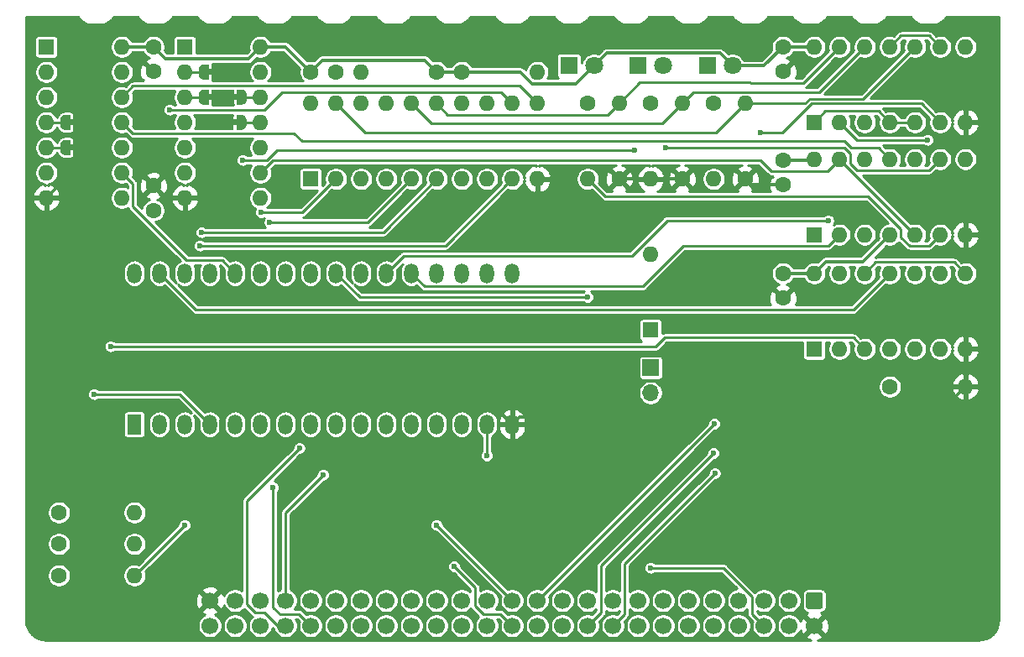
<source format=gbl>
G04 #@! TF.GenerationSoftware,KiCad,Pcbnew,(5.1.12)-1*
G04 #@! TF.CreationDate,2024-06-29T17:03:21+01:00*
G04 #@! TF.ProjectId,CPCROM,43504352-4f4d-42e6-9b69-6361645f7063,rev?*
G04 #@! TF.SameCoordinates,Original*
G04 #@! TF.FileFunction,Copper,L2,Bot*
G04 #@! TF.FilePolarity,Positive*
%FSLAX46Y46*%
G04 Gerber Fmt 4.6, Leading zero omitted, Abs format (unit mm)*
G04 Created by KiCad (PCBNEW (5.1.12)-1) date 2024-06-29 17:03:21*
%MOMM*%
%LPD*%
G01*
G04 APERTURE LIST*
G04 #@! TA.AperFunction,EtchedComponent*
%ADD10C,0.100000*%
G04 #@! TD*
G04 #@! TA.AperFunction,SMDPad,CuDef*
%ADD11C,0.100000*%
G04 #@! TD*
G04 #@! TA.AperFunction,ComponentPad*
%ADD12O,1.600000X1.600000*%
G04 #@! TD*
G04 #@! TA.AperFunction,ComponentPad*
%ADD13R,1.600000X1.600000*%
G04 #@! TD*
G04 #@! TA.AperFunction,ComponentPad*
%ADD14C,1.600000*%
G04 #@! TD*
G04 #@! TA.AperFunction,ComponentPad*
%ADD15C,1.800000*%
G04 #@! TD*
G04 #@! TA.AperFunction,ComponentPad*
%ADD16R,1.800000X1.800000*%
G04 #@! TD*
G04 #@! TA.AperFunction,ComponentPad*
%ADD17O,1.440000X2.000000*%
G04 #@! TD*
G04 #@! TA.AperFunction,ComponentPad*
%ADD18R,1.440000X2.000000*%
G04 #@! TD*
G04 #@! TA.AperFunction,ComponentPad*
%ADD19C,1.700000*%
G04 #@! TD*
G04 #@! TA.AperFunction,ComponentPad*
%ADD20O,1.700000X1.700000*%
G04 #@! TD*
G04 #@! TA.AperFunction,ComponentPad*
%ADD21R,1.700000X1.700000*%
G04 #@! TD*
G04 #@! TA.AperFunction,ViaPad*
%ADD22C,0.600000*%
G04 #@! TD*
G04 #@! TA.AperFunction,Conductor*
%ADD23C,0.350000*%
G04 #@! TD*
G04 #@! TA.AperFunction,Conductor*
%ADD24C,0.250000*%
G04 #@! TD*
G04 #@! TA.AperFunction,Conductor*
%ADD25C,0.254000*%
G04 #@! TD*
G04 #@! TA.AperFunction,Conductor*
%ADD26C,0.100000*%
G04 #@! TD*
G04 APERTURE END LIST*
D10*
G36*
X172985000Y-111425000D02*
G01*
X172485000Y-111425000D01*
X172485000Y-110825000D01*
X172985000Y-110825000D01*
X172985000Y-111425000D01*
G37*
G36*
X159015000Y-116505000D02*
G01*
X158515000Y-116505000D01*
X158515000Y-115905000D01*
X159015000Y-115905000D01*
X159015000Y-116505000D01*
G37*
G36*
X159015000Y-113965000D02*
G01*
X158515000Y-113965000D01*
X158515000Y-113365000D01*
X159015000Y-113365000D01*
X159015000Y-113965000D01*
G37*
G36*
X172985000Y-108885000D02*
G01*
X172485000Y-108885000D01*
X172485000Y-108285000D01*
X172985000Y-108285000D01*
X172985000Y-108885000D01*
G37*
G36*
X175025000Y-110825000D02*
G01*
X175525000Y-110825000D01*
X175525000Y-111425000D01*
X175025000Y-111425000D01*
X175025000Y-110825000D01*
G37*
G36*
X174995000Y-113365000D02*
G01*
X175495000Y-113365000D01*
X175495000Y-113965000D01*
X174995000Y-113965000D01*
X174995000Y-113365000D01*
G37*
G04 #@! TA.AperFunction,SMDPad,CuDef*
D11*
G36*
X172585000Y-111875000D02*
G01*
X172085000Y-111875000D01*
X172085000Y-111874398D01*
X172060466Y-111874398D01*
X172011635Y-111869588D01*
X171963510Y-111860016D01*
X171916555Y-111845772D01*
X171871222Y-111826995D01*
X171827949Y-111803864D01*
X171787150Y-111776604D01*
X171749221Y-111745476D01*
X171714524Y-111710779D01*
X171683396Y-111672850D01*
X171656136Y-111632051D01*
X171633005Y-111588778D01*
X171614228Y-111543445D01*
X171599984Y-111496490D01*
X171590412Y-111448365D01*
X171585602Y-111399534D01*
X171585602Y-111375000D01*
X171585000Y-111375000D01*
X171585000Y-110875000D01*
X171585602Y-110875000D01*
X171585602Y-110850466D01*
X171590412Y-110801635D01*
X171599984Y-110753510D01*
X171614228Y-110706555D01*
X171633005Y-110661222D01*
X171656136Y-110617949D01*
X171683396Y-110577150D01*
X171714524Y-110539221D01*
X171749221Y-110504524D01*
X171787150Y-110473396D01*
X171827949Y-110446136D01*
X171871222Y-110423005D01*
X171916555Y-110404228D01*
X171963510Y-110389984D01*
X172011635Y-110380412D01*
X172060466Y-110375602D01*
X172085000Y-110375602D01*
X172085000Y-110375000D01*
X172585000Y-110375000D01*
X172585000Y-111875000D01*
G37*
G04 #@! TD.AperFunction*
G04 #@! TA.AperFunction,SMDPad,CuDef*
G36*
X173385000Y-110375602D02*
G01*
X173409534Y-110375602D01*
X173458365Y-110380412D01*
X173506490Y-110389984D01*
X173553445Y-110404228D01*
X173598778Y-110423005D01*
X173642051Y-110446136D01*
X173682850Y-110473396D01*
X173720779Y-110504524D01*
X173755476Y-110539221D01*
X173786604Y-110577150D01*
X173813864Y-110617949D01*
X173836995Y-110661222D01*
X173855772Y-110706555D01*
X173870016Y-110753510D01*
X173879588Y-110801635D01*
X173884398Y-110850466D01*
X173884398Y-110875000D01*
X173885000Y-110875000D01*
X173885000Y-111375000D01*
X173884398Y-111375000D01*
X173884398Y-111399534D01*
X173879588Y-111448365D01*
X173870016Y-111496490D01*
X173855772Y-111543445D01*
X173836995Y-111588778D01*
X173813864Y-111632051D01*
X173786604Y-111672850D01*
X173755476Y-111710779D01*
X173720779Y-111745476D01*
X173682850Y-111776604D01*
X173642051Y-111803864D01*
X173598778Y-111826995D01*
X173553445Y-111845772D01*
X173506490Y-111860016D01*
X173458365Y-111869588D01*
X173409534Y-111874398D01*
X173385000Y-111874398D01*
X173385000Y-111875000D01*
X172885000Y-111875000D01*
X172885000Y-110375000D01*
X173385000Y-110375000D01*
X173385000Y-110375602D01*
G37*
G04 #@! TD.AperFunction*
G04 #@! TA.AperFunction,SMDPad,CuDef*
G36*
X158615000Y-116955000D02*
G01*
X158115000Y-116955000D01*
X158115000Y-116954398D01*
X158090466Y-116954398D01*
X158041635Y-116949588D01*
X157993510Y-116940016D01*
X157946555Y-116925772D01*
X157901222Y-116906995D01*
X157857949Y-116883864D01*
X157817150Y-116856604D01*
X157779221Y-116825476D01*
X157744524Y-116790779D01*
X157713396Y-116752850D01*
X157686136Y-116712051D01*
X157663005Y-116668778D01*
X157644228Y-116623445D01*
X157629984Y-116576490D01*
X157620412Y-116528365D01*
X157615602Y-116479534D01*
X157615602Y-116455000D01*
X157615000Y-116455000D01*
X157615000Y-115955000D01*
X157615602Y-115955000D01*
X157615602Y-115930466D01*
X157620412Y-115881635D01*
X157629984Y-115833510D01*
X157644228Y-115786555D01*
X157663005Y-115741222D01*
X157686136Y-115697949D01*
X157713396Y-115657150D01*
X157744524Y-115619221D01*
X157779221Y-115584524D01*
X157817150Y-115553396D01*
X157857949Y-115526136D01*
X157901222Y-115503005D01*
X157946555Y-115484228D01*
X157993510Y-115469984D01*
X158041635Y-115460412D01*
X158090466Y-115455602D01*
X158115000Y-115455602D01*
X158115000Y-115455000D01*
X158615000Y-115455000D01*
X158615000Y-116955000D01*
G37*
G04 #@! TD.AperFunction*
G04 #@! TA.AperFunction,SMDPad,CuDef*
G36*
X159415000Y-115455602D02*
G01*
X159439534Y-115455602D01*
X159488365Y-115460412D01*
X159536490Y-115469984D01*
X159583445Y-115484228D01*
X159628778Y-115503005D01*
X159672051Y-115526136D01*
X159712850Y-115553396D01*
X159750779Y-115584524D01*
X159785476Y-115619221D01*
X159816604Y-115657150D01*
X159843864Y-115697949D01*
X159866995Y-115741222D01*
X159885772Y-115786555D01*
X159900016Y-115833510D01*
X159909588Y-115881635D01*
X159914398Y-115930466D01*
X159914398Y-115955000D01*
X159915000Y-115955000D01*
X159915000Y-116455000D01*
X159914398Y-116455000D01*
X159914398Y-116479534D01*
X159909588Y-116528365D01*
X159900016Y-116576490D01*
X159885772Y-116623445D01*
X159866995Y-116668778D01*
X159843864Y-116712051D01*
X159816604Y-116752850D01*
X159785476Y-116790779D01*
X159750779Y-116825476D01*
X159712850Y-116856604D01*
X159672051Y-116883864D01*
X159628778Y-116906995D01*
X159583445Y-116925772D01*
X159536490Y-116940016D01*
X159488365Y-116949588D01*
X159439534Y-116954398D01*
X159415000Y-116954398D01*
X159415000Y-116955000D01*
X158915000Y-116955000D01*
X158915000Y-115455000D01*
X159415000Y-115455000D01*
X159415000Y-115455602D01*
G37*
G04 #@! TD.AperFunction*
G04 #@! TA.AperFunction,SMDPad,CuDef*
G36*
X158615000Y-114415000D02*
G01*
X158115000Y-114415000D01*
X158115000Y-114414398D01*
X158090466Y-114414398D01*
X158041635Y-114409588D01*
X157993510Y-114400016D01*
X157946555Y-114385772D01*
X157901222Y-114366995D01*
X157857949Y-114343864D01*
X157817150Y-114316604D01*
X157779221Y-114285476D01*
X157744524Y-114250779D01*
X157713396Y-114212850D01*
X157686136Y-114172051D01*
X157663005Y-114128778D01*
X157644228Y-114083445D01*
X157629984Y-114036490D01*
X157620412Y-113988365D01*
X157615602Y-113939534D01*
X157615602Y-113915000D01*
X157615000Y-113915000D01*
X157615000Y-113415000D01*
X157615602Y-113415000D01*
X157615602Y-113390466D01*
X157620412Y-113341635D01*
X157629984Y-113293510D01*
X157644228Y-113246555D01*
X157663005Y-113201222D01*
X157686136Y-113157949D01*
X157713396Y-113117150D01*
X157744524Y-113079221D01*
X157779221Y-113044524D01*
X157817150Y-113013396D01*
X157857949Y-112986136D01*
X157901222Y-112963005D01*
X157946555Y-112944228D01*
X157993510Y-112929984D01*
X158041635Y-112920412D01*
X158090466Y-112915602D01*
X158115000Y-112915602D01*
X158115000Y-112915000D01*
X158615000Y-112915000D01*
X158615000Y-114415000D01*
G37*
G04 #@! TD.AperFunction*
G04 #@! TA.AperFunction,SMDPad,CuDef*
G36*
X159415000Y-112915602D02*
G01*
X159439534Y-112915602D01*
X159488365Y-112920412D01*
X159536490Y-112929984D01*
X159583445Y-112944228D01*
X159628778Y-112963005D01*
X159672051Y-112986136D01*
X159712850Y-113013396D01*
X159750779Y-113044524D01*
X159785476Y-113079221D01*
X159816604Y-113117150D01*
X159843864Y-113157949D01*
X159866995Y-113201222D01*
X159885772Y-113246555D01*
X159900016Y-113293510D01*
X159909588Y-113341635D01*
X159914398Y-113390466D01*
X159914398Y-113415000D01*
X159915000Y-113415000D01*
X159915000Y-113915000D01*
X159914398Y-113915000D01*
X159914398Y-113939534D01*
X159909588Y-113988365D01*
X159900016Y-114036490D01*
X159885772Y-114083445D01*
X159866995Y-114128778D01*
X159843864Y-114172051D01*
X159816604Y-114212850D01*
X159785476Y-114250779D01*
X159750779Y-114285476D01*
X159712850Y-114316604D01*
X159672051Y-114343864D01*
X159628778Y-114366995D01*
X159583445Y-114385772D01*
X159536490Y-114400016D01*
X159488365Y-114409588D01*
X159439534Y-114414398D01*
X159415000Y-114414398D01*
X159415000Y-114415000D01*
X158915000Y-114415000D01*
X158915000Y-112915000D01*
X159415000Y-112915000D01*
X159415000Y-112915602D01*
G37*
G04 #@! TD.AperFunction*
G04 #@! TA.AperFunction,SMDPad,CuDef*
G36*
X172585000Y-109335000D02*
G01*
X172085000Y-109335000D01*
X172085000Y-109334398D01*
X172060466Y-109334398D01*
X172011635Y-109329588D01*
X171963510Y-109320016D01*
X171916555Y-109305772D01*
X171871222Y-109286995D01*
X171827949Y-109263864D01*
X171787150Y-109236604D01*
X171749221Y-109205476D01*
X171714524Y-109170779D01*
X171683396Y-109132850D01*
X171656136Y-109092051D01*
X171633005Y-109048778D01*
X171614228Y-109003445D01*
X171599984Y-108956490D01*
X171590412Y-108908365D01*
X171585602Y-108859534D01*
X171585602Y-108835000D01*
X171585000Y-108835000D01*
X171585000Y-108335000D01*
X171585602Y-108335000D01*
X171585602Y-108310466D01*
X171590412Y-108261635D01*
X171599984Y-108213510D01*
X171614228Y-108166555D01*
X171633005Y-108121222D01*
X171656136Y-108077949D01*
X171683396Y-108037150D01*
X171714524Y-107999221D01*
X171749221Y-107964524D01*
X171787150Y-107933396D01*
X171827949Y-107906136D01*
X171871222Y-107883005D01*
X171916555Y-107864228D01*
X171963510Y-107849984D01*
X172011635Y-107840412D01*
X172060466Y-107835602D01*
X172085000Y-107835602D01*
X172085000Y-107835000D01*
X172585000Y-107835000D01*
X172585000Y-109335000D01*
G37*
G04 #@! TD.AperFunction*
G04 #@! TA.AperFunction,SMDPad,CuDef*
G36*
X173385000Y-107835602D02*
G01*
X173409534Y-107835602D01*
X173458365Y-107840412D01*
X173506490Y-107849984D01*
X173553445Y-107864228D01*
X173598778Y-107883005D01*
X173642051Y-107906136D01*
X173682850Y-107933396D01*
X173720779Y-107964524D01*
X173755476Y-107999221D01*
X173786604Y-108037150D01*
X173813864Y-108077949D01*
X173836995Y-108121222D01*
X173855772Y-108166555D01*
X173870016Y-108213510D01*
X173879588Y-108261635D01*
X173884398Y-108310466D01*
X173884398Y-108335000D01*
X173885000Y-108335000D01*
X173885000Y-108835000D01*
X173884398Y-108835000D01*
X173884398Y-108859534D01*
X173879588Y-108908365D01*
X173870016Y-108956490D01*
X173855772Y-109003445D01*
X173836995Y-109048778D01*
X173813864Y-109092051D01*
X173786604Y-109132850D01*
X173755476Y-109170779D01*
X173720779Y-109205476D01*
X173682850Y-109236604D01*
X173642051Y-109263864D01*
X173598778Y-109286995D01*
X173553445Y-109305772D01*
X173506490Y-109320016D01*
X173458365Y-109329588D01*
X173409534Y-109334398D01*
X173385000Y-109334398D01*
X173385000Y-109335000D01*
X172885000Y-109335000D01*
X172885000Y-107835000D01*
X173385000Y-107835000D01*
X173385000Y-107835602D01*
G37*
G04 #@! TD.AperFunction*
G04 #@! TA.AperFunction,SMDPad,CuDef*
G36*
X175425000Y-110375000D02*
G01*
X175925000Y-110375000D01*
X175925000Y-110375602D01*
X175949534Y-110375602D01*
X175998365Y-110380412D01*
X176046490Y-110389984D01*
X176093445Y-110404228D01*
X176138778Y-110423005D01*
X176182051Y-110446136D01*
X176222850Y-110473396D01*
X176260779Y-110504524D01*
X176295476Y-110539221D01*
X176326604Y-110577150D01*
X176353864Y-110617949D01*
X176376995Y-110661222D01*
X176395772Y-110706555D01*
X176410016Y-110753510D01*
X176419588Y-110801635D01*
X176424398Y-110850466D01*
X176424398Y-110875000D01*
X176425000Y-110875000D01*
X176425000Y-111375000D01*
X176424398Y-111375000D01*
X176424398Y-111399534D01*
X176419588Y-111448365D01*
X176410016Y-111496490D01*
X176395772Y-111543445D01*
X176376995Y-111588778D01*
X176353864Y-111632051D01*
X176326604Y-111672850D01*
X176295476Y-111710779D01*
X176260779Y-111745476D01*
X176222850Y-111776604D01*
X176182051Y-111803864D01*
X176138778Y-111826995D01*
X176093445Y-111845772D01*
X176046490Y-111860016D01*
X175998365Y-111869588D01*
X175949534Y-111874398D01*
X175925000Y-111874398D01*
X175925000Y-111875000D01*
X175425000Y-111875000D01*
X175425000Y-110375000D01*
G37*
G04 #@! TD.AperFunction*
G04 #@! TA.AperFunction,SMDPad,CuDef*
G36*
X174625000Y-111874398D02*
G01*
X174600466Y-111874398D01*
X174551635Y-111869588D01*
X174503510Y-111860016D01*
X174456555Y-111845772D01*
X174411222Y-111826995D01*
X174367949Y-111803864D01*
X174327150Y-111776604D01*
X174289221Y-111745476D01*
X174254524Y-111710779D01*
X174223396Y-111672850D01*
X174196136Y-111632051D01*
X174173005Y-111588778D01*
X174154228Y-111543445D01*
X174139984Y-111496490D01*
X174130412Y-111448365D01*
X174125602Y-111399534D01*
X174125602Y-111375000D01*
X174125000Y-111375000D01*
X174125000Y-110875000D01*
X174125602Y-110875000D01*
X174125602Y-110850466D01*
X174130412Y-110801635D01*
X174139984Y-110753510D01*
X174154228Y-110706555D01*
X174173005Y-110661222D01*
X174196136Y-110617949D01*
X174223396Y-110577150D01*
X174254524Y-110539221D01*
X174289221Y-110504524D01*
X174327150Y-110473396D01*
X174367949Y-110446136D01*
X174411222Y-110423005D01*
X174456555Y-110404228D01*
X174503510Y-110389984D01*
X174551635Y-110380412D01*
X174600466Y-110375602D01*
X174625000Y-110375602D01*
X174625000Y-110375000D01*
X175125000Y-110375000D01*
X175125000Y-111875000D01*
X174625000Y-111875000D01*
X174625000Y-111874398D01*
G37*
G04 #@! TD.AperFunction*
G04 #@! TA.AperFunction,SMDPad,CuDef*
G36*
X175395000Y-112915000D02*
G01*
X175895000Y-112915000D01*
X175895000Y-112915602D01*
X175919534Y-112915602D01*
X175968365Y-112920412D01*
X176016490Y-112929984D01*
X176063445Y-112944228D01*
X176108778Y-112963005D01*
X176152051Y-112986136D01*
X176192850Y-113013396D01*
X176230779Y-113044524D01*
X176265476Y-113079221D01*
X176296604Y-113117150D01*
X176323864Y-113157949D01*
X176346995Y-113201222D01*
X176365772Y-113246555D01*
X176380016Y-113293510D01*
X176389588Y-113341635D01*
X176394398Y-113390466D01*
X176394398Y-113415000D01*
X176395000Y-113415000D01*
X176395000Y-113915000D01*
X176394398Y-113915000D01*
X176394398Y-113939534D01*
X176389588Y-113988365D01*
X176380016Y-114036490D01*
X176365772Y-114083445D01*
X176346995Y-114128778D01*
X176323864Y-114172051D01*
X176296604Y-114212850D01*
X176265476Y-114250779D01*
X176230779Y-114285476D01*
X176192850Y-114316604D01*
X176152051Y-114343864D01*
X176108778Y-114366995D01*
X176063445Y-114385772D01*
X176016490Y-114400016D01*
X175968365Y-114409588D01*
X175919534Y-114414398D01*
X175895000Y-114414398D01*
X175895000Y-114415000D01*
X175395000Y-114415000D01*
X175395000Y-112915000D01*
G37*
G04 #@! TD.AperFunction*
G04 #@! TA.AperFunction,SMDPad,CuDef*
G36*
X174595000Y-114414398D02*
G01*
X174570466Y-114414398D01*
X174521635Y-114409588D01*
X174473510Y-114400016D01*
X174426555Y-114385772D01*
X174381222Y-114366995D01*
X174337949Y-114343864D01*
X174297150Y-114316604D01*
X174259221Y-114285476D01*
X174224524Y-114250779D01*
X174193396Y-114212850D01*
X174166136Y-114172051D01*
X174143005Y-114128778D01*
X174124228Y-114083445D01*
X174109984Y-114036490D01*
X174100412Y-113988365D01*
X174095602Y-113939534D01*
X174095602Y-113915000D01*
X174095000Y-113915000D01*
X174095000Y-113415000D01*
X174095602Y-113415000D01*
X174095602Y-113390466D01*
X174100412Y-113341635D01*
X174109984Y-113293510D01*
X174124228Y-113246555D01*
X174143005Y-113201222D01*
X174166136Y-113157949D01*
X174193396Y-113117150D01*
X174224524Y-113079221D01*
X174259221Y-113044524D01*
X174297150Y-113013396D01*
X174337949Y-112986136D01*
X174381222Y-112963005D01*
X174426555Y-112944228D01*
X174473510Y-112929984D01*
X174521635Y-112920412D01*
X174570466Y-112915602D01*
X174595000Y-112915602D01*
X174595000Y-112915000D01*
X175095000Y-112915000D01*
X175095000Y-114415000D01*
X174595000Y-114415000D01*
X174595000Y-114414398D01*
G37*
G04 #@! TD.AperFunction*
D12*
X177800000Y-106045000D03*
X170180000Y-121285000D03*
X177800000Y-108585000D03*
X170180000Y-118745000D03*
X177800000Y-111125000D03*
X170180000Y-116205000D03*
X177800000Y-113665000D03*
X170180000Y-113665000D03*
X177800000Y-116205000D03*
X170180000Y-111125000D03*
X177800000Y-118745000D03*
X170180000Y-108585000D03*
X177800000Y-121285000D03*
D13*
X170180000Y-106045000D03*
D12*
X233680000Y-106045000D03*
X248920000Y-113665000D03*
X236220000Y-106045000D03*
X246380000Y-113665000D03*
X238760000Y-106045000D03*
X243840000Y-113665000D03*
X241300000Y-106045000D03*
X241300000Y-113665000D03*
X243840000Y-106045000D03*
X238760000Y-113665000D03*
X246380000Y-106045000D03*
X236220000Y-113665000D03*
X248920000Y-106045000D03*
D13*
X233680000Y-113665000D03*
D12*
X233680000Y-128905000D03*
X248920000Y-136525000D03*
X236220000Y-128905000D03*
X246380000Y-136525000D03*
X238760000Y-128905000D03*
X243840000Y-136525000D03*
X241300000Y-128905000D03*
X241300000Y-136525000D03*
X243840000Y-128905000D03*
X238760000Y-136525000D03*
X246380000Y-128905000D03*
X236220000Y-136525000D03*
X248920000Y-128905000D03*
D13*
X233680000Y-136525000D03*
D12*
X223520000Y-119380000D03*
D14*
X223520000Y-111760000D03*
D12*
X217170000Y-119380000D03*
D14*
X217170000Y-111760000D03*
D12*
X210820000Y-119380000D03*
D14*
X210820000Y-111760000D03*
D12*
X213995000Y-111760000D03*
D14*
X213995000Y-119380000D03*
D12*
X220345000Y-111760000D03*
D14*
X220345000Y-119380000D03*
D12*
X226695000Y-111760000D03*
D14*
X226695000Y-119380000D03*
D12*
X233680000Y-117380000D03*
X248920000Y-125000000D03*
X236220000Y-117380000D03*
X246380000Y-125000000D03*
X238760000Y-117380000D03*
X243840000Y-125000000D03*
X241300000Y-117380000D03*
X241300000Y-125000000D03*
X243840000Y-117380000D03*
X238760000Y-125000000D03*
X246380000Y-117380000D03*
X236220000Y-125000000D03*
X248920000Y-117380000D03*
D13*
X233680000Y-125000000D03*
D12*
X217170000Y-127000000D03*
D13*
X217170000Y-134620000D03*
D15*
X225425000Y-107950000D03*
D16*
X222885000Y-107950000D03*
D15*
X218440000Y-107950000D03*
D16*
X215900000Y-107950000D03*
D15*
X211455000Y-107950000D03*
D16*
X208915000Y-107950000D03*
D17*
X203200000Y-128905000D03*
X203200000Y-144145000D03*
X200660000Y-128905000D03*
X200660000Y-144145000D03*
X198120000Y-128905000D03*
X198120000Y-144145000D03*
X195580000Y-128905000D03*
X195580000Y-144145000D03*
X193040000Y-128905000D03*
X193040000Y-144145000D03*
X190500000Y-128905000D03*
X190500000Y-144145000D03*
X187960000Y-128905000D03*
X187960000Y-144145000D03*
X185420000Y-128905000D03*
X185420000Y-144145000D03*
X182880000Y-128905000D03*
X182880000Y-144145000D03*
X180340000Y-128905000D03*
X180340000Y-144145000D03*
X177800000Y-128905000D03*
X177800000Y-144145000D03*
X175260000Y-128905000D03*
X175260000Y-144145000D03*
X172720000Y-128905000D03*
X172720000Y-144145000D03*
X170180000Y-128905000D03*
X170180000Y-144145000D03*
X167640000Y-128905000D03*
X167640000Y-144145000D03*
X165100000Y-128905000D03*
D18*
X165100000Y-144145000D03*
D19*
X172720000Y-164465000D03*
X175260000Y-164465000D03*
X177800000Y-164465000D03*
X180340000Y-164465000D03*
X182880000Y-164465000D03*
X185420000Y-164465000D03*
X187960000Y-164465000D03*
X190500000Y-164465000D03*
X193040000Y-164465000D03*
X195580000Y-164465000D03*
X198120000Y-164465000D03*
X200660000Y-164465000D03*
X203200000Y-164465000D03*
X205740000Y-164465000D03*
X208280000Y-164465000D03*
X210820000Y-164465000D03*
X213360000Y-164465000D03*
X215900000Y-164465000D03*
X218440000Y-164465000D03*
X220980000Y-164465000D03*
X223520000Y-164465000D03*
X226060000Y-164465000D03*
X228600000Y-164465000D03*
X231140000Y-164465000D03*
X233680000Y-164465000D03*
X172720000Y-161925000D03*
X175260000Y-161925000D03*
X177800000Y-161925000D03*
X180340000Y-161925000D03*
X182880000Y-161925000D03*
X185420000Y-161925000D03*
X187960000Y-161925000D03*
X190500000Y-161925000D03*
X193040000Y-161925000D03*
X195580000Y-161925000D03*
X198120000Y-161925000D03*
X200660000Y-161925000D03*
X203200000Y-161925000D03*
X205740000Y-161925000D03*
X208280000Y-161925000D03*
X210820000Y-161925000D03*
X213360000Y-161925000D03*
X215900000Y-161925000D03*
X218440000Y-161925000D03*
X220980000Y-161925000D03*
X223520000Y-161925000D03*
X226060000Y-161925000D03*
X228600000Y-161925000D03*
X231140000Y-161925000D03*
G04 #@! TA.AperFunction,ComponentPad*
G36*
G01*
X233080000Y-161075000D02*
X234280000Y-161075000D01*
G75*
G02*
X234530000Y-161325000I0J-250000D01*
G01*
X234530000Y-162525000D01*
G75*
G02*
X234280000Y-162775000I-250000J0D01*
G01*
X233080000Y-162775000D01*
G75*
G02*
X232830000Y-162525000I0J250000D01*
G01*
X232830000Y-161325000D01*
G75*
G02*
X233080000Y-161075000I250000J0D01*
G01*
G37*
G04 #@! TD.AperFunction*
D12*
X163830000Y-106045000D03*
X156210000Y-121285000D03*
X163830000Y-108585000D03*
X156210000Y-118745000D03*
X163830000Y-111125000D03*
X156210000Y-116205000D03*
X163830000Y-113665000D03*
X156210000Y-113665000D03*
X163830000Y-116205000D03*
X156210000Y-111125000D03*
X163830000Y-118745000D03*
X156210000Y-108585000D03*
X163830000Y-121285000D03*
D13*
X156210000Y-106045000D03*
D14*
X167005000Y-120055000D03*
X167005000Y-122555000D03*
D12*
X165100000Y-153035000D03*
D14*
X157480000Y-153035000D03*
D12*
X205740000Y-108585000D03*
D14*
X198120000Y-108585000D03*
D12*
X165100000Y-156210000D03*
D14*
X157480000Y-156210000D03*
D12*
X165100000Y-159385000D03*
D14*
X157480000Y-159385000D03*
D12*
X187960000Y-108585000D03*
D14*
X195580000Y-108585000D03*
D12*
X248920000Y-140335000D03*
D14*
X241300000Y-140335000D03*
D20*
X217170000Y-140970000D03*
D21*
X217170000Y-138430000D03*
D12*
X182880000Y-111760000D03*
X205740000Y-119380000D03*
X185420000Y-111760000D03*
X203200000Y-119380000D03*
X187960000Y-111760000D03*
X200660000Y-119380000D03*
X190500000Y-111760000D03*
X198120000Y-119380000D03*
X193040000Y-111760000D03*
X195580000Y-119380000D03*
X195580000Y-111760000D03*
X193040000Y-119380000D03*
X198120000Y-111760000D03*
X190500000Y-119380000D03*
X200660000Y-111760000D03*
X187960000Y-119380000D03*
X203200000Y-111760000D03*
X185420000Y-119380000D03*
X205740000Y-111760000D03*
D13*
X182880000Y-119380000D03*
D14*
X167005000Y-108545000D03*
X167005000Y-106045000D03*
X230505000Y-108545000D03*
X230505000Y-106045000D03*
X230505000Y-119975000D03*
X230505000Y-117475000D03*
X185380000Y-108585000D03*
X182880000Y-108585000D03*
X230505000Y-131405000D03*
X230505000Y-128905000D03*
D22*
X163449000Y-144526000D03*
X158623000Y-106807000D03*
X193040000Y-140716000D03*
X207010000Y-137160000D03*
X207772000Y-133731000D03*
X158242000Y-149225000D03*
X158242000Y-141097000D03*
X158242000Y-133350000D03*
X158242000Y-126619000D03*
X154813000Y-128397000D03*
X154686000Y-141224000D03*
X154686000Y-149606000D03*
X247650000Y-104394000D03*
X251206000Y-106680000D03*
X251460000Y-112014000D03*
X251714000Y-127000000D03*
X251841000Y-134493000D03*
X251841000Y-142875000D03*
X251968000Y-149479000D03*
X206883000Y-148082000D03*
X207518000Y-150114000D03*
X162052000Y-149987000D03*
X216281000Y-147320000D03*
X218059000Y-146685000D03*
X221615000Y-142621000D03*
X236601000Y-149860000D03*
X227965000Y-104267000D03*
X221234000Y-104394000D03*
X213233000Y-104267000D03*
X206248000Y-104394000D03*
X196215000Y-104394000D03*
X185801000Y-104394000D03*
X174244000Y-104394000D03*
X224790000Y-128778000D03*
X219075000Y-122428000D03*
X206502000Y-122682000D03*
X173990000Y-108585000D03*
X173990000Y-111125000D03*
X173990000Y-113665000D03*
X200660000Y-147320000D03*
X171704000Y-126111000D03*
X197358002Y-158496000D03*
X177860953Y-122748051D03*
X195580002Y-154305000D03*
X179070000Y-150495000D03*
X181737000Y-146558000D03*
X184150000Y-149225000D03*
X235077000Y-123571000D03*
X161036000Y-141097000D03*
X178749949Y-123758949D03*
X170180000Y-154305000D03*
X171876499Y-124759499D03*
X168656000Y-112394996D03*
X245110000Y-115443000D03*
X228219000Y-114681000D03*
X223520000Y-147066000D03*
X223647000Y-149097996D03*
X223583502Y-144081500D03*
X210820000Y-131318000D03*
X218694000Y-116205000D03*
X215519000Y-116459000D03*
X176022000Y-117475000D03*
X162687000Y-136271000D03*
X217170000Y-158623000D03*
D23*
X174806433Y-142769990D02*
X173815010Y-143761413D01*
X201824990Y-142769990D02*
X174806433Y-142769990D01*
X203200000Y-144145000D02*
X201824990Y-142769990D01*
X173815010Y-160829990D02*
X173815010Y-144446990D01*
X172720000Y-161925000D02*
X173815010Y-160829990D01*
X173815010Y-143761413D02*
X173815010Y-144446990D01*
X227290000Y-119975000D02*
X226695000Y-119380000D01*
X230505000Y-119975000D02*
X227290000Y-119975000D01*
X225519999Y-118204999D02*
X221520001Y-118204999D01*
X221520001Y-118204999D02*
X220345000Y-119380000D01*
X226695000Y-119380000D02*
X225519999Y-118204999D01*
X220345000Y-119380000D02*
X217170000Y-119380000D01*
X217170000Y-119380000D02*
X213995000Y-119380000D01*
X168235000Y-121285000D02*
X167005000Y-120055000D01*
X170180000Y-121285000D02*
X168235000Y-121285000D01*
X203200000Y-144145000D02*
X203938501Y-143406499D01*
X245848501Y-143406499D02*
X248920000Y-140335000D01*
X241403501Y-143406499D02*
X245848501Y-143406499D01*
X203938501Y-143406499D02*
X241403501Y-143406499D01*
X159415000Y-113665000D02*
X159415000Y-116205000D01*
X159415000Y-118080000D02*
X156210000Y-121285000D01*
X159415000Y-116205000D02*
X159415000Y-118080000D01*
X230505000Y-106045000D02*
X233680000Y-106045000D01*
X167005000Y-106045000D02*
X163830000Y-106045000D01*
X176624999Y-107220001D02*
X177800000Y-106045000D01*
X168180001Y-107220001D02*
X176624999Y-107220001D01*
X167005000Y-106045000D02*
X168180001Y-107220001D01*
X180340000Y-106045000D02*
X182880000Y-108585000D01*
X177800000Y-106045000D02*
X180340000Y-106045000D01*
X194404999Y-107409999D02*
X195580000Y-108585000D01*
X184055001Y-107409999D02*
X194404999Y-107409999D01*
X182880000Y-108585000D02*
X184055001Y-107409999D01*
X195580000Y-108585000D02*
X198120000Y-108585000D01*
X209644999Y-109760001D02*
X211455000Y-107950000D01*
X205175999Y-109760001D02*
X209644999Y-109760001D01*
X204000998Y-108585000D02*
X205175999Y-109760001D01*
X198120000Y-108585000D02*
X204000998Y-108585000D01*
X224149999Y-106674999D02*
X225425000Y-107950000D01*
X212730001Y-106674999D02*
X224149999Y-106674999D01*
X211455000Y-107950000D02*
X212730001Y-106674999D01*
X228600000Y-107950000D02*
X230505000Y-106045000D01*
X225425000Y-107950000D02*
X228600000Y-107950000D01*
X233585000Y-117475000D02*
X233680000Y-117380000D01*
X230505000Y-117475000D02*
X233585000Y-117475000D01*
X233680000Y-128905000D02*
X230505000Y-128905000D01*
X238570001Y-127729999D02*
X241300000Y-125000000D01*
X234855001Y-127729999D02*
X238570001Y-127729999D01*
X233680000Y-128905000D02*
X234855001Y-127729999D01*
D24*
X200660000Y-147320000D02*
X200660000Y-144145000D01*
X196469000Y-126111000D02*
X171704000Y-126111000D01*
X203200000Y-119380000D02*
X196469000Y-126111000D01*
X202024999Y-163289999D02*
X200285997Y-163289999D01*
X203200000Y-164465000D02*
X202024999Y-163289999D01*
X199484999Y-160622997D02*
X197358002Y-158496000D01*
X200285997Y-163289999D02*
X199484999Y-162489001D01*
X199484999Y-162489001D02*
X199484999Y-160622997D01*
X182051949Y-122748051D02*
X177860953Y-122748051D01*
X185420000Y-119380000D02*
X182051949Y-122748051D01*
X203200000Y-161925000D02*
X202350001Y-161074999D01*
X202350001Y-161074999D02*
X195580002Y-154305000D01*
X164955001Y-119870001D02*
X163830000Y-118745000D01*
X164955001Y-122170003D02*
X164955001Y-119870001D01*
X173934990Y-127579990D02*
X170364988Y-127579990D01*
X170364988Y-127579990D02*
X164955001Y-122170003D01*
X175260000Y-128905000D02*
X173934990Y-127579990D01*
X179070000Y-162584000D02*
X179070000Y-150495000D01*
X182880000Y-164465000D02*
X181704999Y-163289999D01*
X181704999Y-163289999D02*
X179775999Y-163289999D01*
X179775999Y-163289999D02*
X179070000Y-162584000D01*
X179539002Y-164465000D02*
X178174003Y-163100001D01*
X176435001Y-162299003D02*
X176435001Y-151859999D01*
X180340000Y-164465000D02*
X179539002Y-164465000D01*
X178174003Y-163100001D02*
X177235999Y-163100001D01*
X177235999Y-163100001D02*
X176435001Y-162299003D01*
X176435001Y-151859999D02*
X181737000Y-146558000D01*
X180340000Y-153035000D02*
X184150000Y-149225000D01*
X180340000Y-161925000D02*
X180340000Y-153035000D01*
X190500000Y-128905000D02*
X192278000Y-127127000D01*
X192278000Y-127127000D02*
X215265000Y-127127000D01*
X215265000Y-127127000D02*
X218821000Y-123571000D01*
X218821000Y-123571000D02*
X235077000Y-123571000D01*
X172720000Y-144145000D02*
X169672000Y-141097000D01*
X169672000Y-141097000D02*
X161036000Y-141097000D01*
X188661051Y-123758949D02*
X178749949Y-123758949D01*
X193040000Y-119380000D02*
X188661051Y-123758949D01*
X165100000Y-159385000D02*
X170180000Y-154305000D01*
X195580000Y-119380000D02*
X190200501Y-124759499D01*
X190200501Y-124759499D02*
X171876499Y-124759499D01*
X203200000Y-111760000D02*
X202074999Y-110634999D01*
X202074999Y-110634999D02*
X179955003Y-110634999D01*
X179955003Y-110634999D02*
X178195006Y-112394996D01*
X178195006Y-112394996D02*
X168656000Y-112394996D01*
X226695000Y-111760000D02*
X232763587Y-111760000D01*
X232763587Y-111760000D02*
X233213598Y-111309989D01*
X233213598Y-111309989D02*
X238575011Y-111309989D01*
X238575011Y-111309989D02*
X243840000Y-106045000D01*
X188341000Y-114681000D02*
X223774000Y-114681000D01*
X223774000Y-114681000D02*
X226695000Y-111760000D01*
X185420000Y-111760000D02*
X188341000Y-114681000D01*
X194365010Y-130230010D02*
X193040000Y-128905000D01*
X220457999Y-126125001D02*
X216352990Y-130230010D01*
X216352990Y-130230010D02*
X194365010Y-130230010D01*
X235094999Y-126125001D02*
X220457999Y-126125001D01*
X236220000Y-125000000D02*
X235094999Y-126125001D01*
X234170001Y-110634999D02*
X238760000Y-106045000D01*
X221470001Y-110634999D02*
X234170001Y-110634999D01*
X220345000Y-111760000D02*
X221470001Y-110634999D01*
X195072000Y-113792000D02*
X193040000Y-111760000D01*
X218313000Y-113792000D02*
X195072000Y-113792000D01*
X220345000Y-111760000D02*
X218313000Y-113792000D01*
X216090500Y-109664500D02*
X213995000Y-111760000D01*
X232594999Y-109670001D02*
X236220000Y-106045000D01*
X227272001Y-109670001D02*
X232594999Y-109670001D01*
X227266500Y-109664500D02*
X227272001Y-109670001D01*
X227266500Y-109664500D02*
X216090500Y-109664500D01*
X196705001Y-112885001D02*
X212869999Y-112885001D01*
X212869999Y-112885001D02*
X213995000Y-111760000D01*
X195580000Y-111760000D02*
X196705001Y-112885001D01*
X203979999Y-109999999D02*
X205740000Y-111760000D01*
X164955001Y-109999999D02*
X203979999Y-109999999D01*
X163830000Y-111125000D02*
X164955001Y-109999999D01*
X236220000Y-113665000D02*
X237998000Y-115443000D01*
X237998000Y-115443000D02*
X245110000Y-115443000D01*
X230478998Y-114681000D02*
X228219000Y-114681000D01*
X233399998Y-111760000D02*
X230478998Y-114681000D01*
X244475000Y-111760000D02*
X233399998Y-111760000D01*
X246380000Y-113665000D02*
X244475000Y-111760000D01*
X242425001Y-104919999D02*
X241300000Y-106045000D01*
X245254999Y-104919999D02*
X242425001Y-104919999D01*
X246380000Y-106045000D02*
X245254999Y-104919999D01*
X164955001Y-114790001D02*
X163830000Y-113665000D01*
X181211001Y-114790001D02*
X164955001Y-114790001D01*
X182000999Y-115579999D02*
X181211001Y-114790001D01*
X237414409Y-116254999D02*
X236739409Y-115579999D01*
X236739409Y-115579999D02*
X182000999Y-115579999D01*
X240174999Y-116254999D02*
X237414409Y-116254999D01*
X241300000Y-117380000D02*
X240174999Y-116254999D01*
X210820000Y-164465000D02*
X212184999Y-163100001D01*
X212184999Y-158401001D02*
X223520000Y-147066000D01*
X212184999Y-163100001D02*
X212184999Y-158401001D01*
X213360000Y-164465000D02*
X214535001Y-163289999D01*
X214535001Y-163289999D02*
X214535001Y-158209995D01*
X214535001Y-158209995D02*
X223647000Y-149097996D01*
X205740000Y-161925000D02*
X206590001Y-161075001D01*
X206590001Y-161075001D02*
X223583502Y-144081500D01*
X185420000Y-128905000D02*
X187833000Y-131318000D01*
X187833000Y-131318000D02*
X210820000Y-131318000D01*
X239885001Y-127779999D02*
X238760000Y-128905000D01*
X247794999Y-127779999D02*
X239885001Y-127779999D01*
X248920000Y-128905000D02*
X247794999Y-127779999D01*
X237345001Y-116822001D02*
X236728000Y-116205000D01*
X237345001Y-117838001D02*
X237345001Y-116822001D01*
X238012001Y-118505001D02*
X237345001Y-117838001D01*
X245254999Y-118505001D02*
X238012001Y-118505001D01*
X246380000Y-117380000D02*
X245254999Y-118505001D01*
X236728000Y-116205000D02*
X218694000Y-116205000D01*
X215519000Y-116459000D02*
X179449590Y-116459000D01*
X179449590Y-116459000D02*
X178433590Y-117475000D01*
X178433590Y-117475000D02*
X176022000Y-117475000D01*
X171305001Y-132570001D02*
X167640000Y-128905000D01*
X237634999Y-132570001D02*
X171305001Y-132570001D01*
X241300000Y-128905000D02*
X237634999Y-132570001D01*
X243840000Y-113665000D02*
X241300000Y-113665000D01*
X234805001Y-112539999D02*
X233680000Y-113665000D01*
X240174999Y-112539999D02*
X234805001Y-112539999D01*
X241300000Y-113665000D02*
X240174999Y-112539999D01*
X243840000Y-125000000D02*
X236220000Y-117380000D01*
X234999999Y-118600001D02*
X236220000Y-117380000D01*
X229344001Y-118600001D02*
X234999999Y-118600001D01*
X228219000Y-117475000D02*
X229344001Y-118600001D01*
X179070000Y-117475000D02*
X228219000Y-117475000D01*
X177800000Y-118745000D02*
X179070000Y-117475000D01*
X212580001Y-121140001D02*
X210820000Y-119380000D01*
X239105003Y-121140001D02*
X212580001Y-121140001D01*
X242425001Y-125250003D02*
X242425001Y-124459999D01*
X243299999Y-126125001D02*
X242425001Y-125250003D01*
X245254999Y-126125001D02*
X243299999Y-126125001D01*
X242425001Y-124459999D02*
X239105003Y-121140001D01*
X246380000Y-125000000D02*
X245254999Y-126125001D01*
X158115000Y-116205000D02*
X156210000Y-116205000D01*
X158115000Y-113665000D02*
X156210000Y-113665000D01*
X238760000Y-136525000D02*
X237634999Y-135399999D01*
X237634999Y-135399999D02*
X218575003Y-135399999D01*
X218575003Y-135399999D02*
X217704002Y-136271000D01*
X217704002Y-136271000D02*
X162687000Y-136271000D01*
X227424999Y-163289999D02*
X227424999Y-161550997D01*
X228600000Y-164465000D02*
X227424999Y-163289999D01*
X227424999Y-161550997D02*
X224497002Y-158623000D01*
X224497002Y-158623000D02*
X217170000Y-158623000D01*
X175925000Y-111125000D02*
X177800000Y-111125000D01*
X175895000Y-113665000D02*
X177800000Y-113665000D01*
X172085000Y-111125000D02*
X170180000Y-111125000D01*
X172085000Y-108585000D02*
X170180000Y-108585000D01*
D25*
X159469842Y-103106077D02*
X159492968Y-103140364D01*
X159515584Y-103174925D01*
X159519601Y-103179850D01*
X159519607Y-103179858D01*
X159519614Y-103179865D01*
X159644012Y-103330237D01*
X159673345Y-103359366D01*
X159702254Y-103388887D01*
X159707161Y-103392946D01*
X159858403Y-103516296D01*
X159892847Y-103539181D01*
X159926928Y-103562517D01*
X159932521Y-103565541D01*
X159932529Y-103565546D01*
X159932537Y-103565549D01*
X160104852Y-103657171D01*
X160143066Y-103672921D01*
X160181049Y-103689201D01*
X160187132Y-103691084D01*
X160373968Y-103747493D01*
X160414511Y-103755521D01*
X160454935Y-103764114D01*
X160461268Y-103764779D01*
X160655501Y-103783824D01*
X160655507Y-103783824D01*
X160677601Y-103786000D01*
X161722399Y-103786000D01*
X161742129Y-103784057D01*
X161748311Y-103784100D01*
X161754647Y-103783478D01*
X161948744Y-103763077D01*
X161989233Y-103754766D01*
X162029825Y-103747023D01*
X162035916Y-103745183D01*
X162035922Y-103745182D01*
X162035928Y-103745180D01*
X162222358Y-103687470D01*
X162260437Y-103671463D01*
X162298778Y-103655973D01*
X162304400Y-103652983D01*
X162476077Y-103560158D01*
X162510364Y-103537032D01*
X162544925Y-103514416D01*
X162549850Y-103510399D01*
X162549858Y-103510393D01*
X162549865Y-103510386D01*
X162700237Y-103385988D01*
X162729366Y-103356655D01*
X162758887Y-103327746D01*
X162762946Y-103322839D01*
X162886296Y-103171597D01*
X162909181Y-103137153D01*
X162932517Y-103103072D01*
X162935541Y-103097479D01*
X162935546Y-103097471D01*
X162935549Y-103097463D01*
X162988966Y-102997000D01*
X165410865Y-102997000D01*
X165469842Y-103106077D01*
X165492968Y-103140364D01*
X165515584Y-103174925D01*
X165519601Y-103179850D01*
X165519607Y-103179858D01*
X165519614Y-103179865D01*
X165644012Y-103330237D01*
X165673345Y-103359366D01*
X165702254Y-103388887D01*
X165707161Y-103392946D01*
X165858403Y-103516296D01*
X165892847Y-103539181D01*
X165926928Y-103562517D01*
X165932521Y-103565541D01*
X165932529Y-103565546D01*
X165932537Y-103565549D01*
X166104852Y-103657171D01*
X166143066Y-103672921D01*
X166181049Y-103689201D01*
X166187132Y-103691084D01*
X166373968Y-103747493D01*
X166414511Y-103755521D01*
X166454935Y-103764114D01*
X166461268Y-103764779D01*
X166655501Y-103783824D01*
X166655507Y-103783824D01*
X166677601Y-103786000D01*
X167722399Y-103786000D01*
X167742129Y-103784057D01*
X167748311Y-103784100D01*
X167754647Y-103783478D01*
X167948744Y-103763077D01*
X167989233Y-103754766D01*
X168029825Y-103747023D01*
X168035916Y-103745183D01*
X168035922Y-103745182D01*
X168035928Y-103745180D01*
X168222358Y-103687470D01*
X168260437Y-103671463D01*
X168298778Y-103655973D01*
X168304400Y-103652983D01*
X168476077Y-103560158D01*
X168510364Y-103537032D01*
X168544925Y-103514416D01*
X168549850Y-103510399D01*
X168549858Y-103510393D01*
X168549865Y-103510386D01*
X168700237Y-103385988D01*
X168729366Y-103356655D01*
X168758887Y-103327746D01*
X168762946Y-103322839D01*
X168886296Y-103171597D01*
X168909181Y-103137153D01*
X168932517Y-103103072D01*
X168935541Y-103097479D01*
X168935546Y-103097471D01*
X168935549Y-103097463D01*
X168988966Y-102997000D01*
X171410865Y-102997000D01*
X171469842Y-103106077D01*
X171492968Y-103140364D01*
X171515584Y-103174925D01*
X171519601Y-103179850D01*
X171519607Y-103179858D01*
X171519614Y-103179865D01*
X171644012Y-103330237D01*
X171673345Y-103359366D01*
X171702254Y-103388887D01*
X171707161Y-103392946D01*
X171858403Y-103516296D01*
X171892847Y-103539181D01*
X171926928Y-103562517D01*
X171932521Y-103565541D01*
X171932529Y-103565546D01*
X171932537Y-103565549D01*
X172104852Y-103657171D01*
X172143066Y-103672921D01*
X172181049Y-103689201D01*
X172187132Y-103691084D01*
X172373968Y-103747493D01*
X172414511Y-103755521D01*
X172454935Y-103764114D01*
X172461268Y-103764779D01*
X172655501Y-103783824D01*
X172655507Y-103783824D01*
X172677601Y-103786000D01*
X173722399Y-103786000D01*
X173742129Y-103784057D01*
X173748311Y-103784100D01*
X173754647Y-103783478D01*
X173948744Y-103763077D01*
X173989233Y-103754766D01*
X174029825Y-103747023D01*
X174035916Y-103745183D01*
X174035922Y-103745182D01*
X174035928Y-103745180D01*
X174222358Y-103687470D01*
X174260437Y-103671463D01*
X174298778Y-103655973D01*
X174304400Y-103652983D01*
X174476077Y-103560158D01*
X174510364Y-103537032D01*
X174544925Y-103514416D01*
X174549850Y-103510399D01*
X174549858Y-103510393D01*
X174549865Y-103510386D01*
X174700237Y-103385988D01*
X174729366Y-103356655D01*
X174758887Y-103327746D01*
X174762946Y-103322839D01*
X174886296Y-103171597D01*
X174909181Y-103137153D01*
X174932517Y-103103072D01*
X174935541Y-103097479D01*
X174935546Y-103097471D01*
X174935549Y-103097463D01*
X174988966Y-102997000D01*
X177410865Y-102997000D01*
X177469842Y-103106077D01*
X177492968Y-103140364D01*
X177515584Y-103174925D01*
X177519601Y-103179850D01*
X177519607Y-103179858D01*
X177519614Y-103179865D01*
X177644012Y-103330237D01*
X177673345Y-103359366D01*
X177702254Y-103388887D01*
X177707161Y-103392946D01*
X177858403Y-103516296D01*
X177892847Y-103539181D01*
X177926928Y-103562517D01*
X177932521Y-103565541D01*
X177932529Y-103565546D01*
X177932537Y-103565549D01*
X178104852Y-103657171D01*
X178143066Y-103672921D01*
X178181049Y-103689201D01*
X178187132Y-103691084D01*
X178373968Y-103747493D01*
X178414511Y-103755521D01*
X178454935Y-103764114D01*
X178461268Y-103764779D01*
X178655501Y-103783824D01*
X178655507Y-103783824D01*
X178677601Y-103786000D01*
X179722399Y-103786000D01*
X179742129Y-103784057D01*
X179748311Y-103784100D01*
X179754647Y-103783478D01*
X179948744Y-103763077D01*
X179989233Y-103754766D01*
X180029825Y-103747023D01*
X180035916Y-103745183D01*
X180035922Y-103745182D01*
X180035928Y-103745180D01*
X180222358Y-103687470D01*
X180260437Y-103671463D01*
X180298778Y-103655973D01*
X180304400Y-103652983D01*
X180476077Y-103560158D01*
X180510364Y-103537032D01*
X180544925Y-103514416D01*
X180549850Y-103510399D01*
X180549858Y-103510393D01*
X180549865Y-103510386D01*
X180700237Y-103385988D01*
X180729366Y-103356655D01*
X180758887Y-103327746D01*
X180762946Y-103322839D01*
X180886296Y-103171597D01*
X180909181Y-103137153D01*
X180932517Y-103103072D01*
X180935541Y-103097479D01*
X180935546Y-103097471D01*
X180935549Y-103097463D01*
X180988966Y-102997000D01*
X183410865Y-102997000D01*
X183469842Y-103106077D01*
X183492968Y-103140364D01*
X183515584Y-103174925D01*
X183519601Y-103179850D01*
X183519607Y-103179858D01*
X183519614Y-103179865D01*
X183644012Y-103330237D01*
X183673345Y-103359366D01*
X183702254Y-103388887D01*
X183707161Y-103392946D01*
X183858403Y-103516296D01*
X183892847Y-103539181D01*
X183926928Y-103562517D01*
X183932521Y-103565541D01*
X183932529Y-103565546D01*
X183932537Y-103565549D01*
X184104852Y-103657171D01*
X184143066Y-103672921D01*
X184181049Y-103689201D01*
X184187132Y-103691084D01*
X184373968Y-103747493D01*
X184414511Y-103755521D01*
X184454935Y-103764114D01*
X184461268Y-103764779D01*
X184655501Y-103783824D01*
X184655507Y-103783824D01*
X184677601Y-103786000D01*
X185722399Y-103786000D01*
X185742129Y-103784057D01*
X185748311Y-103784100D01*
X185754647Y-103783478D01*
X185948744Y-103763077D01*
X185989233Y-103754766D01*
X186029825Y-103747023D01*
X186035916Y-103745183D01*
X186035922Y-103745182D01*
X186035928Y-103745180D01*
X186222358Y-103687470D01*
X186260437Y-103671463D01*
X186298778Y-103655973D01*
X186304400Y-103652983D01*
X186476077Y-103560158D01*
X186510364Y-103537032D01*
X186544925Y-103514416D01*
X186549850Y-103510399D01*
X186549858Y-103510393D01*
X186549865Y-103510386D01*
X186700237Y-103385988D01*
X186729366Y-103356655D01*
X186758887Y-103327746D01*
X186762946Y-103322839D01*
X186886296Y-103171597D01*
X186909181Y-103137153D01*
X186932517Y-103103072D01*
X186935541Y-103097479D01*
X186935546Y-103097471D01*
X186935549Y-103097463D01*
X186988966Y-102997000D01*
X189410865Y-102997000D01*
X189469842Y-103106077D01*
X189492968Y-103140364D01*
X189515584Y-103174925D01*
X189519601Y-103179850D01*
X189519607Y-103179858D01*
X189519614Y-103179865D01*
X189644012Y-103330237D01*
X189673345Y-103359366D01*
X189702254Y-103388887D01*
X189707161Y-103392946D01*
X189858403Y-103516296D01*
X189892847Y-103539181D01*
X189926928Y-103562517D01*
X189932521Y-103565541D01*
X189932529Y-103565546D01*
X189932537Y-103565549D01*
X190104852Y-103657171D01*
X190143066Y-103672921D01*
X190181049Y-103689201D01*
X190187132Y-103691084D01*
X190373968Y-103747493D01*
X190414511Y-103755521D01*
X190454935Y-103764114D01*
X190461268Y-103764779D01*
X190655501Y-103783824D01*
X190655507Y-103783824D01*
X190677601Y-103786000D01*
X191722399Y-103786000D01*
X191742129Y-103784057D01*
X191748311Y-103784100D01*
X191754647Y-103783478D01*
X191948744Y-103763077D01*
X191989233Y-103754766D01*
X192029825Y-103747023D01*
X192035916Y-103745183D01*
X192035922Y-103745182D01*
X192035928Y-103745180D01*
X192222358Y-103687470D01*
X192260437Y-103671463D01*
X192298778Y-103655973D01*
X192304400Y-103652983D01*
X192476077Y-103560158D01*
X192510364Y-103537032D01*
X192544925Y-103514416D01*
X192549850Y-103510399D01*
X192549858Y-103510393D01*
X192549865Y-103510386D01*
X192700237Y-103385988D01*
X192729366Y-103356655D01*
X192758887Y-103327746D01*
X192762946Y-103322839D01*
X192886296Y-103171597D01*
X192909181Y-103137153D01*
X192932517Y-103103072D01*
X192935541Y-103097479D01*
X192935546Y-103097471D01*
X192935549Y-103097463D01*
X192988966Y-102997000D01*
X195410865Y-102997000D01*
X195469842Y-103106077D01*
X195492968Y-103140364D01*
X195515584Y-103174925D01*
X195519601Y-103179850D01*
X195519607Y-103179858D01*
X195519614Y-103179865D01*
X195644012Y-103330237D01*
X195673345Y-103359366D01*
X195702254Y-103388887D01*
X195707161Y-103392946D01*
X195858403Y-103516296D01*
X195892847Y-103539181D01*
X195926928Y-103562517D01*
X195932521Y-103565541D01*
X195932529Y-103565546D01*
X195932537Y-103565549D01*
X196104852Y-103657171D01*
X196143066Y-103672921D01*
X196181049Y-103689201D01*
X196187132Y-103691084D01*
X196373968Y-103747493D01*
X196414511Y-103755521D01*
X196454935Y-103764114D01*
X196461268Y-103764779D01*
X196655501Y-103783824D01*
X196655507Y-103783824D01*
X196677601Y-103786000D01*
X197722399Y-103786000D01*
X197742129Y-103784057D01*
X197748311Y-103784100D01*
X197754647Y-103783478D01*
X197948744Y-103763077D01*
X197989233Y-103754766D01*
X198029825Y-103747023D01*
X198035916Y-103745183D01*
X198035922Y-103745182D01*
X198035928Y-103745180D01*
X198222358Y-103687470D01*
X198260437Y-103671463D01*
X198298778Y-103655973D01*
X198304400Y-103652983D01*
X198476077Y-103560158D01*
X198510364Y-103537032D01*
X198544925Y-103514416D01*
X198549850Y-103510399D01*
X198549858Y-103510393D01*
X198549865Y-103510386D01*
X198700237Y-103385988D01*
X198729366Y-103356655D01*
X198758887Y-103327746D01*
X198762946Y-103322839D01*
X198886296Y-103171597D01*
X198909181Y-103137153D01*
X198932517Y-103103072D01*
X198935541Y-103097479D01*
X198935546Y-103097471D01*
X198935549Y-103097463D01*
X198988966Y-102997000D01*
X201410865Y-102997000D01*
X201469842Y-103106077D01*
X201492968Y-103140364D01*
X201515584Y-103174925D01*
X201519601Y-103179850D01*
X201519607Y-103179858D01*
X201519614Y-103179865D01*
X201644012Y-103330237D01*
X201673345Y-103359366D01*
X201702254Y-103388887D01*
X201707161Y-103392946D01*
X201858403Y-103516296D01*
X201892847Y-103539181D01*
X201926928Y-103562517D01*
X201932521Y-103565541D01*
X201932529Y-103565546D01*
X201932537Y-103565549D01*
X202104852Y-103657171D01*
X202143066Y-103672921D01*
X202181049Y-103689201D01*
X202187132Y-103691084D01*
X202373968Y-103747493D01*
X202414511Y-103755521D01*
X202454935Y-103764114D01*
X202461268Y-103764779D01*
X202655501Y-103783824D01*
X202655507Y-103783824D01*
X202677601Y-103786000D01*
X203722399Y-103786000D01*
X203742129Y-103784057D01*
X203748311Y-103784100D01*
X203754647Y-103783478D01*
X203948744Y-103763077D01*
X203989233Y-103754766D01*
X204029825Y-103747023D01*
X204035916Y-103745183D01*
X204035922Y-103745182D01*
X204035928Y-103745180D01*
X204222358Y-103687470D01*
X204260437Y-103671463D01*
X204298778Y-103655973D01*
X204304400Y-103652983D01*
X204476077Y-103560158D01*
X204510364Y-103537032D01*
X204544925Y-103514416D01*
X204549850Y-103510399D01*
X204549858Y-103510393D01*
X204549865Y-103510386D01*
X204700237Y-103385988D01*
X204729366Y-103356655D01*
X204758887Y-103327746D01*
X204762946Y-103322839D01*
X204886296Y-103171597D01*
X204909181Y-103137153D01*
X204932517Y-103103072D01*
X204935541Y-103097479D01*
X204935546Y-103097471D01*
X204935549Y-103097463D01*
X204988966Y-102997000D01*
X207410865Y-102997000D01*
X207469842Y-103106077D01*
X207492968Y-103140364D01*
X207515584Y-103174925D01*
X207519601Y-103179850D01*
X207519607Y-103179858D01*
X207519614Y-103179865D01*
X207644012Y-103330237D01*
X207673345Y-103359366D01*
X207702254Y-103388887D01*
X207707161Y-103392946D01*
X207858403Y-103516296D01*
X207892847Y-103539181D01*
X207926928Y-103562517D01*
X207932521Y-103565541D01*
X207932529Y-103565546D01*
X207932537Y-103565549D01*
X208104852Y-103657171D01*
X208143066Y-103672921D01*
X208181049Y-103689201D01*
X208187132Y-103691084D01*
X208373968Y-103747493D01*
X208414511Y-103755521D01*
X208454935Y-103764114D01*
X208461268Y-103764779D01*
X208655501Y-103783824D01*
X208655507Y-103783824D01*
X208677601Y-103786000D01*
X209722399Y-103786000D01*
X209742129Y-103784057D01*
X209748311Y-103784100D01*
X209754647Y-103783478D01*
X209948744Y-103763077D01*
X209989233Y-103754766D01*
X210029825Y-103747023D01*
X210035916Y-103745183D01*
X210035922Y-103745182D01*
X210035928Y-103745180D01*
X210222358Y-103687470D01*
X210260437Y-103671463D01*
X210298778Y-103655973D01*
X210304400Y-103652983D01*
X210476077Y-103560158D01*
X210510364Y-103537032D01*
X210544925Y-103514416D01*
X210549850Y-103510399D01*
X210549858Y-103510393D01*
X210549865Y-103510386D01*
X210700237Y-103385988D01*
X210729366Y-103356655D01*
X210758887Y-103327746D01*
X210762946Y-103322839D01*
X210886296Y-103171597D01*
X210909181Y-103137153D01*
X210932517Y-103103072D01*
X210935541Y-103097479D01*
X210935546Y-103097471D01*
X210935549Y-103097463D01*
X210988966Y-102997000D01*
X213410865Y-102997000D01*
X213469842Y-103106077D01*
X213492968Y-103140364D01*
X213515584Y-103174925D01*
X213519601Y-103179850D01*
X213519607Y-103179858D01*
X213519614Y-103179865D01*
X213644012Y-103330237D01*
X213673345Y-103359366D01*
X213702254Y-103388887D01*
X213707161Y-103392946D01*
X213858403Y-103516296D01*
X213892847Y-103539181D01*
X213926928Y-103562517D01*
X213932521Y-103565541D01*
X213932529Y-103565546D01*
X213932537Y-103565549D01*
X214104852Y-103657171D01*
X214143066Y-103672921D01*
X214181049Y-103689201D01*
X214187132Y-103691084D01*
X214373968Y-103747493D01*
X214414511Y-103755521D01*
X214454935Y-103764114D01*
X214461268Y-103764779D01*
X214655501Y-103783824D01*
X214655507Y-103783824D01*
X214677601Y-103786000D01*
X215722399Y-103786000D01*
X215742129Y-103784057D01*
X215748311Y-103784100D01*
X215754647Y-103783478D01*
X215948744Y-103763077D01*
X215989233Y-103754766D01*
X216029825Y-103747023D01*
X216035916Y-103745183D01*
X216035922Y-103745182D01*
X216035928Y-103745180D01*
X216222358Y-103687470D01*
X216260437Y-103671463D01*
X216298778Y-103655973D01*
X216304400Y-103652983D01*
X216476077Y-103560158D01*
X216510364Y-103537032D01*
X216544925Y-103514416D01*
X216549850Y-103510399D01*
X216549858Y-103510393D01*
X216549865Y-103510386D01*
X216700237Y-103385988D01*
X216729366Y-103356655D01*
X216758887Y-103327746D01*
X216762946Y-103322839D01*
X216886296Y-103171597D01*
X216909181Y-103137153D01*
X216932517Y-103103072D01*
X216935541Y-103097479D01*
X216935546Y-103097471D01*
X216935549Y-103097463D01*
X216988966Y-102997000D01*
X219410865Y-102997000D01*
X219469842Y-103106077D01*
X219492968Y-103140364D01*
X219515584Y-103174925D01*
X219519601Y-103179850D01*
X219519607Y-103179858D01*
X219519614Y-103179865D01*
X219644012Y-103330237D01*
X219673345Y-103359366D01*
X219702254Y-103388887D01*
X219707161Y-103392946D01*
X219858403Y-103516296D01*
X219892847Y-103539181D01*
X219926928Y-103562517D01*
X219932521Y-103565541D01*
X219932529Y-103565546D01*
X219932537Y-103565549D01*
X220104852Y-103657171D01*
X220143066Y-103672921D01*
X220181049Y-103689201D01*
X220187132Y-103691084D01*
X220373968Y-103747493D01*
X220414511Y-103755521D01*
X220454935Y-103764114D01*
X220461268Y-103764779D01*
X220655501Y-103783824D01*
X220655507Y-103783824D01*
X220677601Y-103786000D01*
X221722399Y-103786000D01*
X221742129Y-103784057D01*
X221748311Y-103784100D01*
X221754647Y-103783478D01*
X221948744Y-103763077D01*
X221989233Y-103754766D01*
X222029825Y-103747023D01*
X222035916Y-103745183D01*
X222035922Y-103745182D01*
X222035928Y-103745180D01*
X222222358Y-103687470D01*
X222260437Y-103671463D01*
X222298778Y-103655973D01*
X222304400Y-103652983D01*
X222476077Y-103560158D01*
X222510364Y-103537032D01*
X222544925Y-103514416D01*
X222549850Y-103510399D01*
X222549858Y-103510393D01*
X222549865Y-103510386D01*
X222700237Y-103385988D01*
X222729366Y-103356655D01*
X222758887Y-103327746D01*
X222762946Y-103322839D01*
X222886296Y-103171597D01*
X222909181Y-103137153D01*
X222932517Y-103103072D01*
X222935541Y-103097479D01*
X222935546Y-103097471D01*
X222935549Y-103097463D01*
X222988966Y-102997000D01*
X225410865Y-102997000D01*
X225469842Y-103106077D01*
X225492968Y-103140364D01*
X225515584Y-103174925D01*
X225519601Y-103179850D01*
X225519607Y-103179858D01*
X225519614Y-103179865D01*
X225644012Y-103330237D01*
X225673345Y-103359366D01*
X225702254Y-103388887D01*
X225707161Y-103392946D01*
X225858403Y-103516296D01*
X225892847Y-103539181D01*
X225926928Y-103562517D01*
X225932521Y-103565541D01*
X225932529Y-103565546D01*
X225932537Y-103565549D01*
X226104852Y-103657171D01*
X226143066Y-103672921D01*
X226181049Y-103689201D01*
X226187132Y-103691084D01*
X226373968Y-103747493D01*
X226414511Y-103755521D01*
X226454935Y-103764114D01*
X226461268Y-103764779D01*
X226655501Y-103783824D01*
X226655507Y-103783824D01*
X226677601Y-103786000D01*
X227722399Y-103786000D01*
X227742129Y-103784057D01*
X227748311Y-103784100D01*
X227754647Y-103783478D01*
X227948744Y-103763077D01*
X227989233Y-103754766D01*
X228029825Y-103747023D01*
X228035916Y-103745183D01*
X228035922Y-103745182D01*
X228035928Y-103745180D01*
X228222358Y-103687470D01*
X228260437Y-103671463D01*
X228298778Y-103655973D01*
X228304400Y-103652983D01*
X228476077Y-103560158D01*
X228510364Y-103537032D01*
X228544925Y-103514416D01*
X228549850Y-103510399D01*
X228549858Y-103510393D01*
X228549865Y-103510386D01*
X228700237Y-103385988D01*
X228729366Y-103356655D01*
X228758887Y-103327746D01*
X228762946Y-103322839D01*
X228886296Y-103171597D01*
X228909181Y-103137153D01*
X228932517Y-103103072D01*
X228935541Y-103097479D01*
X228935546Y-103097471D01*
X228935549Y-103097463D01*
X228988966Y-102997000D01*
X231410865Y-102997000D01*
X231469842Y-103106077D01*
X231492968Y-103140364D01*
X231515584Y-103174925D01*
X231519601Y-103179850D01*
X231519607Y-103179858D01*
X231519614Y-103179865D01*
X231644012Y-103330237D01*
X231673345Y-103359366D01*
X231702254Y-103388887D01*
X231707161Y-103392946D01*
X231858403Y-103516296D01*
X231892847Y-103539181D01*
X231926928Y-103562517D01*
X231932521Y-103565541D01*
X231932529Y-103565546D01*
X231932537Y-103565549D01*
X232104852Y-103657171D01*
X232143066Y-103672921D01*
X232181049Y-103689201D01*
X232187132Y-103691084D01*
X232373968Y-103747493D01*
X232414511Y-103755521D01*
X232454935Y-103764114D01*
X232461268Y-103764779D01*
X232655501Y-103783824D01*
X232655507Y-103783824D01*
X232677601Y-103786000D01*
X233722399Y-103786000D01*
X233742129Y-103784057D01*
X233748311Y-103784100D01*
X233754647Y-103783478D01*
X233948744Y-103763077D01*
X233989233Y-103754766D01*
X234029825Y-103747023D01*
X234035916Y-103745183D01*
X234035922Y-103745182D01*
X234035928Y-103745180D01*
X234222358Y-103687470D01*
X234260437Y-103671463D01*
X234298778Y-103655973D01*
X234304400Y-103652983D01*
X234476077Y-103560158D01*
X234510364Y-103537032D01*
X234544925Y-103514416D01*
X234549850Y-103510399D01*
X234549858Y-103510393D01*
X234549865Y-103510386D01*
X234700237Y-103385988D01*
X234729366Y-103356655D01*
X234758887Y-103327746D01*
X234762946Y-103322839D01*
X234886296Y-103171597D01*
X234909181Y-103137153D01*
X234932517Y-103103072D01*
X234935541Y-103097479D01*
X234935546Y-103097471D01*
X234935549Y-103097463D01*
X234988966Y-102997000D01*
X237410865Y-102997000D01*
X237469842Y-103106077D01*
X237492968Y-103140364D01*
X237515584Y-103174925D01*
X237519601Y-103179850D01*
X237519607Y-103179858D01*
X237519614Y-103179865D01*
X237644012Y-103330237D01*
X237673345Y-103359366D01*
X237702254Y-103388887D01*
X237707161Y-103392946D01*
X237858403Y-103516296D01*
X237892847Y-103539181D01*
X237926928Y-103562517D01*
X237932521Y-103565541D01*
X237932529Y-103565546D01*
X237932537Y-103565549D01*
X238104852Y-103657171D01*
X238143066Y-103672921D01*
X238181049Y-103689201D01*
X238187132Y-103691084D01*
X238373968Y-103747493D01*
X238414511Y-103755521D01*
X238454935Y-103764114D01*
X238461268Y-103764779D01*
X238655501Y-103783824D01*
X238655507Y-103783824D01*
X238677601Y-103786000D01*
X239722399Y-103786000D01*
X239742129Y-103784057D01*
X239748311Y-103784100D01*
X239754647Y-103783478D01*
X239948744Y-103763077D01*
X239989233Y-103754766D01*
X240029825Y-103747023D01*
X240035916Y-103745183D01*
X240035922Y-103745182D01*
X240035928Y-103745180D01*
X240222358Y-103687470D01*
X240260437Y-103671463D01*
X240298778Y-103655973D01*
X240304400Y-103652983D01*
X240476077Y-103560158D01*
X240510364Y-103537032D01*
X240544925Y-103514416D01*
X240549850Y-103510399D01*
X240549858Y-103510393D01*
X240549865Y-103510386D01*
X240700237Y-103385988D01*
X240729366Y-103356655D01*
X240758887Y-103327746D01*
X240762946Y-103322839D01*
X240886296Y-103171597D01*
X240909181Y-103137153D01*
X240932517Y-103103072D01*
X240935541Y-103097479D01*
X240935546Y-103097471D01*
X240935549Y-103097463D01*
X240988966Y-102997000D01*
X243410865Y-102997000D01*
X243469842Y-103106077D01*
X243492968Y-103140364D01*
X243515584Y-103174925D01*
X243519601Y-103179850D01*
X243519607Y-103179858D01*
X243519614Y-103179865D01*
X243644012Y-103330237D01*
X243673345Y-103359366D01*
X243702254Y-103388887D01*
X243707161Y-103392946D01*
X243858403Y-103516296D01*
X243892847Y-103539181D01*
X243926928Y-103562517D01*
X243932521Y-103565541D01*
X243932529Y-103565546D01*
X243932537Y-103565549D01*
X244104852Y-103657171D01*
X244143066Y-103672921D01*
X244181049Y-103689201D01*
X244187132Y-103691084D01*
X244373968Y-103747493D01*
X244414511Y-103755521D01*
X244454935Y-103764114D01*
X244461268Y-103764779D01*
X244655501Y-103783824D01*
X244655507Y-103783824D01*
X244677601Y-103786000D01*
X245722399Y-103786000D01*
X245742129Y-103784057D01*
X245748311Y-103784100D01*
X245754647Y-103783478D01*
X245948744Y-103763077D01*
X245989233Y-103754766D01*
X246029825Y-103747023D01*
X246035916Y-103745183D01*
X246035922Y-103745182D01*
X246035928Y-103745180D01*
X246222358Y-103687470D01*
X246260437Y-103671463D01*
X246298778Y-103655973D01*
X246304400Y-103652983D01*
X246476077Y-103560158D01*
X246510364Y-103537032D01*
X246544925Y-103514416D01*
X246549850Y-103510399D01*
X246549858Y-103510393D01*
X246549865Y-103510386D01*
X246700237Y-103385988D01*
X246729366Y-103356655D01*
X246758887Y-103327746D01*
X246762946Y-103322839D01*
X246886296Y-103171597D01*
X246909181Y-103137153D01*
X246932517Y-103103072D01*
X246935541Y-103097479D01*
X246935546Y-103097471D01*
X246935549Y-103097463D01*
X246988966Y-102997000D01*
X252274000Y-102997000D01*
X252274001Y-163807684D01*
X252232165Y-164234359D01*
X252114732Y-164623319D01*
X251923987Y-164982058D01*
X251667193Y-165296918D01*
X251354138Y-165555899D01*
X250996734Y-165749147D01*
X250608606Y-165869293D01*
X250183244Y-165914000D01*
X234035256Y-165914000D01*
X234038019Y-165913599D01*
X234313747Y-165815919D01*
X234451157Y-165742472D01*
X234528792Y-165493397D01*
X233680000Y-164644605D01*
X232831208Y-165493397D01*
X232908843Y-165742472D01*
X233172883Y-165868371D01*
X233352645Y-165914000D01*
X156232305Y-165914000D01*
X155805641Y-165872165D01*
X155416681Y-165754732D01*
X155057942Y-165563987D01*
X154743082Y-165307193D01*
X154484101Y-164994138D01*
X154290853Y-164636734D01*
X154200162Y-164343757D01*
X171489000Y-164343757D01*
X171489000Y-164586243D01*
X171536307Y-164824069D01*
X171629102Y-165048097D01*
X171763820Y-165249717D01*
X171935283Y-165421180D01*
X172136903Y-165555898D01*
X172360931Y-165648693D01*
X172598757Y-165696000D01*
X172841243Y-165696000D01*
X173079069Y-165648693D01*
X173303097Y-165555898D01*
X173504717Y-165421180D01*
X173676180Y-165249717D01*
X173810898Y-165048097D01*
X173903693Y-164824069D01*
X173951000Y-164586243D01*
X173951000Y-164343757D01*
X174029000Y-164343757D01*
X174029000Y-164586243D01*
X174076307Y-164824069D01*
X174169102Y-165048097D01*
X174303820Y-165249717D01*
X174475283Y-165421180D01*
X174676903Y-165555898D01*
X174900931Y-165648693D01*
X175138757Y-165696000D01*
X175381243Y-165696000D01*
X175619069Y-165648693D01*
X175843097Y-165555898D01*
X176044717Y-165421180D01*
X176216180Y-165249717D01*
X176350898Y-165048097D01*
X176443693Y-164824069D01*
X176491000Y-164586243D01*
X176491000Y-164343757D01*
X176443693Y-164105931D01*
X176350898Y-163881903D01*
X176216180Y-163680283D01*
X176044717Y-163508820D01*
X175843097Y-163374102D01*
X175619069Y-163281307D01*
X175381243Y-163234000D01*
X175138757Y-163234000D01*
X174900931Y-163281307D01*
X174676903Y-163374102D01*
X174475283Y-163508820D01*
X174303820Y-163680283D01*
X174169102Y-163881903D01*
X174076307Y-164105931D01*
X174029000Y-164343757D01*
X173951000Y-164343757D01*
X173903693Y-164105931D01*
X173810898Y-163881903D01*
X173676180Y-163680283D01*
X173504717Y-163508820D01*
X173303097Y-163374102D01*
X173198683Y-163330852D01*
X173353747Y-163275919D01*
X173491157Y-163202472D01*
X173568792Y-162953397D01*
X172720000Y-162104605D01*
X171871208Y-162953397D01*
X171948843Y-163202472D01*
X172212883Y-163328371D01*
X172234228Y-163333789D01*
X172136903Y-163374102D01*
X171935283Y-163508820D01*
X171763820Y-163680283D01*
X171629102Y-163881903D01*
X171536307Y-164105931D01*
X171489000Y-164343757D01*
X154200162Y-164343757D01*
X154170707Y-164248606D01*
X154126000Y-163823244D01*
X154126000Y-161993531D01*
X171229389Y-161993531D01*
X171271401Y-162283019D01*
X171369081Y-162558747D01*
X171442528Y-162696157D01*
X171691603Y-162773792D01*
X172540395Y-161925000D01*
X172899605Y-161925000D01*
X173748397Y-162773792D01*
X173997472Y-162696157D01*
X174123371Y-162432117D01*
X174128789Y-162410772D01*
X174169102Y-162508097D01*
X174303820Y-162709717D01*
X174475283Y-162881180D01*
X174676903Y-163015898D01*
X174900931Y-163108693D01*
X175138757Y-163156000D01*
X175381243Y-163156000D01*
X175619069Y-163108693D01*
X175843097Y-163015898D01*
X176044717Y-162881180D01*
X176173152Y-162752745D01*
X176860627Y-163440221D01*
X176876472Y-163459528D01*
X176953520Y-163522760D01*
X176984685Y-163539418D01*
X176843820Y-163680283D01*
X176709102Y-163881903D01*
X176616307Y-164105931D01*
X176569000Y-164343757D01*
X176569000Y-164586243D01*
X176616307Y-164824069D01*
X176709102Y-165048097D01*
X176843820Y-165249717D01*
X177015283Y-165421180D01*
X177216903Y-165555898D01*
X177440931Y-165648693D01*
X177678757Y-165696000D01*
X177921243Y-165696000D01*
X178159069Y-165648693D01*
X178383097Y-165555898D01*
X178584717Y-165421180D01*
X178756180Y-165249717D01*
X178890898Y-165048097D01*
X178983693Y-164824069D01*
X179016674Y-164658264D01*
X179149808Y-164791398D01*
X179156307Y-164824069D01*
X179249102Y-165048097D01*
X179383820Y-165249717D01*
X179555283Y-165421180D01*
X179756903Y-165555898D01*
X179980931Y-165648693D01*
X180218757Y-165696000D01*
X180461243Y-165696000D01*
X180699069Y-165648693D01*
X180923097Y-165555898D01*
X181124717Y-165421180D01*
X181296180Y-165249717D01*
X181430898Y-165048097D01*
X181523693Y-164824069D01*
X181571000Y-164586243D01*
X181571000Y-164343757D01*
X181523693Y-164105931D01*
X181430898Y-163881903D01*
X181373499Y-163795999D01*
X181495408Y-163795999D01*
X181728242Y-164028833D01*
X181696307Y-164105931D01*
X181649000Y-164343757D01*
X181649000Y-164586243D01*
X181696307Y-164824069D01*
X181789102Y-165048097D01*
X181923820Y-165249717D01*
X182095283Y-165421180D01*
X182296903Y-165555898D01*
X182520931Y-165648693D01*
X182758757Y-165696000D01*
X183001243Y-165696000D01*
X183239069Y-165648693D01*
X183463097Y-165555898D01*
X183664717Y-165421180D01*
X183836180Y-165249717D01*
X183970898Y-165048097D01*
X184063693Y-164824069D01*
X184111000Y-164586243D01*
X184111000Y-164343757D01*
X184189000Y-164343757D01*
X184189000Y-164586243D01*
X184236307Y-164824069D01*
X184329102Y-165048097D01*
X184463820Y-165249717D01*
X184635283Y-165421180D01*
X184836903Y-165555898D01*
X185060931Y-165648693D01*
X185298757Y-165696000D01*
X185541243Y-165696000D01*
X185779069Y-165648693D01*
X186003097Y-165555898D01*
X186204717Y-165421180D01*
X186376180Y-165249717D01*
X186510898Y-165048097D01*
X186603693Y-164824069D01*
X186651000Y-164586243D01*
X186651000Y-164343757D01*
X186729000Y-164343757D01*
X186729000Y-164586243D01*
X186776307Y-164824069D01*
X186869102Y-165048097D01*
X187003820Y-165249717D01*
X187175283Y-165421180D01*
X187376903Y-165555898D01*
X187600931Y-165648693D01*
X187838757Y-165696000D01*
X188081243Y-165696000D01*
X188319069Y-165648693D01*
X188543097Y-165555898D01*
X188744717Y-165421180D01*
X188916180Y-165249717D01*
X189050898Y-165048097D01*
X189143693Y-164824069D01*
X189191000Y-164586243D01*
X189191000Y-164343757D01*
X189269000Y-164343757D01*
X189269000Y-164586243D01*
X189316307Y-164824069D01*
X189409102Y-165048097D01*
X189543820Y-165249717D01*
X189715283Y-165421180D01*
X189916903Y-165555898D01*
X190140931Y-165648693D01*
X190378757Y-165696000D01*
X190621243Y-165696000D01*
X190859069Y-165648693D01*
X191083097Y-165555898D01*
X191284717Y-165421180D01*
X191456180Y-165249717D01*
X191590898Y-165048097D01*
X191683693Y-164824069D01*
X191731000Y-164586243D01*
X191731000Y-164343757D01*
X191809000Y-164343757D01*
X191809000Y-164586243D01*
X191856307Y-164824069D01*
X191949102Y-165048097D01*
X192083820Y-165249717D01*
X192255283Y-165421180D01*
X192456903Y-165555898D01*
X192680931Y-165648693D01*
X192918757Y-165696000D01*
X193161243Y-165696000D01*
X193399069Y-165648693D01*
X193623097Y-165555898D01*
X193824717Y-165421180D01*
X193996180Y-165249717D01*
X194130898Y-165048097D01*
X194223693Y-164824069D01*
X194271000Y-164586243D01*
X194271000Y-164343757D01*
X194349000Y-164343757D01*
X194349000Y-164586243D01*
X194396307Y-164824069D01*
X194489102Y-165048097D01*
X194623820Y-165249717D01*
X194795283Y-165421180D01*
X194996903Y-165555898D01*
X195220931Y-165648693D01*
X195458757Y-165696000D01*
X195701243Y-165696000D01*
X195939069Y-165648693D01*
X196163097Y-165555898D01*
X196364717Y-165421180D01*
X196536180Y-165249717D01*
X196670898Y-165048097D01*
X196763693Y-164824069D01*
X196811000Y-164586243D01*
X196811000Y-164343757D01*
X196889000Y-164343757D01*
X196889000Y-164586243D01*
X196936307Y-164824069D01*
X197029102Y-165048097D01*
X197163820Y-165249717D01*
X197335283Y-165421180D01*
X197536903Y-165555898D01*
X197760931Y-165648693D01*
X197998757Y-165696000D01*
X198241243Y-165696000D01*
X198479069Y-165648693D01*
X198703097Y-165555898D01*
X198904717Y-165421180D01*
X199076180Y-165249717D01*
X199210898Y-165048097D01*
X199303693Y-164824069D01*
X199351000Y-164586243D01*
X199351000Y-164343757D01*
X199303693Y-164105931D01*
X199210898Y-163881903D01*
X199076180Y-163680283D01*
X198904717Y-163508820D01*
X198703097Y-163374102D01*
X198479069Y-163281307D01*
X198241243Y-163234000D01*
X197998757Y-163234000D01*
X197760931Y-163281307D01*
X197536903Y-163374102D01*
X197335283Y-163508820D01*
X197163820Y-163680283D01*
X197029102Y-163881903D01*
X196936307Y-164105931D01*
X196889000Y-164343757D01*
X196811000Y-164343757D01*
X196763693Y-164105931D01*
X196670898Y-163881903D01*
X196536180Y-163680283D01*
X196364717Y-163508820D01*
X196163097Y-163374102D01*
X195939069Y-163281307D01*
X195701243Y-163234000D01*
X195458757Y-163234000D01*
X195220931Y-163281307D01*
X194996903Y-163374102D01*
X194795283Y-163508820D01*
X194623820Y-163680283D01*
X194489102Y-163881903D01*
X194396307Y-164105931D01*
X194349000Y-164343757D01*
X194271000Y-164343757D01*
X194223693Y-164105931D01*
X194130898Y-163881903D01*
X193996180Y-163680283D01*
X193824717Y-163508820D01*
X193623097Y-163374102D01*
X193399069Y-163281307D01*
X193161243Y-163234000D01*
X192918757Y-163234000D01*
X192680931Y-163281307D01*
X192456903Y-163374102D01*
X192255283Y-163508820D01*
X192083820Y-163680283D01*
X191949102Y-163881903D01*
X191856307Y-164105931D01*
X191809000Y-164343757D01*
X191731000Y-164343757D01*
X191683693Y-164105931D01*
X191590898Y-163881903D01*
X191456180Y-163680283D01*
X191284717Y-163508820D01*
X191083097Y-163374102D01*
X190859069Y-163281307D01*
X190621243Y-163234000D01*
X190378757Y-163234000D01*
X190140931Y-163281307D01*
X189916903Y-163374102D01*
X189715283Y-163508820D01*
X189543820Y-163680283D01*
X189409102Y-163881903D01*
X189316307Y-164105931D01*
X189269000Y-164343757D01*
X189191000Y-164343757D01*
X189143693Y-164105931D01*
X189050898Y-163881903D01*
X188916180Y-163680283D01*
X188744717Y-163508820D01*
X188543097Y-163374102D01*
X188319069Y-163281307D01*
X188081243Y-163234000D01*
X187838757Y-163234000D01*
X187600931Y-163281307D01*
X187376903Y-163374102D01*
X187175283Y-163508820D01*
X187003820Y-163680283D01*
X186869102Y-163881903D01*
X186776307Y-164105931D01*
X186729000Y-164343757D01*
X186651000Y-164343757D01*
X186603693Y-164105931D01*
X186510898Y-163881903D01*
X186376180Y-163680283D01*
X186204717Y-163508820D01*
X186003097Y-163374102D01*
X185779069Y-163281307D01*
X185541243Y-163234000D01*
X185298757Y-163234000D01*
X185060931Y-163281307D01*
X184836903Y-163374102D01*
X184635283Y-163508820D01*
X184463820Y-163680283D01*
X184329102Y-163881903D01*
X184236307Y-164105931D01*
X184189000Y-164343757D01*
X184111000Y-164343757D01*
X184063693Y-164105931D01*
X183970898Y-163881903D01*
X183836180Y-163680283D01*
X183664717Y-163508820D01*
X183463097Y-163374102D01*
X183239069Y-163281307D01*
X183001243Y-163234000D01*
X182758757Y-163234000D01*
X182520931Y-163281307D01*
X182443833Y-163313242D01*
X182080375Y-162949784D01*
X182064526Y-162930472D01*
X181987478Y-162867240D01*
X181899574Y-162820254D01*
X181804192Y-162791321D01*
X181729853Y-162783999D01*
X181729845Y-162783999D01*
X181704999Y-162781552D01*
X181680153Y-162783999D01*
X181221898Y-162783999D01*
X181296180Y-162709717D01*
X181430898Y-162508097D01*
X181523693Y-162284069D01*
X181571000Y-162046243D01*
X181571000Y-161803757D01*
X181649000Y-161803757D01*
X181649000Y-162046243D01*
X181696307Y-162284069D01*
X181789102Y-162508097D01*
X181923820Y-162709717D01*
X182095283Y-162881180D01*
X182296903Y-163015898D01*
X182520931Y-163108693D01*
X182758757Y-163156000D01*
X183001243Y-163156000D01*
X183239069Y-163108693D01*
X183463097Y-163015898D01*
X183664717Y-162881180D01*
X183836180Y-162709717D01*
X183970898Y-162508097D01*
X184063693Y-162284069D01*
X184111000Y-162046243D01*
X184111000Y-161803757D01*
X184189000Y-161803757D01*
X184189000Y-162046243D01*
X184236307Y-162284069D01*
X184329102Y-162508097D01*
X184463820Y-162709717D01*
X184635283Y-162881180D01*
X184836903Y-163015898D01*
X185060931Y-163108693D01*
X185298757Y-163156000D01*
X185541243Y-163156000D01*
X185779069Y-163108693D01*
X186003097Y-163015898D01*
X186204717Y-162881180D01*
X186376180Y-162709717D01*
X186510898Y-162508097D01*
X186603693Y-162284069D01*
X186651000Y-162046243D01*
X186651000Y-161803757D01*
X186729000Y-161803757D01*
X186729000Y-162046243D01*
X186776307Y-162284069D01*
X186869102Y-162508097D01*
X187003820Y-162709717D01*
X187175283Y-162881180D01*
X187376903Y-163015898D01*
X187600931Y-163108693D01*
X187838757Y-163156000D01*
X188081243Y-163156000D01*
X188319069Y-163108693D01*
X188543097Y-163015898D01*
X188744717Y-162881180D01*
X188916180Y-162709717D01*
X189050898Y-162508097D01*
X189143693Y-162284069D01*
X189191000Y-162046243D01*
X189191000Y-161803757D01*
X189269000Y-161803757D01*
X189269000Y-162046243D01*
X189316307Y-162284069D01*
X189409102Y-162508097D01*
X189543820Y-162709717D01*
X189715283Y-162881180D01*
X189916903Y-163015898D01*
X190140931Y-163108693D01*
X190378757Y-163156000D01*
X190621243Y-163156000D01*
X190859069Y-163108693D01*
X191083097Y-163015898D01*
X191284717Y-162881180D01*
X191456180Y-162709717D01*
X191590898Y-162508097D01*
X191683693Y-162284069D01*
X191731000Y-162046243D01*
X191731000Y-161803757D01*
X191809000Y-161803757D01*
X191809000Y-162046243D01*
X191856307Y-162284069D01*
X191949102Y-162508097D01*
X192083820Y-162709717D01*
X192255283Y-162881180D01*
X192456903Y-163015898D01*
X192680931Y-163108693D01*
X192918757Y-163156000D01*
X193161243Y-163156000D01*
X193399069Y-163108693D01*
X193623097Y-163015898D01*
X193824717Y-162881180D01*
X193996180Y-162709717D01*
X194130898Y-162508097D01*
X194223693Y-162284069D01*
X194271000Y-162046243D01*
X194271000Y-161803757D01*
X194349000Y-161803757D01*
X194349000Y-162046243D01*
X194396307Y-162284069D01*
X194489102Y-162508097D01*
X194623820Y-162709717D01*
X194795283Y-162881180D01*
X194996903Y-163015898D01*
X195220931Y-163108693D01*
X195458757Y-163156000D01*
X195701243Y-163156000D01*
X195939069Y-163108693D01*
X196163097Y-163015898D01*
X196364717Y-162881180D01*
X196536180Y-162709717D01*
X196670898Y-162508097D01*
X196763693Y-162284069D01*
X196811000Y-162046243D01*
X196811000Y-161803757D01*
X196763693Y-161565931D01*
X196670898Y-161341903D01*
X196536180Y-161140283D01*
X196364717Y-160968820D01*
X196163097Y-160834102D01*
X195939069Y-160741307D01*
X195701243Y-160694000D01*
X195458757Y-160694000D01*
X195220931Y-160741307D01*
X194996903Y-160834102D01*
X194795283Y-160968820D01*
X194623820Y-161140283D01*
X194489102Y-161341903D01*
X194396307Y-161565931D01*
X194349000Y-161803757D01*
X194271000Y-161803757D01*
X194223693Y-161565931D01*
X194130898Y-161341903D01*
X193996180Y-161140283D01*
X193824717Y-160968820D01*
X193623097Y-160834102D01*
X193399069Y-160741307D01*
X193161243Y-160694000D01*
X192918757Y-160694000D01*
X192680931Y-160741307D01*
X192456903Y-160834102D01*
X192255283Y-160968820D01*
X192083820Y-161140283D01*
X191949102Y-161341903D01*
X191856307Y-161565931D01*
X191809000Y-161803757D01*
X191731000Y-161803757D01*
X191683693Y-161565931D01*
X191590898Y-161341903D01*
X191456180Y-161140283D01*
X191284717Y-160968820D01*
X191083097Y-160834102D01*
X190859069Y-160741307D01*
X190621243Y-160694000D01*
X190378757Y-160694000D01*
X190140931Y-160741307D01*
X189916903Y-160834102D01*
X189715283Y-160968820D01*
X189543820Y-161140283D01*
X189409102Y-161341903D01*
X189316307Y-161565931D01*
X189269000Y-161803757D01*
X189191000Y-161803757D01*
X189143693Y-161565931D01*
X189050898Y-161341903D01*
X188916180Y-161140283D01*
X188744717Y-160968820D01*
X188543097Y-160834102D01*
X188319069Y-160741307D01*
X188081243Y-160694000D01*
X187838757Y-160694000D01*
X187600931Y-160741307D01*
X187376903Y-160834102D01*
X187175283Y-160968820D01*
X187003820Y-161140283D01*
X186869102Y-161341903D01*
X186776307Y-161565931D01*
X186729000Y-161803757D01*
X186651000Y-161803757D01*
X186603693Y-161565931D01*
X186510898Y-161341903D01*
X186376180Y-161140283D01*
X186204717Y-160968820D01*
X186003097Y-160834102D01*
X185779069Y-160741307D01*
X185541243Y-160694000D01*
X185298757Y-160694000D01*
X185060931Y-160741307D01*
X184836903Y-160834102D01*
X184635283Y-160968820D01*
X184463820Y-161140283D01*
X184329102Y-161341903D01*
X184236307Y-161565931D01*
X184189000Y-161803757D01*
X184111000Y-161803757D01*
X184063693Y-161565931D01*
X183970898Y-161341903D01*
X183836180Y-161140283D01*
X183664717Y-160968820D01*
X183463097Y-160834102D01*
X183239069Y-160741307D01*
X183001243Y-160694000D01*
X182758757Y-160694000D01*
X182520931Y-160741307D01*
X182296903Y-160834102D01*
X182095283Y-160968820D01*
X181923820Y-161140283D01*
X181789102Y-161341903D01*
X181696307Y-161565931D01*
X181649000Y-161803757D01*
X181571000Y-161803757D01*
X181523693Y-161565931D01*
X181430898Y-161341903D01*
X181296180Y-161140283D01*
X181124717Y-160968820D01*
X180923097Y-160834102D01*
X180846000Y-160802168D01*
X180846000Y-158428927D01*
X196677002Y-158428927D01*
X196677002Y-158563073D01*
X196703173Y-158694640D01*
X196754508Y-158818574D01*
X196829035Y-158930112D01*
X196923890Y-159024967D01*
X197035428Y-159099494D01*
X197159362Y-159150829D01*
X197290929Y-159177000D01*
X197323411Y-159177000D01*
X198979000Y-160832590D01*
X198979000Y-161043103D01*
X198904717Y-160968820D01*
X198703097Y-160834102D01*
X198479069Y-160741307D01*
X198241243Y-160694000D01*
X197998757Y-160694000D01*
X197760931Y-160741307D01*
X197536903Y-160834102D01*
X197335283Y-160968820D01*
X197163820Y-161140283D01*
X197029102Y-161341903D01*
X196936307Y-161565931D01*
X196889000Y-161803757D01*
X196889000Y-162046243D01*
X196936307Y-162284069D01*
X197029102Y-162508097D01*
X197163820Y-162709717D01*
X197335283Y-162881180D01*
X197536903Y-163015898D01*
X197760931Y-163108693D01*
X197998757Y-163156000D01*
X198241243Y-163156000D01*
X198479069Y-163108693D01*
X198703097Y-163015898D01*
X198904717Y-162881180D01*
X199045582Y-162740315D01*
X199062240Y-162771480D01*
X199125472Y-162848528D01*
X199144784Y-162864377D01*
X199832255Y-163551848D01*
X199703820Y-163680283D01*
X199569102Y-163881903D01*
X199476307Y-164105931D01*
X199429000Y-164343757D01*
X199429000Y-164586243D01*
X199476307Y-164824069D01*
X199569102Y-165048097D01*
X199703820Y-165249717D01*
X199875283Y-165421180D01*
X200076903Y-165555898D01*
X200300931Y-165648693D01*
X200538757Y-165696000D01*
X200781243Y-165696000D01*
X201019069Y-165648693D01*
X201243097Y-165555898D01*
X201444717Y-165421180D01*
X201616180Y-165249717D01*
X201750898Y-165048097D01*
X201843693Y-164824069D01*
X201891000Y-164586243D01*
X201891000Y-164343757D01*
X201843693Y-164105931D01*
X201750898Y-163881903D01*
X201693499Y-163795999D01*
X201815408Y-163795999D01*
X202048242Y-164028833D01*
X202016307Y-164105931D01*
X201969000Y-164343757D01*
X201969000Y-164586243D01*
X202016307Y-164824069D01*
X202109102Y-165048097D01*
X202243820Y-165249717D01*
X202415283Y-165421180D01*
X202616903Y-165555898D01*
X202840931Y-165648693D01*
X203078757Y-165696000D01*
X203321243Y-165696000D01*
X203559069Y-165648693D01*
X203783097Y-165555898D01*
X203984717Y-165421180D01*
X204156180Y-165249717D01*
X204290898Y-165048097D01*
X204383693Y-164824069D01*
X204431000Y-164586243D01*
X204431000Y-164343757D01*
X204509000Y-164343757D01*
X204509000Y-164586243D01*
X204556307Y-164824069D01*
X204649102Y-165048097D01*
X204783820Y-165249717D01*
X204955283Y-165421180D01*
X205156903Y-165555898D01*
X205380931Y-165648693D01*
X205618757Y-165696000D01*
X205861243Y-165696000D01*
X206099069Y-165648693D01*
X206323097Y-165555898D01*
X206524717Y-165421180D01*
X206696180Y-165249717D01*
X206830898Y-165048097D01*
X206923693Y-164824069D01*
X206971000Y-164586243D01*
X206971000Y-164343757D01*
X207049000Y-164343757D01*
X207049000Y-164586243D01*
X207096307Y-164824069D01*
X207189102Y-165048097D01*
X207323820Y-165249717D01*
X207495283Y-165421180D01*
X207696903Y-165555898D01*
X207920931Y-165648693D01*
X208158757Y-165696000D01*
X208401243Y-165696000D01*
X208639069Y-165648693D01*
X208863097Y-165555898D01*
X209064717Y-165421180D01*
X209236180Y-165249717D01*
X209370898Y-165048097D01*
X209463693Y-164824069D01*
X209511000Y-164586243D01*
X209511000Y-164343757D01*
X209463693Y-164105931D01*
X209370898Y-163881903D01*
X209236180Y-163680283D01*
X209064717Y-163508820D01*
X208863097Y-163374102D01*
X208639069Y-163281307D01*
X208401243Y-163234000D01*
X208158757Y-163234000D01*
X207920931Y-163281307D01*
X207696903Y-163374102D01*
X207495283Y-163508820D01*
X207323820Y-163680283D01*
X207189102Y-163881903D01*
X207096307Y-164105931D01*
X207049000Y-164343757D01*
X206971000Y-164343757D01*
X206923693Y-164105931D01*
X206830898Y-163881903D01*
X206696180Y-163680283D01*
X206524717Y-163508820D01*
X206323097Y-163374102D01*
X206099069Y-163281307D01*
X205861243Y-163234000D01*
X205618757Y-163234000D01*
X205380931Y-163281307D01*
X205156903Y-163374102D01*
X204955283Y-163508820D01*
X204783820Y-163680283D01*
X204649102Y-163881903D01*
X204556307Y-164105931D01*
X204509000Y-164343757D01*
X204431000Y-164343757D01*
X204383693Y-164105931D01*
X204290898Y-163881903D01*
X204156180Y-163680283D01*
X203984717Y-163508820D01*
X203783097Y-163374102D01*
X203559069Y-163281307D01*
X203321243Y-163234000D01*
X203078757Y-163234000D01*
X202840931Y-163281307D01*
X202763833Y-163313242D01*
X202400375Y-162949784D01*
X202384526Y-162930472D01*
X202307478Y-162867240D01*
X202219574Y-162820254D01*
X202124192Y-162791321D01*
X202049853Y-162783999D01*
X202049845Y-162783999D01*
X202024999Y-162781552D01*
X202000153Y-162783999D01*
X201541898Y-162783999D01*
X201616180Y-162709717D01*
X201750898Y-162508097D01*
X201843693Y-162284069D01*
X201891000Y-162046243D01*
X201891000Y-161803757D01*
X201843693Y-161565931D01*
X201750898Y-161341903D01*
X201616180Y-161140283D01*
X201444717Y-160968820D01*
X201243097Y-160834102D01*
X201019069Y-160741307D01*
X200781243Y-160694000D01*
X200538757Y-160694000D01*
X200300931Y-160741307D01*
X200076903Y-160834102D01*
X199990999Y-160891501D01*
X199990999Y-160647842D01*
X199993446Y-160622996D01*
X199990999Y-160598150D01*
X199990999Y-160598143D01*
X199983677Y-160523804D01*
X199954744Y-160428422D01*
X199907758Y-160340518D01*
X199844526Y-160263470D01*
X199825219Y-160247625D01*
X198039002Y-158461409D01*
X198039002Y-158428927D01*
X198012831Y-158297360D01*
X197961496Y-158173426D01*
X197886969Y-158061888D01*
X197792114Y-157967033D01*
X197680576Y-157892506D01*
X197556642Y-157841171D01*
X197425075Y-157815000D01*
X197290929Y-157815000D01*
X197159362Y-157841171D01*
X197035428Y-157892506D01*
X196923890Y-157967033D01*
X196829035Y-158061888D01*
X196754508Y-158173426D01*
X196703173Y-158297360D01*
X196677002Y-158428927D01*
X180846000Y-158428927D01*
X180846000Y-154237927D01*
X194899002Y-154237927D01*
X194899002Y-154372073D01*
X194925173Y-154503640D01*
X194976508Y-154627574D01*
X195051035Y-154739112D01*
X195145890Y-154833967D01*
X195257428Y-154908494D01*
X195381362Y-154959829D01*
X195512929Y-154986000D01*
X195545411Y-154986000D01*
X202009779Y-161450369D01*
X202009784Y-161450373D01*
X202048242Y-161488832D01*
X202016307Y-161565931D01*
X201969000Y-161803757D01*
X201969000Y-162046243D01*
X202016307Y-162284069D01*
X202109102Y-162508097D01*
X202243820Y-162709717D01*
X202415283Y-162881180D01*
X202616903Y-163015898D01*
X202840931Y-163108693D01*
X203078757Y-163156000D01*
X203321243Y-163156000D01*
X203559069Y-163108693D01*
X203783097Y-163015898D01*
X203984717Y-162881180D01*
X204156180Y-162709717D01*
X204290898Y-162508097D01*
X204383693Y-162284069D01*
X204431000Y-162046243D01*
X204431000Y-161803757D01*
X204509000Y-161803757D01*
X204509000Y-162046243D01*
X204556307Y-162284069D01*
X204649102Y-162508097D01*
X204783820Y-162709717D01*
X204955283Y-162881180D01*
X205156903Y-163015898D01*
X205380931Y-163108693D01*
X205618757Y-163156000D01*
X205861243Y-163156000D01*
X206099069Y-163108693D01*
X206323097Y-163015898D01*
X206524717Y-162881180D01*
X206696180Y-162709717D01*
X206830898Y-162508097D01*
X206923693Y-162284069D01*
X206971000Y-162046243D01*
X206971000Y-161803757D01*
X207049000Y-161803757D01*
X207049000Y-162046243D01*
X207096307Y-162284069D01*
X207189102Y-162508097D01*
X207323820Y-162709717D01*
X207495283Y-162881180D01*
X207696903Y-163015898D01*
X207920931Y-163108693D01*
X208158757Y-163156000D01*
X208401243Y-163156000D01*
X208639069Y-163108693D01*
X208863097Y-163015898D01*
X209064717Y-162881180D01*
X209236180Y-162709717D01*
X209370898Y-162508097D01*
X209463693Y-162284069D01*
X209511000Y-162046243D01*
X209511000Y-161803757D01*
X209589000Y-161803757D01*
X209589000Y-162046243D01*
X209636307Y-162284069D01*
X209729102Y-162508097D01*
X209863820Y-162709717D01*
X210035283Y-162881180D01*
X210236903Y-163015898D01*
X210460931Y-163108693D01*
X210698757Y-163156000D01*
X210941243Y-163156000D01*
X211179069Y-163108693D01*
X211403097Y-163015898D01*
X211604717Y-162881180D01*
X211678999Y-162806898D01*
X211678999Y-162890409D01*
X211256167Y-163313242D01*
X211179069Y-163281307D01*
X210941243Y-163234000D01*
X210698757Y-163234000D01*
X210460931Y-163281307D01*
X210236903Y-163374102D01*
X210035283Y-163508820D01*
X209863820Y-163680283D01*
X209729102Y-163881903D01*
X209636307Y-164105931D01*
X209589000Y-164343757D01*
X209589000Y-164586243D01*
X209636307Y-164824069D01*
X209729102Y-165048097D01*
X209863820Y-165249717D01*
X210035283Y-165421180D01*
X210236903Y-165555898D01*
X210460931Y-165648693D01*
X210698757Y-165696000D01*
X210941243Y-165696000D01*
X211179069Y-165648693D01*
X211403097Y-165555898D01*
X211604717Y-165421180D01*
X211776180Y-165249717D01*
X211910898Y-165048097D01*
X212003693Y-164824069D01*
X212051000Y-164586243D01*
X212051000Y-164343757D01*
X212003693Y-164105931D01*
X211971758Y-164028833D01*
X212525221Y-163475371D01*
X212544526Y-163459528D01*
X212607758Y-163382480D01*
X212654744Y-163294576D01*
X212683677Y-163199194D01*
X212690999Y-163124855D01*
X212690999Y-163124848D01*
X212693446Y-163100002D01*
X212690999Y-163075156D01*
X212690999Y-162958499D01*
X212776903Y-163015898D01*
X213000931Y-163108693D01*
X213238757Y-163156000D01*
X213481243Y-163156000D01*
X213719069Y-163108693D01*
X213943097Y-163015898D01*
X214029001Y-162958499D01*
X214029001Y-163080407D01*
X213796167Y-163313242D01*
X213719069Y-163281307D01*
X213481243Y-163234000D01*
X213238757Y-163234000D01*
X213000931Y-163281307D01*
X212776903Y-163374102D01*
X212575283Y-163508820D01*
X212403820Y-163680283D01*
X212269102Y-163881903D01*
X212176307Y-164105931D01*
X212129000Y-164343757D01*
X212129000Y-164586243D01*
X212176307Y-164824069D01*
X212269102Y-165048097D01*
X212403820Y-165249717D01*
X212575283Y-165421180D01*
X212776903Y-165555898D01*
X213000931Y-165648693D01*
X213238757Y-165696000D01*
X213481243Y-165696000D01*
X213719069Y-165648693D01*
X213943097Y-165555898D01*
X214144717Y-165421180D01*
X214316180Y-165249717D01*
X214450898Y-165048097D01*
X214543693Y-164824069D01*
X214591000Y-164586243D01*
X214591000Y-164343757D01*
X214669000Y-164343757D01*
X214669000Y-164586243D01*
X214716307Y-164824069D01*
X214809102Y-165048097D01*
X214943820Y-165249717D01*
X215115283Y-165421180D01*
X215316903Y-165555898D01*
X215540931Y-165648693D01*
X215778757Y-165696000D01*
X216021243Y-165696000D01*
X216259069Y-165648693D01*
X216483097Y-165555898D01*
X216684717Y-165421180D01*
X216856180Y-165249717D01*
X216990898Y-165048097D01*
X217083693Y-164824069D01*
X217131000Y-164586243D01*
X217131000Y-164343757D01*
X217209000Y-164343757D01*
X217209000Y-164586243D01*
X217256307Y-164824069D01*
X217349102Y-165048097D01*
X217483820Y-165249717D01*
X217655283Y-165421180D01*
X217856903Y-165555898D01*
X218080931Y-165648693D01*
X218318757Y-165696000D01*
X218561243Y-165696000D01*
X218799069Y-165648693D01*
X219023097Y-165555898D01*
X219224717Y-165421180D01*
X219396180Y-165249717D01*
X219530898Y-165048097D01*
X219623693Y-164824069D01*
X219671000Y-164586243D01*
X219671000Y-164343757D01*
X219749000Y-164343757D01*
X219749000Y-164586243D01*
X219796307Y-164824069D01*
X219889102Y-165048097D01*
X220023820Y-165249717D01*
X220195283Y-165421180D01*
X220396903Y-165555898D01*
X220620931Y-165648693D01*
X220858757Y-165696000D01*
X221101243Y-165696000D01*
X221339069Y-165648693D01*
X221563097Y-165555898D01*
X221764717Y-165421180D01*
X221936180Y-165249717D01*
X222070898Y-165048097D01*
X222163693Y-164824069D01*
X222211000Y-164586243D01*
X222211000Y-164343757D01*
X222289000Y-164343757D01*
X222289000Y-164586243D01*
X222336307Y-164824069D01*
X222429102Y-165048097D01*
X222563820Y-165249717D01*
X222735283Y-165421180D01*
X222936903Y-165555898D01*
X223160931Y-165648693D01*
X223398757Y-165696000D01*
X223641243Y-165696000D01*
X223879069Y-165648693D01*
X224103097Y-165555898D01*
X224304717Y-165421180D01*
X224476180Y-165249717D01*
X224610898Y-165048097D01*
X224703693Y-164824069D01*
X224751000Y-164586243D01*
X224751000Y-164343757D01*
X224829000Y-164343757D01*
X224829000Y-164586243D01*
X224876307Y-164824069D01*
X224969102Y-165048097D01*
X225103820Y-165249717D01*
X225275283Y-165421180D01*
X225476903Y-165555898D01*
X225700931Y-165648693D01*
X225938757Y-165696000D01*
X226181243Y-165696000D01*
X226419069Y-165648693D01*
X226643097Y-165555898D01*
X226844717Y-165421180D01*
X227016180Y-165249717D01*
X227150898Y-165048097D01*
X227243693Y-164824069D01*
X227291000Y-164586243D01*
X227291000Y-164343757D01*
X227243693Y-164105931D01*
X227150898Y-163881903D01*
X227016180Y-163680283D01*
X226844717Y-163508820D01*
X226643097Y-163374102D01*
X226419069Y-163281307D01*
X226181243Y-163234000D01*
X225938757Y-163234000D01*
X225700931Y-163281307D01*
X225476903Y-163374102D01*
X225275283Y-163508820D01*
X225103820Y-163680283D01*
X224969102Y-163881903D01*
X224876307Y-164105931D01*
X224829000Y-164343757D01*
X224751000Y-164343757D01*
X224703693Y-164105931D01*
X224610898Y-163881903D01*
X224476180Y-163680283D01*
X224304717Y-163508820D01*
X224103097Y-163374102D01*
X223879069Y-163281307D01*
X223641243Y-163234000D01*
X223398757Y-163234000D01*
X223160931Y-163281307D01*
X222936903Y-163374102D01*
X222735283Y-163508820D01*
X222563820Y-163680283D01*
X222429102Y-163881903D01*
X222336307Y-164105931D01*
X222289000Y-164343757D01*
X222211000Y-164343757D01*
X222163693Y-164105931D01*
X222070898Y-163881903D01*
X221936180Y-163680283D01*
X221764717Y-163508820D01*
X221563097Y-163374102D01*
X221339069Y-163281307D01*
X221101243Y-163234000D01*
X220858757Y-163234000D01*
X220620931Y-163281307D01*
X220396903Y-163374102D01*
X220195283Y-163508820D01*
X220023820Y-163680283D01*
X219889102Y-163881903D01*
X219796307Y-164105931D01*
X219749000Y-164343757D01*
X219671000Y-164343757D01*
X219623693Y-164105931D01*
X219530898Y-163881903D01*
X219396180Y-163680283D01*
X219224717Y-163508820D01*
X219023097Y-163374102D01*
X218799069Y-163281307D01*
X218561243Y-163234000D01*
X218318757Y-163234000D01*
X218080931Y-163281307D01*
X217856903Y-163374102D01*
X217655283Y-163508820D01*
X217483820Y-163680283D01*
X217349102Y-163881903D01*
X217256307Y-164105931D01*
X217209000Y-164343757D01*
X217131000Y-164343757D01*
X217083693Y-164105931D01*
X216990898Y-163881903D01*
X216856180Y-163680283D01*
X216684717Y-163508820D01*
X216483097Y-163374102D01*
X216259069Y-163281307D01*
X216021243Y-163234000D01*
X215778757Y-163234000D01*
X215540931Y-163281307D01*
X215316903Y-163374102D01*
X215115283Y-163508820D01*
X214943820Y-163680283D01*
X214809102Y-163881903D01*
X214716307Y-164105931D01*
X214669000Y-164343757D01*
X214591000Y-164343757D01*
X214543693Y-164105931D01*
X214511758Y-164028833D01*
X214875223Y-163665369D01*
X214894528Y-163649526D01*
X214957760Y-163572478D01*
X215004746Y-163484574D01*
X215030298Y-163400339D01*
X215033679Y-163389193D01*
X215035215Y-163373599D01*
X215041001Y-163314853D01*
X215041001Y-163314846D01*
X215043448Y-163290000D01*
X215041001Y-163265154D01*
X215041001Y-162806898D01*
X215115283Y-162881180D01*
X215316903Y-163015898D01*
X215540931Y-163108693D01*
X215778757Y-163156000D01*
X216021243Y-163156000D01*
X216259069Y-163108693D01*
X216483097Y-163015898D01*
X216684717Y-162881180D01*
X216856180Y-162709717D01*
X216990898Y-162508097D01*
X217083693Y-162284069D01*
X217131000Y-162046243D01*
X217131000Y-161803757D01*
X217209000Y-161803757D01*
X217209000Y-162046243D01*
X217256307Y-162284069D01*
X217349102Y-162508097D01*
X217483820Y-162709717D01*
X217655283Y-162881180D01*
X217856903Y-163015898D01*
X218080931Y-163108693D01*
X218318757Y-163156000D01*
X218561243Y-163156000D01*
X218799069Y-163108693D01*
X219023097Y-163015898D01*
X219224717Y-162881180D01*
X219396180Y-162709717D01*
X219530898Y-162508097D01*
X219623693Y-162284069D01*
X219671000Y-162046243D01*
X219671000Y-161803757D01*
X219749000Y-161803757D01*
X219749000Y-162046243D01*
X219796307Y-162284069D01*
X219889102Y-162508097D01*
X220023820Y-162709717D01*
X220195283Y-162881180D01*
X220396903Y-163015898D01*
X220620931Y-163108693D01*
X220858757Y-163156000D01*
X221101243Y-163156000D01*
X221339069Y-163108693D01*
X221563097Y-163015898D01*
X221764717Y-162881180D01*
X221936180Y-162709717D01*
X222070898Y-162508097D01*
X222163693Y-162284069D01*
X222211000Y-162046243D01*
X222211000Y-161803757D01*
X222289000Y-161803757D01*
X222289000Y-162046243D01*
X222336307Y-162284069D01*
X222429102Y-162508097D01*
X222563820Y-162709717D01*
X222735283Y-162881180D01*
X222936903Y-163015898D01*
X223160931Y-163108693D01*
X223398757Y-163156000D01*
X223641243Y-163156000D01*
X223879069Y-163108693D01*
X224103097Y-163015898D01*
X224304717Y-162881180D01*
X224476180Y-162709717D01*
X224610898Y-162508097D01*
X224703693Y-162284069D01*
X224751000Y-162046243D01*
X224751000Y-161803757D01*
X224703693Y-161565931D01*
X224610898Y-161341903D01*
X224476180Y-161140283D01*
X224304717Y-160968820D01*
X224103097Y-160834102D01*
X223879069Y-160741307D01*
X223641243Y-160694000D01*
X223398757Y-160694000D01*
X223160931Y-160741307D01*
X222936903Y-160834102D01*
X222735283Y-160968820D01*
X222563820Y-161140283D01*
X222429102Y-161341903D01*
X222336307Y-161565931D01*
X222289000Y-161803757D01*
X222211000Y-161803757D01*
X222163693Y-161565931D01*
X222070898Y-161341903D01*
X221936180Y-161140283D01*
X221764717Y-160968820D01*
X221563097Y-160834102D01*
X221339069Y-160741307D01*
X221101243Y-160694000D01*
X220858757Y-160694000D01*
X220620931Y-160741307D01*
X220396903Y-160834102D01*
X220195283Y-160968820D01*
X220023820Y-161140283D01*
X219889102Y-161341903D01*
X219796307Y-161565931D01*
X219749000Y-161803757D01*
X219671000Y-161803757D01*
X219623693Y-161565931D01*
X219530898Y-161341903D01*
X219396180Y-161140283D01*
X219224717Y-160968820D01*
X219023097Y-160834102D01*
X218799069Y-160741307D01*
X218561243Y-160694000D01*
X218318757Y-160694000D01*
X218080931Y-160741307D01*
X217856903Y-160834102D01*
X217655283Y-160968820D01*
X217483820Y-161140283D01*
X217349102Y-161341903D01*
X217256307Y-161565931D01*
X217209000Y-161803757D01*
X217131000Y-161803757D01*
X217083693Y-161565931D01*
X216990898Y-161341903D01*
X216856180Y-161140283D01*
X216684717Y-160968820D01*
X216483097Y-160834102D01*
X216259069Y-160741307D01*
X216021243Y-160694000D01*
X215778757Y-160694000D01*
X215540931Y-160741307D01*
X215316903Y-160834102D01*
X215115283Y-160968820D01*
X215041001Y-161043102D01*
X215041001Y-158555927D01*
X216489000Y-158555927D01*
X216489000Y-158690073D01*
X216515171Y-158821640D01*
X216566506Y-158945574D01*
X216641033Y-159057112D01*
X216735888Y-159151967D01*
X216847426Y-159226494D01*
X216971360Y-159277829D01*
X217102927Y-159304000D01*
X217237073Y-159304000D01*
X217368640Y-159277829D01*
X217492574Y-159226494D01*
X217604112Y-159151967D01*
X217627079Y-159129000D01*
X224287411Y-159129000D01*
X225866736Y-160708326D01*
X225700931Y-160741307D01*
X225476903Y-160834102D01*
X225275283Y-160968820D01*
X225103820Y-161140283D01*
X224969102Y-161341903D01*
X224876307Y-161565931D01*
X224829000Y-161803757D01*
X224829000Y-162046243D01*
X224876307Y-162284069D01*
X224969102Y-162508097D01*
X225103820Y-162709717D01*
X225275283Y-162881180D01*
X225476903Y-163015898D01*
X225700931Y-163108693D01*
X225938757Y-163156000D01*
X226181243Y-163156000D01*
X226419069Y-163108693D01*
X226643097Y-163015898D01*
X226844717Y-162881180D01*
X226918999Y-162806898D01*
X226918999Y-163265152D01*
X226916552Y-163289999D01*
X226918999Y-163314845D01*
X226918999Y-163314852D01*
X226926321Y-163389191D01*
X226955254Y-163484573D01*
X227002240Y-163572478D01*
X227065472Y-163649526D01*
X227084784Y-163665375D01*
X227448242Y-164028833D01*
X227416307Y-164105931D01*
X227369000Y-164343757D01*
X227369000Y-164586243D01*
X227416307Y-164824069D01*
X227509102Y-165048097D01*
X227643820Y-165249717D01*
X227815283Y-165421180D01*
X228016903Y-165555898D01*
X228240931Y-165648693D01*
X228478757Y-165696000D01*
X228721243Y-165696000D01*
X228959069Y-165648693D01*
X229183097Y-165555898D01*
X229384717Y-165421180D01*
X229556180Y-165249717D01*
X229690898Y-165048097D01*
X229783693Y-164824069D01*
X229831000Y-164586243D01*
X229831000Y-164343757D01*
X229909000Y-164343757D01*
X229909000Y-164586243D01*
X229956307Y-164824069D01*
X230049102Y-165048097D01*
X230183820Y-165249717D01*
X230355283Y-165421180D01*
X230556903Y-165555898D01*
X230780931Y-165648693D01*
X231018757Y-165696000D01*
X231261243Y-165696000D01*
X231499069Y-165648693D01*
X231723097Y-165555898D01*
X231924717Y-165421180D01*
X232096180Y-165249717D01*
X232230898Y-165048097D01*
X232274148Y-164943683D01*
X232329081Y-165098747D01*
X232402528Y-165236157D01*
X232651603Y-165313792D01*
X233500395Y-164465000D01*
X233859605Y-164465000D01*
X234708397Y-165313792D01*
X234957472Y-165236157D01*
X235083371Y-164972117D01*
X235155339Y-164688589D01*
X235170611Y-164396469D01*
X235128599Y-164106981D01*
X235030919Y-163831253D01*
X234957472Y-163693843D01*
X234708397Y-163616208D01*
X233859605Y-164465000D01*
X233500395Y-164465000D01*
X232651603Y-163616208D01*
X232402528Y-163693843D01*
X232276629Y-163957883D01*
X232271211Y-163979228D01*
X232230898Y-163881903D01*
X232096180Y-163680283D01*
X231924717Y-163508820D01*
X231723097Y-163374102D01*
X231499069Y-163281307D01*
X231261243Y-163234000D01*
X231018757Y-163234000D01*
X230780931Y-163281307D01*
X230556903Y-163374102D01*
X230355283Y-163508820D01*
X230183820Y-163680283D01*
X230049102Y-163881903D01*
X229956307Y-164105931D01*
X229909000Y-164343757D01*
X229831000Y-164343757D01*
X229783693Y-164105931D01*
X229690898Y-163881903D01*
X229556180Y-163680283D01*
X229384717Y-163508820D01*
X229183097Y-163374102D01*
X228959069Y-163281307D01*
X228721243Y-163234000D01*
X228478757Y-163234000D01*
X228240931Y-163281307D01*
X228163833Y-163313242D01*
X227930999Y-163080408D01*
X227930999Y-162958499D01*
X228016903Y-163015898D01*
X228240931Y-163108693D01*
X228478757Y-163156000D01*
X228721243Y-163156000D01*
X228959069Y-163108693D01*
X229183097Y-163015898D01*
X229384717Y-162881180D01*
X229556180Y-162709717D01*
X229690898Y-162508097D01*
X229783693Y-162284069D01*
X229831000Y-162046243D01*
X229831000Y-161803757D01*
X229909000Y-161803757D01*
X229909000Y-162046243D01*
X229956307Y-162284069D01*
X230049102Y-162508097D01*
X230183820Y-162709717D01*
X230355283Y-162881180D01*
X230556903Y-163015898D01*
X230780931Y-163108693D01*
X231018757Y-163156000D01*
X231261243Y-163156000D01*
X231499069Y-163108693D01*
X231723097Y-163015898D01*
X231924717Y-162881180D01*
X232096180Y-162709717D01*
X232230898Y-162508097D01*
X232323693Y-162284069D01*
X232371000Y-162046243D01*
X232371000Y-161803757D01*
X232323693Y-161565931D01*
X232230898Y-161341903D01*
X232219604Y-161325000D01*
X232447157Y-161325000D01*
X232447157Y-162525000D01*
X232459317Y-162648462D01*
X232495329Y-162767179D01*
X232553810Y-162876589D01*
X232632512Y-162972488D01*
X232728411Y-163051190D01*
X232837821Y-163109671D01*
X232956538Y-163145683D01*
X232982370Y-163148227D01*
X232908843Y-163187528D01*
X232831208Y-163436603D01*
X233680000Y-164285395D01*
X234528792Y-163436603D01*
X234451157Y-163187528D01*
X234370257Y-163148953D01*
X234403462Y-163145683D01*
X234522179Y-163109671D01*
X234631589Y-163051190D01*
X234727488Y-162972488D01*
X234806190Y-162876589D01*
X234864671Y-162767179D01*
X234900683Y-162648462D01*
X234912843Y-162525000D01*
X234912843Y-161325000D01*
X234900683Y-161201538D01*
X234864671Y-161082821D01*
X234806190Y-160973411D01*
X234727488Y-160877512D01*
X234631589Y-160798810D01*
X234522179Y-160740329D01*
X234403462Y-160704317D01*
X234280000Y-160692157D01*
X233080000Y-160692157D01*
X232956538Y-160704317D01*
X232837821Y-160740329D01*
X232728411Y-160798810D01*
X232632512Y-160877512D01*
X232553810Y-160973411D01*
X232495329Y-161082821D01*
X232459317Y-161201538D01*
X232447157Y-161325000D01*
X232219604Y-161325000D01*
X232096180Y-161140283D01*
X231924717Y-160968820D01*
X231723097Y-160834102D01*
X231499069Y-160741307D01*
X231261243Y-160694000D01*
X231018757Y-160694000D01*
X230780931Y-160741307D01*
X230556903Y-160834102D01*
X230355283Y-160968820D01*
X230183820Y-161140283D01*
X230049102Y-161341903D01*
X229956307Y-161565931D01*
X229909000Y-161803757D01*
X229831000Y-161803757D01*
X229783693Y-161565931D01*
X229690898Y-161341903D01*
X229556180Y-161140283D01*
X229384717Y-160968820D01*
X229183097Y-160834102D01*
X228959069Y-160741307D01*
X228721243Y-160694000D01*
X228478757Y-160694000D01*
X228240931Y-160741307D01*
X228016903Y-160834102D01*
X227815283Y-160968820D01*
X227686848Y-161097255D01*
X224872378Y-158282785D01*
X224856529Y-158263473D01*
X224779481Y-158200241D01*
X224691577Y-158153255D01*
X224596195Y-158124322D01*
X224521856Y-158117000D01*
X224521848Y-158117000D01*
X224497002Y-158114553D01*
X224472156Y-158117000D01*
X217627079Y-158117000D01*
X217604112Y-158094033D01*
X217492574Y-158019506D01*
X217368640Y-157968171D01*
X217237073Y-157942000D01*
X217102927Y-157942000D01*
X216971360Y-157968171D01*
X216847426Y-158019506D01*
X216735888Y-158094033D01*
X216641033Y-158188888D01*
X216566506Y-158300426D01*
X216515171Y-158424360D01*
X216489000Y-158555927D01*
X215041001Y-158555927D01*
X215041001Y-158419586D01*
X223681592Y-149778996D01*
X223714073Y-149778996D01*
X223845640Y-149752825D01*
X223969574Y-149701490D01*
X224081112Y-149626963D01*
X224175967Y-149532108D01*
X224250494Y-149420570D01*
X224301829Y-149296636D01*
X224328000Y-149165069D01*
X224328000Y-149030923D01*
X224301829Y-148899356D01*
X224250494Y-148775422D01*
X224175967Y-148663884D01*
X224081112Y-148569029D01*
X223969574Y-148494502D01*
X223845640Y-148443167D01*
X223714073Y-148416996D01*
X223579927Y-148416996D01*
X223448360Y-148443167D01*
X223324426Y-148494502D01*
X223212888Y-148569029D01*
X223118033Y-148663884D01*
X223043506Y-148775422D01*
X222992171Y-148899356D01*
X222966000Y-149030923D01*
X222966000Y-149063404D01*
X214194782Y-157834623D01*
X214175475Y-157850468D01*
X214112243Y-157927516D01*
X214110244Y-157931256D01*
X214065256Y-158015421D01*
X214036323Y-158110803D01*
X214026554Y-158209995D01*
X214029002Y-158234851D01*
X214029001Y-160891501D01*
X213943097Y-160834102D01*
X213719069Y-160741307D01*
X213481243Y-160694000D01*
X213238757Y-160694000D01*
X213000931Y-160741307D01*
X212776903Y-160834102D01*
X212690999Y-160891501D01*
X212690999Y-158610592D01*
X223554592Y-147747000D01*
X223587073Y-147747000D01*
X223718640Y-147720829D01*
X223842574Y-147669494D01*
X223954112Y-147594967D01*
X224048967Y-147500112D01*
X224123494Y-147388574D01*
X224174829Y-147264640D01*
X224201000Y-147133073D01*
X224201000Y-146998927D01*
X224174829Y-146867360D01*
X224123494Y-146743426D01*
X224048967Y-146631888D01*
X223954112Y-146537033D01*
X223842574Y-146462506D01*
X223718640Y-146411171D01*
X223587073Y-146385000D01*
X223452927Y-146385000D01*
X223321360Y-146411171D01*
X223197426Y-146462506D01*
X223085888Y-146537033D01*
X222991033Y-146631888D01*
X222916506Y-146743426D01*
X222865171Y-146867360D01*
X222839000Y-146998927D01*
X222839000Y-147031408D01*
X211844780Y-158025629D01*
X211825473Y-158041474D01*
X211762241Y-158118522D01*
X211759141Y-158124322D01*
X211715254Y-158206427D01*
X211686321Y-158301809D01*
X211676552Y-158401001D01*
X211679000Y-158425857D01*
X211678999Y-161043102D01*
X211604717Y-160968820D01*
X211403097Y-160834102D01*
X211179069Y-160741307D01*
X210941243Y-160694000D01*
X210698757Y-160694000D01*
X210460931Y-160741307D01*
X210236903Y-160834102D01*
X210035283Y-160968820D01*
X209863820Y-161140283D01*
X209729102Y-161341903D01*
X209636307Y-161565931D01*
X209589000Y-161803757D01*
X209511000Y-161803757D01*
X209463693Y-161565931D01*
X209370898Y-161341903D01*
X209236180Y-161140283D01*
X209064717Y-160968820D01*
X208863097Y-160834102D01*
X208639069Y-160741307D01*
X208401243Y-160694000D01*
X208158757Y-160694000D01*
X207920931Y-160741307D01*
X207696903Y-160834102D01*
X207495283Y-160968820D01*
X207323820Y-161140283D01*
X207189102Y-161341903D01*
X207096307Y-161565931D01*
X207049000Y-161803757D01*
X206971000Y-161803757D01*
X206923693Y-161565931D01*
X206891759Y-161488835D01*
X206965371Y-161415223D01*
X206965376Y-161415217D01*
X223618094Y-144762500D01*
X223650575Y-144762500D01*
X223782142Y-144736329D01*
X223906076Y-144684994D01*
X224017614Y-144610467D01*
X224112469Y-144515612D01*
X224186996Y-144404074D01*
X224238331Y-144280140D01*
X224264502Y-144148573D01*
X224264502Y-144014427D01*
X224238331Y-143882860D01*
X224186996Y-143758926D01*
X224112469Y-143647388D01*
X224017614Y-143552533D01*
X223906076Y-143478006D01*
X223782142Y-143426671D01*
X223650575Y-143400500D01*
X223516429Y-143400500D01*
X223384862Y-143426671D01*
X223260928Y-143478006D01*
X223149390Y-143552533D01*
X223054535Y-143647388D01*
X222980008Y-143758926D01*
X222928673Y-143882860D01*
X222902502Y-144014427D01*
X222902502Y-144046908D01*
X206249786Y-160699625D01*
X206249780Y-160699630D01*
X206176168Y-160773242D01*
X206099069Y-160741307D01*
X205861243Y-160694000D01*
X205618757Y-160694000D01*
X205380931Y-160741307D01*
X205156903Y-160834102D01*
X204955283Y-160968820D01*
X204783820Y-161140283D01*
X204649102Y-161341903D01*
X204556307Y-161565931D01*
X204509000Y-161803757D01*
X204431000Y-161803757D01*
X204383693Y-161565931D01*
X204290898Y-161341903D01*
X204156180Y-161140283D01*
X203984717Y-160968820D01*
X203783097Y-160834102D01*
X203559069Y-160741307D01*
X203321243Y-160694000D01*
X203078757Y-160694000D01*
X202840931Y-160741307D01*
X202763835Y-160773241D01*
X202690223Y-160699629D01*
X196261002Y-154270409D01*
X196261002Y-154237927D01*
X196234831Y-154106360D01*
X196183496Y-153982426D01*
X196108969Y-153870888D01*
X196014114Y-153776033D01*
X195902576Y-153701506D01*
X195778642Y-153650171D01*
X195647075Y-153624000D01*
X195512929Y-153624000D01*
X195381362Y-153650171D01*
X195257428Y-153701506D01*
X195145890Y-153776033D01*
X195051035Y-153870888D01*
X194976508Y-153982426D01*
X194925173Y-154106360D01*
X194899002Y-154237927D01*
X180846000Y-154237927D01*
X180846000Y-153244591D01*
X184184592Y-149906000D01*
X184217073Y-149906000D01*
X184348640Y-149879829D01*
X184472574Y-149828494D01*
X184584112Y-149753967D01*
X184678967Y-149659112D01*
X184753494Y-149547574D01*
X184804829Y-149423640D01*
X184831000Y-149292073D01*
X184831000Y-149157927D01*
X184804829Y-149026360D01*
X184753494Y-148902426D01*
X184678967Y-148790888D01*
X184584112Y-148696033D01*
X184472574Y-148621506D01*
X184348640Y-148570171D01*
X184217073Y-148544000D01*
X184082927Y-148544000D01*
X183951360Y-148570171D01*
X183827426Y-148621506D01*
X183715888Y-148696033D01*
X183621033Y-148790888D01*
X183546506Y-148902426D01*
X183495171Y-149026360D01*
X183469000Y-149157927D01*
X183469000Y-149190408D01*
X179999781Y-152659628D01*
X179980474Y-152675473D01*
X179917242Y-152752521D01*
X179892127Y-152799508D01*
X179870255Y-152840426D01*
X179841322Y-152935808D01*
X179831553Y-153035000D01*
X179834001Y-153059856D01*
X179834000Y-160802167D01*
X179756903Y-160834102D01*
X179576000Y-160954977D01*
X179576000Y-150952079D01*
X179598967Y-150929112D01*
X179673494Y-150817574D01*
X179724829Y-150693640D01*
X179751000Y-150562073D01*
X179751000Y-150427927D01*
X179724829Y-150296360D01*
X179673494Y-150172426D01*
X179598967Y-150060888D01*
X179504112Y-149966033D01*
X179392574Y-149891506D01*
X179268640Y-149840171D01*
X179186716Y-149823875D01*
X181771592Y-147239000D01*
X181804073Y-147239000D01*
X181935640Y-147212829D01*
X182059574Y-147161494D01*
X182171112Y-147086967D01*
X182265967Y-146992112D01*
X182340494Y-146880574D01*
X182391829Y-146756640D01*
X182418000Y-146625073D01*
X182418000Y-146490927D01*
X182391829Y-146359360D01*
X182340494Y-146235426D01*
X182265967Y-146123888D01*
X182171112Y-146029033D01*
X182059574Y-145954506D01*
X181935640Y-145903171D01*
X181804073Y-145877000D01*
X181669927Y-145877000D01*
X181538360Y-145903171D01*
X181414426Y-145954506D01*
X181302888Y-146029033D01*
X181208033Y-146123888D01*
X181133506Y-146235426D01*
X181082171Y-146359360D01*
X181056000Y-146490927D01*
X181056000Y-146523408D01*
X176094782Y-151484627D01*
X176075475Y-151500472D01*
X176012243Y-151577520D01*
X175987128Y-151624507D01*
X175965256Y-151665425D01*
X175936323Y-151760807D01*
X175926554Y-151859999D01*
X175929002Y-151884855D01*
X175929001Y-160891501D01*
X175843097Y-160834102D01*
X175619069Y-160741307D01*
X175381243Y-160694000D01*
X175138757Y-160694000D01*
X174900931Y-160741307D01*
X174676903Y-160834102D01*
X174475283Y-160968820D01*
X174303820Y-161140283D01*
X174169102Y-161341903D01*
X174125852Y-161446317D01*
X174070919Y-161291253D01*
X173997472Y-161153843D01*
X173748397Y-161076208D01*
X172899605Y-161925000D01*
X172540395Y-161925000D01*
X171691603Y-161076208D01*
X171442528Y-161153843D01*
X171316629Y-161417883D01*
X171244661Y-161701411D01*
X171229389Y-161993531D01*
X154126000Y-161993531D01*
X154126000Y-160896603D01*
X171871208Y-160896603D01*
X172720000Y-161745395D01*
X173568792Y-160896603D01*
X173491157Y-160647528D01*
X173227117Y-160521629D01*
X172943589Y-160449661D01*
X172651469Y-160434389D01*
X172361981Y-160476401D01*
X172086253Y-160574081D01*
X171948843Y-160647528D01*
X171871208Y-160896603D01*
X154126000Y-160896603D01*
X154126000Y-159268682D01*
X156299000Y-159268682D01*
X156299000Y-159501318D01*
X156344386Y-159729485D01*
X156433412Y-159944413D01*
X156562658Y-160137843D01*
X156727157Y-160302342D01*
X156920587Y-160431588D01*
X157135515Y-160520614D01*
X157363682Y-160566000D01*
X157596318Y-160566000D01*
X157824485Y-160520614D01*
X158039413Y-160431588D01*
X158232843Y-160302342D01*
X158397342Y-160137843D01*
X158526588Y-159944413D01*
X158615614Y-159729485D01*
X158661000Y-159501318D01*
X158661000Y-159268682D01*
X163919000Y-159268682D01*
X163919000Y-159501318D01*
X163964386Y-159729485D01*
X164053412Y-159944413D01*
X164182658Y-160137843D01*
X164347157Y-160302342D01*
X164540587Y-160431588D01*
X164755515Y-160520614D01*
X164983682Y-160566000D01*
X165216318Y-160566000D01*
X165444485Y-160520614D01*
X165659413Y-160431588D01*
X165852843Y-160302342D01*
X166017342Y-160137843D01*
X166146588Y-159944413D01*
X166235614Y-159729485D01*
X166281000Y-159501318D01*
X166281000Y-159268682D01*
X166235614Y-159040515D01*
X166213489Y-158987102D01*
X170214592Y-154986000D01*
X170247073Y-154986000D01*
X170378640Y-154959829D01*
X170502574Y-154908494D01*
X170614112Y-154833967D01*
X170708967Y-154739112D01*
X170783494Y-154627574D01*
X170834829Y-154503640D01*
X170861000Y-154372073D01*
X170861000Y-154237927D01*
X170834829Y-154106360D01*
X170783494Y-153982426D01*
X170708967Y-153870888D01*
X170614112Y-153776033D01*
X170502574Y-153701506D01*
X170378640Y-153650171D01*
X170247073Y-153624000D01*
X170112927Y-153624000D01*
X169981360Y-153650171D01*
X169857426Y-153701506D01*
X169745888Y-153776033D01*
X169651033Y-153870888D01*
X169576506Y-153982426D01*
X169525171Y-154106360D01*
X169499000Y-154237927D01*
X169499000Y-154270408D01*
X165497898Y-158271511D01*
X165444485Y-158249386D01*
X165216318Y-158204000D01*
X164983682Y-158204000D01*
X164755515Y-158249386D01*
X164540587Y-158338412D01*
X164347157Y-158467658D01*
X164182658Y-158632157D01*
X164053412Y-158825587D01*
X163964386Y-159040515D01*
X163919000Y-159268682D01*
X158661000Y-159268682D01*
X158615614Y-159040515D01*
X158526588Y-158825587D01*
X158397342Y-158632157D01*
X158232843Y-158467658D01*
X158039413Y-158338412D01*
X157824485Y-158249386D01*
X157596318Y-158204000D01*
X157363682Y-158204000D01*
X157135515Y-158249386D01*
X156920587Y-158338412D01*
X156727157Y-158467658D01*
X156562658Y-158632157D01*
X156433412Y-158825587D01*
X156344386Y-159040515D01*
X156299000Y-159268682D01*
X154126000Y-159268682D01*
X154126000Y-156093682D01*
X156299000Y-156093682D01*
X156299000Y-156326318D01*
X156344386Y-156554485D01*
X156433412Y-156769413D01*
X156562658Y-156962843D01*
X156727157Y-157127342D01*
X156920587Y-157256588D01*
X157135515Y-157345614D01*
X157363682Y-157391000D01*
X157596318Y-157391000D01*
X157824485Y-157345614D01*
X158039413Y-157256588D01*
X158232843Y-157127342D01*
X158397342Y-156962843D01*
X158526588Y-156769413D01*
X158615614Y-156554485D01*
X158661000Y-156326318D01*
X158661000Y-156093682D01*
X163919000Y-156093682D01*
X163919000Y-156326318D01*
X163964386Y-156554485D01*
X164053412Y-156769413D01*
X164182658Y-156962843D01*
X164347157Y-157127342D01*
X164540587Y-157256588D01*
X164755515Y-157345614D01*
X164983682Y-157391000D01*
X165216318Y-157391000D01*
X165444485Y-157345614D01*
X165659413Y-157256588D01*
X165852843Y-157127342D01*
X166017342Y-156962843D01*
X166146588Y-156769413D01*
X166235614Y-156554485D01*
X166281000Y-156326318D01*
X166281000Y-156093682D01*
X166235614Y-155865515D01*
X166146588Y-155650587D01*
X166017342Y-155457157D01*
X165852843Y-155292658D01*
X165659413Y-155163412D01*
X165444485Y-155074386D01*
X165216318Y-155029000D01*
X164983682Y-155029000D01*
X164755515Y-155074386D01*
X164540587Y-155163412D01*
X164347157Y-155292658D01*
X164182658Y-155457157D01*
X164053412Y-155650587D01*
X163964386Y-155865515D01*
X163919000Y-156093682D01*
X158661000Y-156093682D01*
X158615614Y-155865515D01*
X158526588Y-155650587D01*
X158397342Y-155457157D01*
X158232843Y-155292658D01*
X158039413Y-155163412D01*
X157824485Y-155074386D01*
X157596318Y-155029000D01*
X157363682Y-155029000D01*
X157135515Y-155074386D01*
X156920587Y-155163412D01*
X156727157Y-155292658D01*
X156562658Y-155457157D01*
X156433412Y-155650587D01*
X156344386Y-155865515D01*
X156299000Y-156093682D01*
X154126000Y-156093682D01*
X154126000Y-152918682D01*
X156299000Y-152918682D01*
X156299000Y-153151318D01*
X156344386Y-153379485D01*
X156433412Y-153594413D01*
X156562658Y-153787843D01*
X156727157Y-153952342D01*
X156920587Y-154081588D01*
X157135515Y-154170614D01*
X157363682Y-154216000D01*
X157596318Y-154216000D01*
X157824485Y-154170614D01*
X158039413Y-154081588D01*
X158232843Y-153952342D01*
X158397342Y-153787843D01*
X158526588Y-153594413D01*
X158615614Y-153379485D01*
X158661000Y-153151318D01*
X158661000Y-152918682D01*
X163919000Y-152918682D01*
X163919000Y-153151318D01*
X163964386Y-153379485D01*
X164053412Y-153594413D01*
X164182658Y-153787843D01*
X164347157Y-153952342D01*
X164540587Y-154081588D01*
X164755515Y-154170614D01*
X164983682Y-154216000D01*
X165216318Y-154216000D01*
X165444485Y-154170614D01*
X165659413Y-154081588D01*
X165852843Y-153952342D01*
X166017342Y-153787843D01*
X166146588Y-153594413D01*
X166235614Y-153379485D01*
X166281000Y-153151318D01*
X166281000Y-152918682D01*
X166235614Y-152690515D01*
X166146588Y-152475587D01*
X166017342Y-152282157D01*
X165852843Y-152117658D01*
X165659413Y-151988412D01*
X165444485Y-151899386D01*
X165216318Y-151854000D01*
X164983682Y-151854000D01*
X164755515Y-151899386D01*
X164540587Y-151988412D01*
X164347157Y-152117658D01*
X164182658Y-152282157D01*
X164053412Y-152475587D01*
X163964386Y-152690515D01*
X163919000Y-152918682D01*
X158661000Y-152918682D01*
X158615614Y-152690515D01*
X158526588Y-152475587D01*
X158397342Y-152282157D01*
X158232843Y-152117658D01*
X158039413Y-151988412D01*
X157824485Y-151899386D01*
X157596318Y-151854000D01*
X157363682Y-151854000D01*
X157135515Y-151899386D01*
X156920587Y-151988412D01*
X156727157Y-152117658D01*
X156562658Y-152282157D01*
X156433412Y-152475587D01*
X156344386Y-152690515D01*
X156299000Y-152918682D01*
X154126000Y-152918682D01*
X154126000Y-143145000D01*
X163997157Y-143145000D01*
X163997157Y-145145000D01*
X164004513Y-145219689D01*
X164026299Y-145291508D01*
X164061678Y-145357696D01*
X164109289Y-145415711D01*
X164167304Y-145463322D01*
X164233492Y-145498701D01*
X164305311Y-145520487D01*
X164380000Y-145527843D01*
X165820000Y-145527843D01*
X165894689Y-145520487D01*
X165966508Y-145498701D01*
X166032696Y-145463322D01*
X166090711Y-145415711D01*
X166138322Y-145357696D01*
X166173701Y-145291508D01*
X166195487Y-145219689D01*
X166202843Y-145145000D01*
X166202843Y-143810916D01*
X166539000Y-143810916D01*
X166539000Y-144479085D01*
X166554931Y-144640834D01*
X166617888Y-144848373D01*
X166720124Y-145039642D01*
X166857710Y-145207291D01*
X167025359Y-145344877D01*
X167216628Y-145447113D01*
X167424167Y-145510069D01*
X167640000Y-145531327D01*
X167855834Y-145510069D01*
X168063373Y-145447113D01*
X168254642Y-145344877D01*
X168422291Y-145207291D01*
X168559877Y-145039642D01*
X168662113Y-144848372D01*
X168725069Y-144640833D01*
X168741000Y-144479084D01*
X168741000Y-143810915D01*
X168725069Y-143649166D01*
X168662113Y-143441627D01*
X168559877Y-143250358D01*
X168422291Y-143082709D01*
X168254642Y-142945123D01*
X168063372Y-142842887D01*
X167855833Y-142779931D01*
X167640000Y-142758673D01*
X167424166Y-142779931D01*
X167216627Y-142842887D01*
X167025358Y-142945123D01*
X166857709Y-143082709D01*
X166720123Y-143250358D01*
X166617887Y-143441628D01*
X166554931Y-143649167D01*
X166539000Y-143810916D01*
X166202843Y-143810916D01*
X166202843Y-143145000D01*
X166195487Y-143070311D01*
X166173701Y-142998492D01*
X166138322Y-142932304D01*
X166090711Y-142874289D01*
X166032696Y-142826678D01*
X165966508Y-142791299D01*
X165894689Y-142769513D01*
X165820000Y-142762157D01*
X164380000Y-142762157D01*
X164305311Y-142769513D01*
X164233492Y-142791299D01*
X164167304Y-142826678D01*
X164109289Y-142874289D01*
X164061678Y-142932304D01*
X164026299Y-142998492D01*
X164004513Y-143070311D01*
X163997157Y-143145000D01*
X154126000Y-143145000D01*
X154126000Y-141029927D01*
X160355000Y-141029927D01*
X160355000Y-141164073D01*
X160381171Y-141295640D01*
X160432506Y-141419574D01*
X160507033Y-141531112D01*
X160601888Y-141625967D01*
X160713426Y-141700494D01*
X160837360Y-141751829D01*
X160968927Y-141778000D01*
X161103073Y-141778000D01*
X161234640Y-141751829D01*
X161358574Y-141700494D01*
X161470112Y-141625967D01*
X161493079Y-141603000D01*
X169462409Y-141603000D01*
X170849792Y-142990383D01*
X170794642Y-142945123D01*
X170603372Y-142842887D01*
X170395833Y-142779931D01*
X170180000Y-142758673D01*
X169964166Y-142779931D01*
X169756627Y-142842887D01*
X169565358Y-142945123D01*
X169397709Y-143082709D01*
X169260123Y-143250358D01*
X169157887Y-143441628D01*
X169094931Y-143649167D01*
X169079000Y-143810916D01*
X169079000Y-144479085D01*
X169094931Y-144640834D01*
X169157888Y-144848373D01*
X169260124Y-145039642D01*
X169397710Y-145207291D01*
X169565359Y-145344877D01*
X169756628Y-145447113D01*
X169964167Y-145510069D01*
X170180000Y-145531327D01*
X170395834Y-145510069D01*
X170603373Y-145447113D01*
X170794642Y-145344877D01*
X170962291Y-145207291D01*
X171099877Y-145039642D01*
X171202113Y-144848372D01*
X171265069Y-144640833D01*
X171281000Y-144479084D01*
X171281000Y-143810915D01*
X171265069Y-143649166D01*
X171202113Y-143441627D01*
X171099877Y-143250358D01*
X171054617Y-143195209D01*
X171623602Y-143764194D01*
X171619000Y-143810916D01*
X171619000Y-144479085D01*
X171634931Y-144640834D01*
X171697888Y-144848373D01*
X171800124Y-145039642D01*
X171937710Y-145207291D01*
X172105359Y-145344877D01*
X172296628Y-145447113D01*
X172504167Y-145510069D01*
X172720000Y-145531327D01*
X172935834Y-145510069D01*
X173143373Y-145447113D01*
X173334642Y-145344877D01*
X173502291Y-145207291D01*
X173639877Y-145039642D01*
X173742113Y-144848372D01*
X173805069Y-144640833D01*
X173821000Y-144479084D01*
X173821000Y-143810916D01*
X174159000Y-143810916D01*
X174159000Y-144479085D01*
X174174931Y-144640834D01*
X174237888Y-144848373D01*
X174340124Y-145039642D01*
X174477710Y-145207291D01*
X174645359Y-145344877D01*
X174836628Y-145447113D01*
X175044167Y-145510069D01*
X175260000Y-145531327D01*
X175475834Y-145510069D01*
X175683373Y-145447113D01*
X175874642Y-145344877D01*
X176042291Y-145207291D01*
X176179877Y-145039642D01*
X176282113Y-144848372D01*
X176345069Y-144640833D01*
X176361000Y-144479084D01*
X176361000Y-143810916D01*
X176699000Y-143810916D01*
X176699000Y-144479085D01*
X176714931Y-144640834D01*
X176777888Y-144848373D01*
X176880124Y-145039642D01*
X177017710Y-145207291D01*
X177185359Y-145344877D01*
X177376628Y-145447113D01*
X177584167Y-145510069D01*
X177800000Y-145531327D01*
X178015834Y-145510069D01*
X178223373Y-145447113D01*
X178414642Y-145344877D01*
X178582291Y-145207291D01*
X178719877Y-145039642D01*
X178822113Y-144848372D01*
X178885069Y-144640833D01*
X178901000Y-144479084D01*
X178901000Y-143810916D01*
X179239000Y-143810916D01*
X179239000Y-144479085D01*
X179254931Y-144640834D01*
X179317888Y-144848373D01*
X179420124Y-145039642D01*
X179557710Y-145207291D01*
X179725359Y-145344877D01*
X179916628Y-145447113D01*
X180124167Y-145510069D01*
X180340000Y-145531327D01*
X180555834Y-145510069D01*
X180763373Y-145447113D01*
X180954642Y-145344877D01*
X181122291Y-145207291D01*
X181259877Y-145039642D01*
X181362113Y-144848372D01*
X181425069Y-144640833D01*
X181441000Y-144479084D01*
X181441000Y-143810916D01*
X181779000Y-143810916D01*
X181779000Y-144479085D01*
X181794931Y-144640834D01*
X181857888Y-144848373D01*
X181960124Y-145039642D01*
X182097710Y-145207291D01*
X182265359Y-145344877D01*
X182456628Y-145447113D01*
X182664167Y-145510069D01*
X182880000Y-145531327D01*
X183095834Y-145510069D01*
X183303373Y-145447113D01*
X183494642Y-145344877D01*
X183662291Y-145207291D01*
X183799877Y-145039642D01*
X183902113Y-144848372D01*
X183965069Y-144640833D01*
X183981000Y-144479084D01*
X183981000Y-143810916D01*
X184319000Y-143810916D01*
X184319000Y-144479085D01*
X184334931Y-144640834D01*
X184397888Y-144848373D01*
X184500124Y-145039642D01*
X184637710Y-145207291D01*
X184805359Y-145344877D01*
X184996628Y-145447113D01*
X185204167Y-145510069D01*
X185420000Y-145531327D01*
X185635834Y-145510069D01*
X185843373Y-145447113D01*
X186034642Y-145344877D01*
X186202291Y-145207291D01*
X186339877Y-145039642D01*
X186442113Y-144848372D01*
X186505069Y-144640833D01*
X186521000Y-144479084D01*
X186521000Y-143810916D01*
X186859000Y-143810916D01*
X186859000Y-144479085D01*
X186874931Y-144640834D01*
X186937888Y-144848373D01*
X187040124Y-145039642D01*
X187177710Y-145207291D01*
X187345359Y-145344877D01*
X187536628Y-145447113D01*
X187744167Y-145510069D01*
X187960000Y-145531327D01*
X188175834Y-145510069D01*
X188383373Y-145447113D01*
X188574642Y-145344877D01*
X188742291Y-145207291D01*
X188879877Y-145039642D01*
X188982113Y-144848372D01*
X189045069Y-144640833D01*
X189061000Y-144479084D01*
X189061000Y-143810916D01*
X189399000Y-143810916D01*
X189399000Y-144479085D01*
X189414931Y-144640834D01*
X189477888Y-144848373D01*
X189580124Y-145039642D01*
X189717710Y-145207291D01*
X189885359Y-145344877D01*
X190076628Y-145447113D01*
X190284167Y-145510069D01*
X190500000Y-145531327D01*
X190715834Y-145510069D01*
X190923373Y-145447113D01*
X191114642Y-145344877D01*
X191282291Y-145207291D01*
X191419877Y-145039642D01*
X191522113Y-144848372D01*
X191585069Y-144640833D01*
X191601000Y-144479084D01*
X191601000Y-143810916D01*
X191939000Y-143810916D01*
X191939000Y-144479085D01*
X191954931Y-144640834D01*
X192017888Y-144848373D01*
X192120124Y-145039642D01*
X192257710Y-145207291D01*
X192425359Y-145344877D01*
X192616628Y-145447113D01*
X192824167Y-145510069D01*
X193040000Y-145531327D01*
X193255834Y-145510069D01*
X193463373Y-145447113D01*
X193654642Y-145344877D01*
X193822291Y-145207291D01*
X193959877Y-145039642D01*
X194062113Y-144848372D01*
X194125069Y-144640833D01*
X194141000Y-144479084D01*
X194141000Y-143810916D01*
X194479000Y-143810916D01*
X194479000Y-144479085D01*
X194494931Y-144640834D01*
X194557888Y-144848373D01*
X194660124Y-145039642D01*
X194797710Y-145207291D01*
X194965359Y-145344877D01*
X195156628Y-145447113D01*
X195364167Y-145510069D01*
X195580000Y-145531327D01*
X195795834Y-145510069D01*
X196003373Y-145447113D01*
X196194642Y-145344877D01*
X196362291Y-145207291D01*
X196499877Y-145039642D01*
X196602113Y-144848372D01*
X196665069Y-144640833D01*
X196681000Y-144479084D01*
X196681000Y-143810916D01*
X197019000Y-143810916D01*
X197019000Y-144479085D01*
X197034931Y-144640834D01*
X197097888Y-144848373D01*
X197200124Y-145039642D01*
X197337710Y-145207291D01*
X197505359Y-145344877D01*
X197696628Y-145447113D01*
X197904167Y-145510069D01*
X198120000Y-145531327D01*
X198335834Y-145510069D01*
X198543373Y-145447113D01*
X198734642Y-145344877D01*
X198902291Y-145207291D01*
X199039877Y-145039642D01*
X199142113Y-144848372D01*
X199205069Y-144640833D01*
X199221000Y-144479084D01*
X199221000Y-143810916D01*
X199559000Y-143810916D01*
X199559000Y-144479085D01*
X199574931Y-144640834D01*
X199637888Y-144848373D01*
X199740124Y-145039642D01*
X199877710Y-145207291D01*
X200045359Y-145344877D01*
X200154001Y-145402947D01*
X200154000Y-146862921D01*
X200131033Y-146885888D01*
X200056506Y-146997426D01*
X200005171Y-147121360D01*
X199979000Y-147252927D01*
X199979000Y-147387073D01*
X200005171Y-147518640D01*
X200056506Y-147642574D01*
X200131033Y-147754112D01*
X200225888Y-147848967D01*
X200337426Y-147923494D01*
X200461360Y-147974829D01*
X200592927Y-148001000D01*
X200727073Y-148001000D01*
X200858640Y-147974829D01*
X200982574Y-147923494D01*
X201094112Y-147848967D01*
X201188967Y-147754112D01*
X201263494Y-147642574D01*
X201314829Y-147518640D01*
X201341000Y-147387073D01*
X201341000Y-147252927D01*
X201314829Y-147121360D01*
X201263494Y-146997426D01*
X201188967Y-146885888D01*
X201166000Y-146862921D01*
X201166000Y-145402948D01*
X201274642Y-145344877D01*
X201442291Y-145207291D01*
X201579877Y-145039642D01*
X201682113Y-144848372D01*
X201745069Y-144640833D01*
X201761000Y-144479084D01*
X201761000Y-144272000D01*
X201845000Y-144272000D01*
X201845000Y-144552000D01*
X201895812Y-144813907D01*
X201996744Y-145060869D01*
X202143916Y-145283395D01*
X202331673Y-145472933D01*
X202552799Y-145622199D01*
X202798797Y-145725458D01*
X202863528Y-145737559D01*
X203073000Y-145614489D01*
X203073000Y-144272000D01*
X203327000Y-144272000D01*
X203327000Y-145614489D01*
X203536472Y-145737559D01*
X203601203Y-145725458D01*
X203847201Y-145622199D01*
X204068327Y-145472933D01*
X204256084Y-145283395D01*
X204403256Y-145060869D01*
X204504188Y-144813907D01*
X204555000Y-144552000D01*
X204555000Y-144272000D01*
X203327000Y-144272000D01*
X203073000Y-144272000D01*
X201845000Y-144272000D01*
X201761000Y-144272000D01*
X201761000Y-143810915D01*
X201753819Y-143738000D01*
X201845000Y-143738000D01*
X201845000Y-144018000D01*
X203073000Y-144018000D01*
X203073000Y-142675511D01*
X203327000Y-142675511D01*
X203327000Y-144018000D01*
X204555000Y-144018000D01*
X204555000Y-143738000D01*
X204504188Y-143476093D01*
X204403256Y-143229131D01*
X204256084Y-143006605D01*
X204068327Y-142817067D01*
X203847201Y-142667801D01*
X203601203Y-142564542D01*
X203536472Y-142552441D01*
X203327000Y-142675511D01*
X203073000Y-142675511D01*
X202863528Y-142552441D01*
X202798797Y-142564542D01*
X202552799Y-142667801D01*
X202331673Y-142817067D01*
X202143916Y-143006605D01*
X201996744Y-143229131D01*
X201895812Y-143476093D01*
X201845000Y-143738000D01*
X201753819Y-143738000D01*
X201745069Y-143649166D01*
X201682113Y-143441627D01*
X201579877Y-143250358D01*
X201442291Y-143082709D01*
X201274642Y-142945123D01*
X201083372Y-142842887D01*
X200875833Y-142779931D01*
X200660000Y-142758673D01*
X200444166Y-142779931D01*
X200236627Y-142842887D01*
X200045358Y-142945123D01*
X199877709Y-143082709D01*
X199740123Y-143250358D01*
X199637887Y-143441628D01*
X199574931Y-143649167D01*
X199559000Y-143810916D01*
X199221000Y-143810916D01*
X199221000Y-143810915D01*
X199205069Y-143649166D01*
X199142113Y-143441627D01*
X199039877Y-143250358D01*
X198902291Y-143082709D01*
X198734642Y-142945123D01*
X198543372Y-142842887D01*
X198335833Y-142779931D01*
X198120000Y-142758673D01*
X197904166Y-142779931D01*
X197696627Y-142842887D01*
X197505358Y-142945123D01*
X197337709Y-143082709D01*
X197200123Y-143250358D01*
X197097887Y-143441628D01*
X197034931Y-143649167D01*
X197019000Y-143810916D01*
X196681000Y-143810916D01*
X196681000Y-143810915D01*
X196665069Y-143649166D01*
X196602113Y-143441627D01*
X196499877Y-143250358D01*
X196362291Y-143082709D01*
X196194642Y-142945123D01*
X196003372Y-142842887D01*
X195795833Y-142779931D01*
X195580000Y-142758673D01*
X195364166Y-142779931D01*
X195156627Y-142842887D01*
X194965358Y-142945123D01*
X194797709Y-143082709D01*
X194660123Y-143250358D01*
X194557887Y-143441628D01*
X194494931Y-143649167D01*
X194479000Y-143810916D01*
X194141000Y-143810916D01*
X194141000Y-143810915D01*
X194125069Y-143649166D01*
X194062113Y-143441627D01*
X193959877Y-143250358D01*
X193822291Y-143082709D01*
X193654642Y-142945123D01*
X193463372Y-142842887D01*
X193255833Y-142779931D01*
X193040000Y-142758673D01*
X192824166Y-142779931D01*
X192616627Y-142842887D01*
X192425358Y-142945123D01*
X192257709Y-143082709D01*
X192120123Y-143250358D01*
X192017887Y-143441628D01*
X191954931Y-143649167D01*
X191939000Y-143810916D01*
X191601000Y-143810916D01*
X191601000Y-143810915D01*
X191585069Y-143649166D01*
X191522113Y-143441627D01*
X191419877Y-143250358D01*
X191282291Y-143082709D01*
X191114642Y-142945123D01*
X190923372Y-142842887D01*
X190715833Y-142779931D01*
X190500000Y-142758673D01*
X190284166Y-142779931D01*
X190076627Y-142842887D01*
X189885358Y-142945123D01*
X189717709Y-143082709D01*
X189580123Y-143250358D01*
X189477887Y-143441628D01*
X189414931Y-143649167D01*
X189399000Y-143810916D01*
X189061000Y-143810916D01*
X189061000Y-143810915D01*
X189045069Y-143649166D01*
X188982113Y-143441627D01*
X188879877Y-143250358D01*
X188742291Y-143082709D01*
X188574642Y-142945123D01*
X188383372Y-142842887D01*
X188175833Y-142779931D01*
X187960000Y-142758673D01*
X187744166Y-142779931D01*
X187536627Y-142842887D01*
X187345358Y-142945123D01*
X187177709Y-143082709D01*
X187040123Y-143250358D01*
X186937887Y-143441628D01*
X186874931Y-143649167D01*
X186859000Y-143810916D01*
X186521000Y-143810916D01*
X186521000Y-143810915D01*
X186505069Y-143649166D01*
X186442113Y-143441627D01*
X186339877Y-143250358D01*
X186202291Y-143082709D01*
X186034642Y-142945123D01*
X185843372Y-142842887D01*
X185635833Y-142779931D01*
X185420000Y-142758673D01*
X185204166Y-142779931D01*
X184996627Y-142842887D01*
X184805358Y-142945123D01*
X184637709Y-143082709D01*
X184500123Y-143250358D01*
X184397887Y-143441628D01*
X184334931Y-143649167D01*
X184319000Y-143810916D01*
X183981000Y-143810916D01*
X183981000Y-143810915D01*
X183965069Y-143649166D01*
X183902113Y-143441627D01*
X183799877Y-143250358D01*
X183662291Y-143082709D01*
X183494642Y-142945123D01*
X183303372Y-142842887D01*
X183095833Y-142779931D01*
X182880000Y-142758673D01*
X182664166Y-142779931D01*
X182456627Y-142842887D01*
X182265358Y-142945123D01*
X182097709Y-143082709D01*
X181960123Y-143250358D01*
X181857887Y-143441628D01*
X181794931Y-143649167D01*
X181779000Y-143810916D01*
X181441000Y-143810916D01*
X181441000Y-143810915D01*
X181425069Y-143649166D01*
X181362113Y-143441627D01*
X181259877Y-143250358D01*
X181122291Y-143082709D01*
X180954642Y-142945123D01*
X180763372Y-142842887D01*
X180555833Y-142779931D01*
X180340000Y-142758673D01*
X180124166Y-142779931D01*
X179916627Y-142842887D01*
X179725358Y-142945123D01*
X179557709Y-143082709D01*
X179420123Y-143250358D01*
X179317887Y-143441628D01*
X179254931Y-143649167D01*
X179239000Y-143810916D01*
X178901000Y-143810916D01*
X178901000Y-143810915D01*
X178885069Y-143649166D01*
X178822113Y-143441627D01*
X178719877Y-143250358D01*
X178582291Y-143082709D01*
X178414642Y-142945123D01*
X178223372Y-142842887D01*
X178015833Y-142779931D01*
X177800000Y-142758673D01*
X177584166Y-142779931D01*
X177376627Y-142842887D01*
X177185358Y-142945123D01*
X177017709Y-143082709D01*
X176880123Y-143250358D01*
X176777887Y-143441628D01*
X176714931Y-143649167D01*
X176699000Y-143810916D01*
X176361000Y-143810916D01*
X176361000Y-143810915D01*
X176345069Y-143649166D01*
X176282113Y-143441627D01*
X176179877Y-143250358D01*
X176042291Y-143082709D01*
X175874642Y-142945123D01*
X175683372Y-142842887D01*
X175475833Y-142779931D01*
X175260000Y-142758673D01*
X175044166Y-142779931D01*
X174836627Y-142842887D01*
X174645358Y-142945123D01*
X174477709Y-143082709D01*
X174340123Y-143250358D01*
X174237887Y-143441628D01*
X174174931Y-143649167D01*
X174159000Y-143810916D01*
X173821000Y-143810916D01*
X173821000Y-143810915D01*
X173805069Y-143649166D01*
X173742113Y-143441627D01*
X173639877Y-143250358D01*
X173502291Y-143082709D01*
X173334642Y-142945123D01*
X173143372Y-142842887D01*
X172935833Y-142779931D01*
X172720000Y-142758673D01*
X172504166Y-142779931D01*
X172296627Y-142842887D01*
X172190308Y-142899716D01*
X170139349Y-140848757D01*
X215939000Y-140848757D01*
X215939000Y-141091243D01*
X215986307Y-141329069D01*
X216079102Y-141553097D01*
X216213820Y-141754717D01*
X216385283Y-141926180D01*
X216586903Y-142060898D01*
X216810931Y-142153693D01*
X217048757Y-142201000D01*
X217291243Y-142201000D01*
X217529069Y-142153693D01*
X217753097Y-142060898D01*
X217954717Y-141926180D01*
X218126180Y-141754717D01*
X218260898Y-141553097D01*
X218353693Y-141329069D01*
X218401000Y-141091243D01*
X218401000Y-140848757D01*
X218353693Y-140610931D01*
X218260898Y-140386903D01*
X218148497Y-140218682D01*
X240119000Y-140218682D01*
X240119000Y-140451318D01*
X240164386Y-140679485D01*
X240253412Y-140894413D01*
X240382658Y-141087843D01*
X240547157Y-141252342D01*
X240740587Y-141381588D01*
X240955515Y-141470614D01*
X241183682Y-141516000D01*
X241416318Y-141516000D01*
X241644485Y-141470614D01*
X241859413Y-141381588D01*
X242052843Y-141252342D01*
X242217342Y-141087843D01*
X242346588Y-140894413D01*
X242433727Y-140684039D01*
X247528096Y-140684039D01*
X247568754Y-140818087D01*
X247688963Y-141072420D01*
X247856481Y-141298414D01*
X248064869Y-141487385D01*
X248306119Y-141632070D01*
X248570960Y-141726909D01*
X248793000Y-141605624D01*
X248793000Y-140462000D01*
X249047000Y-140462000D01*
X249047000Y-141605624D01*
X249269040Y-141726909D01*
X249533881Y-141632070D01*
X249775131Y-141487385D01*
X249983519Y-141298414D01*
X250151037Y-141072420D01*
X250271246Y-140818087D01*
X250311904Y-140684039D01*
X250189915Y-140462000D01*
X249047000Y-140462000D01*
X248793000Y-140462000D01*
X247650085Y-140462000D01*
X247528096Y-140684039D01*
X242433727Y-140684039D01*
X242435614Y-140679485D01*
X242481000Y-140451318D01*
X242481000Y-140218682D01*
X242435614Y-139990515D01*
X242433728Y-139985961D01*
X247528096Y-139985961D01*
X247650085Y-140208000D01*
X248793000Y-140208000D01*
X248793000Y-139064376D01*
X249047000Y-139064376D01*
X249047000Y-140208000D01*
X250189915Y-140208000D01*
X250311904Y-139985961D01*
X250271246Y-139851913D01*
X250151037Y-139597580D01*
X249983519Y-139371586D01*
X249775131Y-139182615D01*
X249533881Y-139037930D01*
X249269040Y-138943091D01*
X249047000Y-139064376D01*
X248793000Y-139064376D01*
X248570960Y-138943091D01*
X248306119Y-139037930D01*
X248064869Y-139182615D01*
X247856481Y-139371586D01*
X247688963Y-139597580D01*
X247568754Y-139851913D01*
X247528096Y-139985961D01*
X242433728Y-139985961D01*
X242346588Y-139775587D01*
X242217342Y-139582157D01*
X242052843Y-139417658D01*
X241859413Y-139288412D01*
X241644485Y-139199386D01*
X241416318Y-139154000D01*
X241183682Y-139154000D01*
X240955515Y-139199386D01*
X240740587Y-139288412D01*
X240547157Y-139417658D01*
X240382658Y-139582157D01*
X240253412Y-139775587D01*
X240164386Y-139990515D01*
X240119000Y-140218682D01*
X218148497Y-140218682D01*
X218126180Y-140185283D01*
X217954717Y-140013820D01*
X217753097Y-139879102D01*
X217529069Y-139786307D01*
X217291243Y-139739000D01*
X217048757Y-139739000D01*
X216810931Y-139786307D01*
X216586903Y-139879102D01*
X216385283Y-140013820D01*
X216213820Y-140185283D01*
X216079102Y-140386903D01*
X215986307Y-140610931D01*
X215939000Y-140848757D01*
X170139349Y-140848757D01*
X170047376Y-140756785D01*
X170031527Y-140737473D01*
X169954479Y-140674241D01*
X169866575Y-140627255D01*
X169771193Y-140598322D01*
X169696854Y-140591000D01*
X169696846Y-140591000D01*
X169672000Y-140588553D01*
X169647154Y-140591000D01*
X161493079Y-140591000D01*
X161470112Y-140568033D01*
X161358574Y-140493506D01*
X161234640Y-140442171D01*
X161103073Y-140416000D01*
X160968927Y-140416000D01*
X160837360Y-140442171D01*
X160713426Y-140493506D01*
X160601888Y-140568033D01*
X160507033Y-140662888D01*
X160432506Y-140774426D01*
X160381171Y-140898360D01*
X160355000Y-141029927D01*
X154126000Y-141029927D01*
X154126000Y-137580000D01*
X215937157Y-137580000D01*
X215937157Y-139280000D01*
X215944513Y-139354689D01*
X215966299Y-139426508D01*
X216001678Y-139492696D01*
X216049289Y-139550711D01*
X216107304Y-139598322D01*
X216173492Y-139633701D01*
X216245311Y-139655487D01*
X216320000Y-139662843D01*
X218020000Y-139662843D01*
X218094689Y-139655487D01*
X218166508Y-139633701D01*
X218232696Y-139598322D01*
X218290711Y-139550711D01*
X218338322Y-139492696D01*
X218373701Y-139426508D01*
X218395487Y-139354689D01*
X218402843Y-139280000D01*
X218402843Y-137580000D01*
X218395487Y-137505311D01*
X218373701Y-137433492D01*
X218338322Y-137367304D01*
X218290711Y-137309289D01*
X218232696Y-137261678D01*
X218166508Y-137226299D01*
X218094689Y-137204513D01*
X218020000Y-137197157D01*
X216320000Y-137197157D01*
X216245311Y-137204513D01*
X216173492Y-137226299D01*
X216107304Y-137261678D01*
X216049289Y-137309289D01*
X216001678Y-137367304D01*
X215966299Y-137433492D01*
X215944513Y-137505311D01*
X215937157Y-137580000D01*
X154126000Y-137580000D01*
X154126000Y-136203927D01*
X162006000Y-136203927D01*
X162006000Y-136338073D01*
X162032171Y-136469640D01*
X162083506Y-136593574D01*
X162158033Y-136705112D01*
X162252888Y-136799967D01*
X162364426Y-136874494D01*
X162488360Y-136925829D01*
X162619927Y-136952000D01*
X162754073Y-136952000D01*
X162885640Y-136925829D01*
X163009574Y-136874494D01*
X163121112Y-136799967D01*
X163144079Y-136777000D01*
X217679156Y-136777000D01*
X217704002Y-136779447D01*
X217728848Y-136777000D01*
X217728856Y-136777000D01*
X217803195Y-136769678D01*
X217898577Y-136740745D01*
X217986481Y-136693759D01*
X218063529Y-136630527D01*
X218079378Y-136611215D01*
X218784595Y-135905999D01*
X232497157Y-135905999D01*
X232497157Y-137325000D01*
X232504513Y-137399689D01*
X232526299Y-137471508D01*
X232561678Y-137537696D01*
X232609289Y-137595711D01*
X232667304Y-137643322D01*
X232733492Y-137678701D01*
X232805311Y-137700487D01*
X232880000Y-137707843D01*
X234480000Y-137707843D01*
X234554689Y-137700487D01*
X234626508Y-137678701D01*
X234692696Y-137643322D01*
X234750711Y-137595711D01*
X234798322Y-137537696D01*
X234833701Y-137471508D01*
X234855487Y-137399689D01*
X234862843Y-137325000D01*
X234862843Y-135905999D01*
X235213227Y-135905999D01*
X235173412Y-135965587D01*
X235084386Y-136180515D01*
X235039000Y-136408682D01*
X235039000Y-136641318D01*
X235084386Y-136869485D01*
X235173412Y-137084413D01*
X235302658Y-137277843D01*
X235467157Y-137442342D01*
X235660587Y-137571588D01*
X235875515Y-137660614D01*
X236103682Y-137706000D01*
X236336318Y-137706000D01*
X236564485Y-137660614D01*
X236779413Y-137571588D01*
X236972843Y-137442342D01*
X237137342Y-137277843D01*
X237266588Y-137084413D01*
X237355614Y-136869485D01*
X237401000Y-136641318D01*
X237401000Y-136408682D01*
X237355614Y-136180515D01*
X237266588Y-135965587D01*
X237226773Y-135905999D01*
X237425408Y-135905999D01*
X237646510Y-136127102D01*
X237624386Y-136180515D01*
X237579000Y-136408682D01*
X237579000Y-136641318D01*
X237624386Y-136869485D01*
X237713412Y-137084413D01*
X237842658Y-137277843D01*
X238007157Y-137442342D01*
X238200587Y-137571588D01*
X238415515Y-137660614D01*
X238643682Y-137706000D01*
X238876318Y-137706000D01*
X239104485Y-137660614D01*
X239319413Y-137571588D01*
X239512843Y-137442342D01*
X239677342Y-137277843D01*
X239806588Y-137084413D01*
X239895614Y-136869485D01*
X239941000Y-136641318D01*
X239941000Y-136408682D01*
X240119000Y-136408682D01*
X240119000Y-136641318D01*
X240164386Y-136869485D01*
X240253412Y-137084413D01*
X240382658Y-137277843D01*
X240547157Y-137442342D01*
X240740587Y-137571588D01*
X240955515Y-137660614D01*
X241183682Y-137706000D01*
X241416318Y-137706000D01*
X241644485Y-137660614D01*
X241859413Y-137571588D01*
X242052843Y-137442342D01*
X242217342Y-137277843D01*
X242346588Y-137084413D01*
X242435614Y-136869485D01*
X242481000Y-136641318D01*
X242481000Y-136408682D01*
X242659000Y-136408682D01*
X242659000Y-136641318D01*
X242704386Y-136869485D01*
X242793412Y-137084413D01*
X242922658Y-137277843D01*
X243087157Y-137442342D01*
X243280587Y-137571588D01*
X243495515Y-137660614D01*
X243723682Y-137706000D01*
X243956318Y-137706000D01*
X244184485Y-137660614D01*
X244399413Y-137571588D01*
X244592843Y-137442342D01*
X244757342Y-137277843D01*
X244886588Y-137084413D01*
X244975614Y-136869485D01*
X245021000Y-136641318D01*
X245021000Y-136408682D01*
X245199000Y-136408682D01*
X245199000Y-136641318D01*
X245244386Y-136869485D01*
X245333412Y-137084413D01*
X245462658Y-137277843D01*
X245627157Y-137442342D01*
X245820587Y-137571588D01*
X246035515Y-137660614D01*
X246263682Y-137706000D01*
X246496318Y-137706000D01*
X246724485Y-137660614D01*
X246939413Y-137571588D01*
X247132843Y-137442342D01*
X247297342Y-137277843D01*
X247426588Y-137084413D01*
X247515614Y-136869485D01*
X247558875Y-136652002D01*
X247649375Y-136652002D01*
X247528091Y-136874040D01*
X247622930Y-137138881D01*
X247767615Y-137380131D01*
X247956586Y-137588519D01*
X248182580Y-137756037D01*
X248436913Y-137876246D01*
X248570961Y-137916904D01*
X248793000Y-137794915D01*
X248793000Y-136652000D01*
X249047000Y-136652000D01*
X249047000Y-137794915D01*
X249269039Y-137916904D01*
X249403087Y-137876246D01*
X249657420Y-137756037D01*
X249883414Y-137588519D01*
X250072385Y-137380131D01*
X250217070Y-137138881D01*
X250311909Y-136874040D01*
X250190624Y-136652000D01*
X249047000Y-136652000D01*
X248793000Y-136652000D01*
X248773000Y-136652000D01*
X248773000Y-136398000D01*
X248793000Y-136398000D01*
X248793000Y-135255085D01*
X249047000Y-135255085D01*
X249047000Y-136398000D01*
X250190624Y-136398000D01*
X250311909Y-136175960D01*
X250217070Y-135911119D01*
X250072385Y-135669869D01*
X249883414Y-135461481D01*
X249657420Y-135293963D01*
X249403087Y-135173754D01*
X249269039Y-135133096D01*
X249047000Y-135255085D01*
X248793000Y-135255085D01*
X248570961Y-135133096D01*
X248436913Y-135173754D01*
X248182580Y-135293963D01*
X247956586Y-135461481D01*
X247767615Y-135669869D01*
X247622930Y-135911119D01*
X247528091Y-136175960D01*
X247649375Y-136397998D01*
X247558875Y-136397998D01*
X247515614Y-136180515D01*
X247426588Y-135965587D01*
X247297342Y-135772157D01*
X247132843Y-135607658D01*
X246939413Y-135478412D01*
X246724485Y-135389386D01*
X246496318Y-135344000D01*
X246263682Y-135344000D01*
X246035515Y-135389386D01*
X245820587Y-135478412D01*
X245627157Y-135607658D01*
X245462658Y-135772157D01*
X245333412Y-135965587D01*
X245244386Y-136180515D01*
X245199000Y-136408682D01*
X245021000Y-136408682D01*
X244975614Y-136180515D01*
X244886588Y-135965587D01*
X244757342Y-135772157D01*
X244592843Y-135607658D01*
X244399413Y-135478412D01*
X244184485Y-135389386D01*
X243956318Y-135344000D01*
X243723682Y-135344000D01*
X243495515Y-135389386D01*
X243280587Y-135478412D01*
X243087157Y-135607658D01*
X242922658Y-135772157D01*
X242793412Y-135965587D01*
X242704386Y-136180515D01*
X242659000Y-136408682D01*
X242481000Y-136408682D01*
X242435614Y-136180515D01*
X242346588Y-135965587D01*
X242217342Y-135772157D01*
X242052843Y-135607658D01*
X241859413Y-135478412D01*
X241644485Y-135389386D01*
X241416318Y-135344000D01*
X241183682Y-135344000D01*
X240955515Y-135389386D01*
X240740587Y-135478412D01*
X240547157Y-135607658D01*
X240382658Y-135772157D01*
X240253412Y-135965587D01*
X240164386Y-136180515D01*
X240119000Y-136408682D01*
X239941000Y-136408682D01*
X239895614Y-136180515D01*
X239806588Y-135965587D01*
X239677342Y-135772157D01*
X239512843Y-135607658D01*
X239319413Y-135478412D01*
X239104485Y-135389386D01*
X238876318Y-135344000D01*
X238643682Y-135344000D01*
X238415515Y-135389386D01*
X238362102Y-135411510D01*
X238010375Y-135059784D01*
X237994526Y-135040472D01*
X237917478Y-134977240D01*
X237829574Y-134930254D01*
X237734192Y-134901321D01*
X237659853Y-134893999D01*
X237659845Y-134893999D01*
X237634999Y-134891552D01*
X237610153Y-134893999D01*
X218599848Y-134893999D01*
X218575002Y-134891552D01*
X218550156Y-134893999D01*
X218550149Y-134893999D01*
X218485697Y-134900347D01*
X218475809Y-134901321D01*
X218453610Y-134908055D01*
X218380428Y-134930254D01*
X218352843Y-134944999D01*
X218352843Y-133820000D01*
X218345487Y-133745311D01*
X218323701Y-133673492D01*
X218288322Y-133607304D01*
X218240711Y-133549289D01*
X218182696Y-133501678D01*
X218116508Y-133466299D01*
X218044689Y-133444513D01*
X217970000Y-133437157D01*
X216370000Y-133437157D01*
X216295311Y-133444513D01*
X216223492Y-133466299D01*
X216157304Y-133501678D01*
X216099289Y-133549289D01*
X216051678Y-133607304D01*
X216016299Y-133673492D01*
X215994513Y-133745311D01*
X215987157Y-133820000D01*
X215987157Y-135420000D01*
X215994513Y-135494689D01*
X216016299Y-135566508D01*
X216051678Y-135632696D01*
X216099289Y-135690711D01*
X216157304Y-135738322D01*
X216207214Y-135765000D01*
X163144079Y-135765000D01*
X163121112Y-135742033D01*
X163009574Y-135667506D01*
X162885640Y-135616171D01*
X162754073Y-135590000D01*
X162619927Y-135590000D01*
X162488360Y-135616171D01*
X162364426Y-135667506D01*
X162252888Y-135742033D01*
X162158033Y-135836888D01*
X162083506Y-135948426D01*
X162032171Y-136072360D01*
X162006000Y-136203927D01*
X154126000Y-136203927D01*
X154126000Y-128570916D01*
X163999000Y-128570916D01*
X163999000Y-129239085D01*
X164014931Y-129400834D01*
X164077888Y-129608373D01*
X164180124Y-129799642D01*
X164317710Y-129967291D01*
X164485359Y-130104877D01*
X164676628Y-130207113D01*
X164884167Y-130270069D01*
X165100000Y-130291327D01*
X165315834Y-130270069D01*
X165523373Y-130207113D01*
X165714642Y-130104877D01*
X165882291Y-129967291D01*
X166019877Y-129799642D01*
X166122113Y-129608372D01*
X166185069Y-129400833D01*
X166201000Y-129239084D01*
X166201000Y-128570915D01*
X166185069Y-128409166D01*
X166122113Y-128201627D01*
X166019877Y-128010358D01*
X165882291Y-127842709D01*
X165714642Y-127705123D01*
X165523372Y-127602887D01*
X165315833Y-127539931D01*
X165100000Y-127518673D01*
X164884166Y-127539931D01*
X164676627Y-127602887D01*
X164485358Y-127705123D01*
X164317709Y-127842709D01*
X164180123Y-128010358D01*
X164077887Y-128201628D01*
X164014931Y-128409167D01*
X163999000Y-128570916D01*
X154126000Y-128570916D01*
X154126000Y-121634039D01*
X154818096Y-121634039D01*
X154858754Y-121768087D01*
X154978963Y-122022420D01*
X155146481Y-122248414D01*
X155354869Y-122437385D01*
X155596119Y-122582070D01*
X155860960Y-122676909D01*
X156083000Y-122555624D01*
X156083000Y-121412000D01*
X156337000Y-121412000D01*
X156337000Y-122555624D01*
X156559040Y-122676909D01*
X156823881Y-122582070D01*
X157065131Y-122437385D01*
X157273519Y-122248414D01*
X157441037Y-122022420D01*
X157561246Y-121768087D01*
X157601904Y-121634039D01*
X157479915Y-121412000D01*
X156337000Y-121412000D01*
X156083000Y-121412000D01*
X154940085Y-121412000D01*
X154818096Y-121634039D01*
X154126000Y-121634039D01*
X154126000Y-120935961D01*
X154818096Y-120935961D01*
X154940085Y-121158000D01*
X156083000Y-121158000D01*
X156083000Y-121138000D01*
X156337000Y-121138000D01*
X156337000Y-121158000D01*
X157479915Y-121158000D01*
X157601904Y-120935961D01*
X157561246Y-120801913D01*
X157441037Y-120547580D01*
X157273519Y-120321586D01*
X157065131Y-120132615D01*
X156823881Y-119987930D01*
X156559040Y-119893091D01*
X156337002Y-120014375D01*
X156337002Y-119923875D01*
X156554485Y-119880614D01*
X156769413Y-119791588D01*
X156962843Y-119662342D01*
X157127342Y-119497843D01*
X157256588Y-119304413D01*
X157345614Y-119089485D01*
X157391000Y-118861318D01*
X157391000Y-118628682D01*
X157345614Y-118400515D01*
X157256588Y-118185587D01*
X157127342Y-117992157D01*
X156962843Y-117827658D01*
X156769413Y-117698412D01*
X156554485Y-117609386D01*
X156326318Y-117564000D01*
X156093682Y-117564000D01*
X155865515Y-117609386D01*
X155650587Y-117698412D01*
X155457157Y-117827658D01*
X155292658Y-117992157D01*
X155163412Y-118185587D01*
X155074386Y-118400515D01*
X155029000Y-118628682D01*
X155029000Y-118861318D01*
X155074386Y-119089485D01*
X155163412Y-119304413D01*
X155292658Y-119497843D01*
X155457157Y-119662342D01*
X155650587Y-119791588D01*
X155865515Y-119880614D01*
X156082998Y-119923875D01*
X156082998Y-120014375D01*
X155860960Y-119893091D01*
X155596119Y-119987930D01*
X155354869Y-120132615D01*
X155146481Y-120321586D01*
X154978963Y-120547580D01*
X154858754Y-120801913D01*
X154818096Y-120935961D01*
X154126000Y-120935961D01*
X154126000Y-116088682D01*
X155029000Y-116088682D01*
X155029000Y-116321318D01*
X155074386Y-116549485D01*
X155163412Y-116764413D01*
X155292658Y-116957843D01*
X155457157Y-117122342D01*
X155650587Y-117251588D01*
X155865515Y-117340614D01*
X156093682Y-117386000D01*
X156326318Y-117386000D01*
X156554485Y-117340614D01*
X156769413Y-117251588D01*
X156962843Y-117122342D01*
X157127342Y-116957843D01*
X157256588Y-116764413D01*
X157274846Y-116720334D01*
X157282828Y-116746648D01*
X157320337Y-116837204D01*
X157355717Y-116903394D01*
X157410173Y-116984893D01*
X157457784Y-117042908D01*
X157527092Y-117112216D01*
X157585107Y-117159827D01*
X157666606Y-117214283D01*
X157732796Y-117249663D01*
X157823352Y-117287172D01*
X157895169Y-117308957D01*
X157991302Y-117328079D01*
X158065991Y-117335435D01*
X158090550Y-117335435D01*
X158115000Y-117337843D01*
X158615000Y-117337843D01*
X158689689Y-117330487D01*
X158761508Y-117308701D01*
X158827696Y-117273322D01*
X158885711Y-117225711D01*
X158933322Y-117167696D01*
X158968701Y-117101508D01*
X158990487Y-117029689D01*
X158997843Y-116955000D01*
X158997843Y-116886000D01*
X159015000Y-116886000D01*
X159050704Y-116882499D01*
X159086392Y-116879251D01*
X159087671Y-116878875D01*
X159089003Y-116878744D01*
X159123368Y-116868369D01*
X159157725Y-116858257D01*
X159158908Y-116857638D01*
X159160188Y-116857252D01*
X159191850Y-116840417D01*
X159223622Y-116823807D01*
X159224663Y-116822970D01*
X159225842Y-116822343D01*
X159253605Y-116799700D01*
X159281572Y-116777214D01*
X159282431Y-116776190D01*
X159283466Y-116775346D01*
X159306311Y-116747731D01*
X159329368Y-116720252D01*
X159330012Y-116719081D01*
X159330863Y-116718052D01*
X159347894Y-116686554D01*
X159365191Y-116655092D01*
X159365596Y-116653816D01*
X159366230Y-116652643D01*
X159376829Y-116618402D01*
X159387674Y-116584214D01*
X159387823Y-116582888D01*
X159388218Y-116581611D01*
X159391968Y-116545936D01*
X159395963Y-116510320D01*
X159395981Y-116507757D01*
X159395991Y-116507660D01*
X159395982Y-116507563D01*
X159396000Y-116505000D01*
X159396000Y-116088682D01*
X162649000Y-116088682D01*
X162649000Y-116321318D01*
X162694386Y-116549485D01*
X162783412Y-116764413D01*
X162912658Y-116957843D01*
X163077157Y-117122342D01*
X163270587Y-117251588D01*
X163485515Y-117340614D01*
X163713682Y-117386000D01*
X163946318Y-117386000D01*
X164174485Y-117340614D01*
X164389413Y-117251588D01*
X164582843Y-117122342D01*
X164747342Y-116957843D01*
X164876588Y-116764413D01*
X164965614Y-116549485D01*
X165011000Y-116321318D01*
X165011000Y-116088682D01*
X164965614Y-115860515D01*
X164876588Y-115645587D01*
X164747342Y-115452157D01*
X164582843Y-115287658D01*
X164389413Y-115158412D01*
X164174485Y-115069386D01*
X163946318Y-115024000D01*
X163713682Y-115024000D01*
X163485515Y-115069386D01*
X163270587Y-115158412D01*
X163077157Y-115287658D01*
X162912658Y-115452157D01*
X162783412Y-115645587D01*
X162694386Y-115860515D01*
X162649000Y-116088682D01*
X159396000Y-116088682D01*
X159396000Y-115905000D01*
X159392499Y-115869296D01*
X159389251Y-115833608D01*
X159388875Y-115832329D01*
X159388744Y-115830997D01*
X159378369Y-115796632D01*
X159368257Y-115762275D01*
X159367638Y-115761092D01*
X159367252Y-115759812D01*
X159350417Y-115728150D01*
X159333807Y-115696378D01*
X159332970Y-115695337D01*
X159332343Y-115694158D01*
X159309700Y-115666395D01*
X159287214Y-115638428D01*
X159286190Y-115637569D01*
X159285346Y-115636534D01*
X159257731Y-115613689D01*
X159230252Y-115590632D01*
X159229081Y-115589988D01*
X159228052Y-115589137D01*
X159196554Y-115572106D01*
X159165092Y-115554809D01*
X159163816Y-115554404D01*
X159162643Y-115553770D01*
X159128402Y-115543171D01*
X159094214Y-115532326D01*
X159092888Y-115532177D01*
X159091611Y-115531782D01*
X159055936Y-115528032D01*
X159020320Y-115524037D01*
X159017757Y-115524019D01*
X159017660Y-115524009D01*
X159017563Y-115524018D01*
X159015000Y-115524000D01*
X158997843Y-115524000D01*
X158997843Y-115455000D01*
X158990487Y-115380311D01*
X158968701Y-115308492D01*
X158933322Y-115242304D01*
X158885711Y-115184289D01*
X158827696Y-115136678D01*
X158761508Y-115101299D01*
X158689689Y-115079513D01*
X158615000Y-115072157D01*
X158115000Y-115072157D01*
X158090550Y-115074565D01*
X158065991Y-115074565D01*
X157991302Y-115081921D01*
X157895169Y-115101043D01*
X157823352Y-115122828D01*
X157732796Y-115160337D01*
X157666606Y-115195717D01*
X157585107Y-115250173D01*
X157527092Y-115297784D01*
X157457784Y-115367092D01*
X157410173Y-115425107D01*
X157355717Y-115506606D01*
X157320337Y-115572796D01*
X157282828Y-115663352D01*
X157274846Y-115689666D01*
X157256588Y-115645587D01*
X157127342Y-115452157D01*
X156962843Y-115287658D01*
X156769413Y-115158412D01*
X156554485Y-115069386D01*
X156326318Y-115024000D01*
X156093682Y-115024000D01*
X155865515Y-115069386D01*
X155650587Y-115158412D01*
X155457157Y-115287658D01*
X155292658Y-115452157D01*
X155163412Y-115645587D01*
X155074386Y-115860515D01*
X155029000Y-116088682D01*
X154126000Y-116088682D01*
X154126000Y-113548682D01*
X155029000Y-113548682D01*
X155029000Y-113781318D01*
X155074386Y-114009485D01*
X155163412Y-114224413D01*
X155292658Y-114417843D01*
X155457157Y-114582342D01*
X155650587Y-114711588D01*
X155865515Y-114800614D01*
X156093682Y-114846000D01*
X156326318Y-114846000D01*
X156554485Y-114800614D01*
X156769413Y-114711588D01*
X156962843Y-114582342D01*
X157127342Y-114417843D01*
X157256588Y-114224413D01*
X157274846Y-114180334D01*
X157282828Y-114206648D01*
X157320337Y-114297204D01*
X157355717Y-114363394D01*
X157410173Y-114444893D01*
X157457784Y-114502908D01*
X157527092Y-114572216D01*
X157585107Y-114619827D01*
X157666606Y-114674283D01*
X157732796Y-114709663D01*
X157823352Y-114747172D01*
X157895169Y-114768957D01*
X157991302Y-114788079D01*
X158065991Y-114795435D01*
X158090550Y-114795435D01*
X158115000Y-114797843D01*
X158615000Y-114797843D01*
X158689689Y-114790487D01*
X158761508Y-114768701D01*
X158827696Y-114733322D01*
X158885711Y-114685711D01*
X158933322Y-114627696D01*
X158968701Y-114561508D01*
X158990487Y-114489689D01*
X158997843Y-114415000D01*
X158997843Y-114346000D01*
X159015000Y-114346000D01*
X159050704Y-114342499D01*
X159086392Y-114339251D01*
X159087671Y-114338875D01*
X159089003Y-114338744D01*
X159123368Y-114328369D01*
X159157725Y-114318257D01*
X159158908Y-114317638D01*
X159160188Y-114317252D01*
X159191850Y-114300417D01*
X159223622Y-114283807D01*
X159224663Y-114282970D01*
X159225842Y-114282343D01*
X159253605Y-114259700D01*
X159281572Y-114237214D01*
X159282431Y-114236190D01*
X159283466Y-114235346D01*
X159306311Y-114207731D01*
X159329368Y-114180252D01*
X159330012Y-114179081D01*
X159330863Y-114178052D01*
X159347894Y-114146554D01*
X159365191Y-114115092D01*
X159365596Y-114113816D01*
X159366230Y-114112643D01*
X159376829Y-114078402D01*
X159387674Y-114044214D01*
X159387823Y-114042888D01*
X159388218Y-114041611D01*
X159391968Y-114005936D01*
X159395963Y-113970320D01*
X159395981Y-113967757D01*
X159395991Y-113967660D01*
X159395982Y-113967563D01*
X159396000Y-113965000D01*
X159396000Y-113365000D01*
X159392499Y-113329296D01*
X159389251Y-113293608D01*
X159388875Y-113292329D01*
X159388744Y-113290997D01*
X159378369Y-113256632D01*
X159368257Y-113222275D01*
X159367638Y-113221092D01*
X159367252Y-113219812D01*
X159350417Y-113188150D01*
X159333807Y-113156378D01*
X159332970Y-113155337D01*
X159332343Y-113154158D01*
X159309700Y-113126395D01*
X159287214Y-113098428D01*
X159286190Y-113097569D01*
X159285346Y-113096534D01*
X159257731Y-113073689D01*
X159230252Y-113050632D01*
X159229081Y-113049988D01*
X159228052Y-113049137D01*
X159196554Y-113032106D01*
X159165092Y-113014809D01*
X159163816Y-113014404D01*
X159162643Y-113013770D01*
X159128402Y-113003171D01*
X159094214Y-112992326D01*
X159092888Y-112992177D01*
X159091611Y-112991782D01*
X159055936Y-112988032D01*
X159020320Y-112984037D01*
X159017757Y-112984019D01*
X159017660Y-112984009D01*
X159017563Y-112984018D01*
X159015000Y-112984000D01*
X158997843Y-112984000D01*
X158997843Y-112915000D01*
X158990487Y-112840311D01*
X158968701Y-112768492D01*
X158933322Y-112702304D01*
X158885711Y-112644289D01*
X158827696Y-112596678D01*
X158761508Y-112561299D01*
X158689689Y-112539513D01*
X158615000Y-112532157D01*
X158115000Y-112532157D01*
X158090550Y-112534565D01*
X158065991Y-112534565D01*
X157991302Y-112541921D01*
X157895169Y-112561043D01*
X157823352Y-112582828D01*
X157732796Y-112620337D01*
X157666606Y-112655717D01*
X157585107Y-112710173D01*
X157527092Y-112757784D01*
X157457784Y-112827092D01*
X157410173Y-112885107D01*
X157355717Y-112966606D01*
X157320337Y-113032796D01*
X157282828Y-113123352D01*
X157274846Y-113149666D01*
X157256588Y-113105587D01*
X157127342Y-112912157D01*
X156962843Y-112747658D01*
X156769413Y-112618412D01*
X156554485Y-112529386D01*
X156326318Y-112484000D01*
X156093682Y-112484000D01*
X155865515Y-112529386D01*
X155650587Y-112618412D01*
X155457157Y-112747658D01*
X155292658Y-112912157D01*
X155163412Y-113105587D01*
X155074386Y-113320515D01*
X155029000Y-113548682D01*
X154126000Y-113548682D01*
X154126000Y-111008682D01*
X155029000Y-111008682D01*
X155029000Y-111241318D01*
X155074386Y-111469485D01*
X155163412Y-111684413D01*
X155292658Y-111877843D01*
X155457157Y-112042342D01*
X155650587Y-112171588D01*
X155865515Y-112260614D01*
X156093682Y-112306000D01*
X156326318Y-112306000D01*
X156554485Y-112260614D01*
X156769413Y-112171588D01*
X156962843Y-112042342D01*
X157127342Y-111877843D01*
X157256588Y-111684413D01*
X157345614Y-111469485D01*
X157391000Y-111241318D01*
X157391000Y-111008682D01*
X157345614Y-110780515D01*
X157256588Y-110565587D01*
X157127342Y-110372157D01*
X156962843Y-110207658D01*
X156769413Y-110078412D01*
X156554485Y-109989386D01*
X156326318Y-109944000D01*
X156093682Y-109944000D01*
X155865515Y-109989386D01*
X155650587Y-110078412D01*
X155457157Y-110207658D01*
X155292658Y-110372157D01*
X155163412Y-110565587D01*
X155074386Y-110780515D01*
X155029000Y-111008682D01*
X154126000Y-111008682D01*
X154126000Y-108468682D01*
X155029000Y-108468682D01*
X155029000Y-108701318D01*
X155074386Y-108929485D01*
X155163412Y-109144413D01*
X155292658Y-109337843D01*
X155457157Y-109502342D01*
X155650587Y-109631588D01*
X155865515Y-109720614D01*
X156093682Y-109766000D01*
X156326318Y-109766000D01*
X156554485Y-109720614D01*
X156769413Y-109631588D01*
X156962843Y-109502342D01*
X157127342Y-109337843D01*
X157256588Y-109144413D01*
X157345614Y-108929485D01*
X157391000Y-108701318D01*
X157391000Y-108468682D01*
X162649000Y-108468682D01*
X162649000Y-108701318D01*
X162694386Y-108929485D01*
X162783412Y-109144413D01*
X162912658Y-109337843D01*
X163077157Y-109502342D01*
X163270587Y-109631588D01*
X163485515Y-109720614D01*
X163713682Y-109766000D01*
X163946318Y-109766000D01*
X164174485Y-109720614D01*
X164389413Y-109631588D01*
X164582843Y-109502342D01*
X164747342Y-109337843D01*
X164876588Y-109144413D01*
X164965614Y-108929485D01*
X165011000Y-108701318D01*
X165011000Y-108468682D01*
X164965614Y-108240515D01*
X164876588Y-108025587D01*
X164747342Y-107832157D01*
X164582843Y-107667658D01*
X164389413Y-107538412D01*
X164174485Y-107449386D01*
X163946318Y-107404000D01*
X163713682Y-107404000D01*
X163485515Y-107449386D01*
X163270587Y-107538412D01*
X163077157Y-107667658D01*
X162912658Y-107832157D01*
X162783412Y-108025587D01*
X162694386Y-108240515D01*
X162649000Y-108468682D01*
X157391000Y-108468682D01*
X157345614Y-108240515D01*
X157256588Y-108025587D01*
X157127342Y-107832157D01*
X156962843Y-107667658D01*
X156769413Y-107538412D01*
X156554485Y-107449386D01*
X156326318Y-107404000D01*
X156093682Y-107404000D01*
X155865515Y-107449386D01*
X155650587Y-107538412D01*
X155457157Y-107667658D01*
X155292658Y-107832157D01*
X155163412Y-108025587D01*
X155074386Y-108240515D01*
X155029000Y-108468682D01*
X154126000Y-108468682D01*
X154126000Y-105245000D01*
X155027157Y-105245000D01*
X155027157Y-106845000D01*
X155034513Y-106919689D01*
X155056299Y-106991508D01*
X155091678Y-107057696D01*
X155139289Y-107115711D01*
X155197304Y-107163322D01*
X155263492Y-107198701D01*
X155335311Y-107220487D01*
X155410000Y-107227843D01*
X157010000Y-107227843D01*
X157084689Y-107220487D01*
X157156508Y-107198701D01*
X157222696Y-107163322D01*
X157280711Y-107115711D01*
X157328322Y-107057696D01*
X157363701Y-106991508D01*
X157385487Y-106919689D01*
X157392843Y-106845000D01*
X157392843Y-105928682D01*
X162649000Y-105928682D01*
X162649000Y-106161318D01*
X162694386Y-106389485D01*
X162783412Y-106604413D01*
X162912658Y-106797843D01*
X163077157Y-106962342D01*
X163270587Y-107091588D01*
X163485515Y-107180614D01*
X163713682Y-107226000D01*
X163946318Y-107226000D01*
X164174485Y-107180614D01*
X164389413Y-107091588D01*
X164582843Y-106962342D01*
X164747342Y-106797843D01*
X164876588Y-106604413D01*
X164878002Y-106601000D01*
X165956998Y-106601000D01*
X165958412Y-106604413D01*
X166087658Y-106797843D01*
X166252157Y-106962342D01*
X166445587Y-107091588D01*
X166613329Y-107161069D01*
X166388708Y-107241397D01*
X166263486Y-107308329D01*
X166191903Y-107552298D01*
X167005000Y-108365395D01*
X167019143Y-108351253D01*
X167198748Y-108530858D01*
X167184605Y-108545000D01*
X167198748Y-108559143D01*
X167019143Y-108738748D01*
X167005000Y-108724605D01*
X166990858Y-108738748D01*
X166811253Y-108559143D01*
X166825395Y-108545000D01*
X166012298Y-107731903D01*
X165768329Y-107803486D01*
X165647429Y-108058996D01*
X165578700Y-108333184D01*
X165564783Y-108615512D01*
X165606213Y-108895130D01*
X165701397Y-109161292D01*
X165768329Y-109286514D01*
X166012296Y-109358097D01*
X165896023Y-109474370D01*
X165915652Y-109493999D01*
X164979855Y-109493999D01*
X164955001Y-109491551D01*
X164930147Y-109493999D01*
X164855808Y-109501321D01*
X164760426Y-109530254D01*
X164672522Y-109577240D01*
X164595474Y-109640472D01*
X164579629Y-109659779D01*
X164227898Y-110011510D01*
X164174485Y-109989386D01*
X163946318Y-109944000D01*
X163713682Y-109944000D01*
X163485515Y-109989386D01*
X163270587Y-110078412D01*
X163077157Y-110207658D01*
X162912658Y-110372157D01*
X162783412Y-110565587D01*
X162694386Y-110780515D01*
X162649000Y-111008682D01*
X162649000Y-111241318D01*
X162694386Y-111469485D01*
X162783412Y-111684413D01*
X162912658Y-111877843D01*
X163077157Y-112042342D01*
X163270587Y-112171588D01*
X163485515Y-112260614D01*
X163713682Y-112306000D01*
X163946318Y-112306000D01*
X164174485Y-112260614D01*
X164389413Y-112171588D01*
X164582843Y-112042342D01*
X164747342Y-111877843D01*
X164876588Y-111684413D01*
X164965614Y-111469485D01*
X165011000Y-111241318D01*
X165011000Y-111008682D01*
X164965614Y-110780515D01*
X164943490Y-110727102D01*
X165164593Y-110505999D01*
X169173227Y-110505999D01*
X169133412Y-110565587D01*
X169044386Y-110780515D01*
X168999000Y-111008682D01*
X168999000Y-111241318D01*
X169044386Y-111469485D01*
X169133412Y-111684413D01*
X169262658Y-111877843D01*
X169273811Y-111888996D01*
X169113079Y-111888996D01*
X169090112Y-111866029D01*
X168978574Y-111791502D01*
X168854640Y-111740167D01*
X168723073Y-111713996D01*
X168588927Y-111713996D01*
X168457360Y-111740167D01*
X168333426Y-111791502D01*
X168221888Y-111866029D01*
X168127033Y-111960884D01*
X168052506Y-112072422D01*
X168001171Y-112196356D01*
X167975000Y-112327923D01*
X167975000Y-112462069D01*
X168001171Y-112593636D01*
X168052506Y-112717570D01*
X168127033Y-112829108D01*
X168221888Y-112923963D01*
X168333426Y-112998490D01*
X168457360Y-113049825D01*
X168588927Y-113075996D01*
X168723073Y-113075996D01*
X168854640Y-113049825D01*
X168978574Y-112998490D01*
X169090112Y-112923963D01*
X169113079Y-112900996D01*
X169273819Y-112900996D01*
X169262658Y-112912157D01*
X169133412Y-113105587D01*
X169044386Y-113320515D01*
X168999000Y-113548682D01*
X168999000Y-113781318D01*
X169044386Y-114009485D01*
X169133412Y-114224413D01*
X169173227Y-114284001D01*
X165164593Y-114284001D01*
X164943490Y-114062898D01*
X164965614Y-114009485D01*
X165011000Y-113781318D01*
X165011000Y-113548682D01*
X164965614Y-113320515D01*
X164876588Y-113105587D01*
X164747342Y-112912157D01*
X164582843Y-112747658D01*
X164389413Y-112618412D01*
X164174485Y-112529386D01*
X163946318Y-112484000D01*
X163713682Y-112484000D01*
X163485515Y-112529386D01*
X163270587Y-112618412D01*
X163077157Y-112747658D01*
X162912658Y-112912157D01*
X162783412Y-113105587D01*
X162694386Y-113320515D01*
X162649000Y-113548682D01*
X162649000Y-113781318D01*
X162694386Y-114009485D01*
X162783412Y-114224413D01*
X162912658Y-114417843D01*
X163077157Y-114582342D01*
X163270587Y-114711588D01*
X163485515Y-114800614D01*
X163713682Y-114846000D01*
X163946318Y-114846000D01*
X164174485Y-114800614D01*
X164227898Y-114778490D01*
X164579629Y-115130221D01*
X164595474Y-115149528D01*
X164672522Y-115212760D01*
X164760426Y-115259746D01*
X164855808Y-115288679D01*
X164955001Y-115298449D01*
X164979855Y-115296001D01*
X169418814Y-115296001D01*
X169262658Y-115452157D01*
X169133412Y-115645587D01*
X169044386Y-115860515D01*
X168999000Y-116088682D01*
X168999000Y-116321318D01*
X169044386Y-116549485D01*
X169133412Y-116764413D01*
X169262658Y-116957843D01*
X169427157Y-117122342D01*
X169620587Y-117251588D01*
X169835515Y-117340614D01*
X170063682Y-117386000D01*
X170296318Y-117386000D01*
X170524485Y-117340614D01*
X170739413Y-117251588D01*
X170932843Y-117122342D01*
X171097342Y-116957843D01*
X171226588Y-116764413D01*
X171315614Y-116549485D01*
X171361000Y-116321318D01*
X171361000Y-116088682D01*
X171315614Y-115860515D01*
X171226588Y-115645587D01*
X171097342Y-115452157D01*
X170941186Y-115296001D01*
X177038814Y-115296001D01*
X176882658Y-115452157D01*
X176753412Y-115645587D01*
X176664386Y-115860515D01*
X176619000Y-116088682D01*
X176619000Y-116321318D01*
X176664386Y-116549485D01*
X176753412Y-116764413D01*
X176882658Y-116957843D01*
X176893815Y-116969000D01*
X176479079Y-116969000D01*
X176456112Y-116946033D01*
X176344574Y-116871506D01*
X176220640Y-116820171D01*
X176089073Y-116794000D01*
X175954927Y-116794000D01*
X175823360Y-116820171D01*
X175699426Y-116871506D01*
X175587888Y-116946033D01*
X175493033Y-117040888D01*
X175418506Y-117152426D01*
X175367171Y-117276360D01*
X175341000Y-117407927D01*
X175341000Y-117542073D01*
X175367171Y-117673640D01*
X175418506Y-117797574D01*
X175493033Y-117909112D01*
X175587888Y-118003967D01*
X175699426Y-118078494D01*
X175823360Y-118129829D01*
X175954927Y-118156000D01*
X176089073Y-118156000D01*
X176220640Y-118129829D01*
X176344574Y-118078494D01*
X176456112Y-118003967D01*
X176479079Y-117981000D01*
X176893815Y-117981000D01*
X176882658Y-117992157D01*
X176753412Y-118185587D01*
X176664386Y-118400515D01*
X176619000Y-118628682D01*
X176619000Y-118861318D01*
X176664386Y-119089485D01*
X176753412Y-119304413D01*
X176882658Y-119497843D01*
X177047157Y-119662342D01*
X177240587Y-119791588D01*
X177455515Y-119880614D01*
X177683682Y-119926000D01*
X177916318Y-119926000D01*
X178144485Y-119880614D01*
X178359413Y-119791588D01*
X178552843Y-119662342D01*
X178717342Y-119497843D01*
X178846588Y-119304413D01*
X178935614Y-119089485D01*
X178981000Y-118861318D01*
X178981000Y-118628682D01*
X178935614Y-118400515D01*
X178913490Y-118347102D01*
X179279592Y-117981000D01*
X205612998Y-117981000D01*
X205612998Y-118110084D01*
X205390961Y-117988096D01*
X205256913Y-118028754D01*
X205002580Y-118148963D01*
X204776586Y-118316481D01*
X204587615Y-118524869D01*
X204442930Y-118766119D01*
X204348091Y-119030960D01*
X204469375Y-119252998D01*
X204378875Y-119252998D01*
X204335614Y-119035515D01*
X204246588Y-118820587D01*
X204117342Y-118627157D01*
X203952843Y-118462658D01*
X203759413Y-118333412D01*
X203544485Y-118244386D01*
X203316318Y-118199000D01*
X203083682Y-118199000D01*
X202855515Y-118244386D01*
X202640587Y-118333412D01*
X202447157Y-118462658D01*
X202282658Y-118627157D01*
X202153412Y-118820587D01*
X202064386Y-119035515D01*
X202019000Y-119263682D01*
X202019000Y-119496318D01*
X202064386Y-119724485D01*
X202086510Y-119777898D01*
X196259409Y-125605000D01*
X172161079Y-125605000D01*
X172138112Y-125582033D01*
X172026574Y-125507506D01*
X171902640Y-125456171D01*
X171823854Y-125440499D01*
X171943572Y-125440499D01*
X172075139Y-125414328D01*
X172199073Y-125362993D01*
X172310611Y-125288466D01*
X172333578Y-125265499D01*
X190175655Y-125265499D01*
X190200501Y-125267946D01*
X190225347Y-125265499D01*
X190225355Y-125265499D01*
X190299694Y-125258177D01*
X190395076Y-125229244D01*
X190482980Y-125182258D01*
X190560028Y-125119026D01*
X190575877Y-125099714D01*
X195182102Y-120493490D01*
X195235515Y-120515614D01*
X195463682Y-120561000D01*
X195696318Y-120561000D01*
X195924485Y-120515614D01*
X196139413Y-120426588D01*
X196332843Y-120297342D01*
X196497342Y-120132843D01*
X196626588Y-119939413D01*
X196715614Y-119724485D01*
X196761000Y-119496318D01*
X196761000Y-119263682D01*
X196939000Y-119263682D01*
X196939000Y-119496318D01*
X196984386Y-119724485D01*
X197073412Y-119939413D01*
X197202658Y-120132843D01*
X197367157Y-120297342D01*
X197560587Y-120426588D01*
X197775515Y-120515614D01*
X198003682Y-120561000D01*
X198236318Y-120561000D01*
X198464485Y-120515614D01*
X198679413Y-120426588D01*
X198872843Y-120297342D01*
X199037342Y-120132843D01*
X199166588Y-119939413D01*
X199255614Y-119724485D01*
X199301000Y-119496318D01*
X199301000Y-119263682D01*
X199479000Y-119263682D01*
X199479000Y-119496318D01*
X199524386Y-119724485D01*
X199613412Y-119939413D01*
X199742658Y-120132843D01*
X199907157Y-120297342D01*
X200100587Y-120426588D01*
X200315515Y-120515614D01*
X200543682Y-120561000D01*
X200776318Y-120561000D01*
X201004485Y-120515614D01*
X201219413Y-120426588D01*
X201412843Y-120297342D01*
X201577342Y-120132843D01*
X201706588Y-119939413D01*
X201795614Y-119724485D01*
X201841000Y-119496318D01*
X201841000Y-119263682D01*
X201795614Y-119035515D01*
X201706588Y-118820587D01*
X201577342Y-118627157D01*
X201412843Y-118462658D01*
X201219413Y-118333412D01*
X201004485Y-118244386D01*
X200776318Y-118199000D01*
X200543682Y-118199000D01*
X200315515Y-118244386D01*
X200100587Y-118333412D01*
X199907157Y-118462658D01*
X199742658Y-118627157D01*
X199613412Y-118820587D01*
X199524386Y-119035515D01*
X199479000Y-119263682D01*
X199301000Y-119263682D01*
X199255614Y-119035515D01*
X199166588Y-118820587D01*
X199037342Y-118627157D01*
X198872843Y-118462658D01*
X198679413Y-118333412D01*
X198464485Y-118244386D01*
X198236318Y-118199000D01*
X198003682Y-118199000D01*
X197775515Y-118244386D01*
X197560587Y-118333412D01*
X197367157Y-118462658D01*
X197202658Y-118627157D01*
X197073412Y-118820587D01*
X196984386Y-119035515D01*
X196939000Y-119263682D01*
X196761000Y-119263682D01*
X196715614Y-119035515D01*
X196626588Y-118820587D01*
X196497342Y-118627157D01*
X196332843Y-118462658D01*
X196139413Y-118333412D01*
X195924485Y-118244386D01*
X195696318Y-118199000D01*
X195463682Y-118199000D01*
X195235515Y-118244386D01*
X195020587Y-118333412D01*
X194827157Y-118462658D01*
X194662658Y-118627157D01*
X194533412Y-118820587D01*
X194444386Y-119035515D01*
X194399000Y-119263682D01*
X194399000Y-119496318D01*
X194444386Y-119724485D01*
X194466510Y-119777898D01*
X189990910Y-124253499D01*
X188773853Y-124253499D01*
X188855626Y-124228694D01*
X188943530Y-124181708D01*
X189020578Y-124118476D01*
X189036427Y-124099164D01*
X192642102Y-120493490D01*
X192695515Y-120515614D01*
X192923682Y-120561000D01*
X193156318Y-120561000D01*
X193384485Y-120515614D01*
X193599413Y-120426588D01*
X193792843Y-120297342D01*
X193957342Y-120132843D01*
X194086588Y-119939413D01*
X194175614Y-119724485D01*
X194221000Y-119496318D01*
X194221000Y-119263682D01*
X194175614Y-119035515D01*
X194086588Y-118820587D01*
X193957342Y-118627157D01*
X193792843Y-118462658D01*
X193599413Y-118333412D01*
X193384485Y-118244386D01*
X193156318Y-118199000D01*
X192923682Y-118199000D01*
X192695515Y-118244386D01*
X192480587Y-118333412D01*
X192287157Y-118462658D01*
X192122658Y-118627157D01*
X191993412Y-118820587D01*
X191904386Y-119035515D01*
X191859000Y-119263682D01*
X191859000Y-119496318D01*
X191904386Y-119724485D01*
X191926510Y-119777898D01*
X188451460Y-123252949D01*
X182087991Y-123252949D01*
X182151142Y-123246729D01*
X182246524Y-123217796D01*
X182334428Y-123170810D01*
X182411476Y-123107578D01*
X182427325Y-123088266D01*
X185022102Y-120493490D01*
X185075515Y-120515614D01*
X185303682Y-120561000D01*
X185536318Y-120561000D01*
X185764485Y-120515614D01*
X185979413Y-120426588D01*
X186172843Y-120297342D01*
X186337342Y-120132843D01*
X186466588Y-119939413D01*
X186555614Y-119724485D01*
X186601000Y-119496318D01*
X186601000Y-119263682D01*
X186779000Y-119263682D01*
X186779000Y-119496318D01*
X186824386Y-119724485D01*
X186913412Y-119939413D01*
X187042658Y-120132843D01*
X187207157Y-120297342D01*
X187400587Y-120426588D01*
X187615515Y-120515614D01*
X187843682Y-120561000D01*
X188076318Y-120561000D01*
X188304485Y-120515614D01*
X188519413Y-120426588D01*
X188712843Y-120297342D01*
X188877342Y-120132843D01*
X189006588Y-119939413D01*
X189095614Y-119724485D01*
X189141000Y-119496318D01*
X189141000Y-119263682D01*
X189319000Y-119263682D01*
X189319000Y-119496318D01*
X189364386Y-119724485D01*
X189453412Y-119939413D01*
X189582658Y-120132843D01*
X189747157Y-120297342D01*
X189940587Y-120426588D01*
X190155515Y-120515614D01*
X190383682Y-120561000D01*
X190616318Y-120561000D01*
X190844485Y-120515614D01*
X191059413Y-120426588D01*
X191252843Y-120297342D01*
X191417342Y-120132843D01*
X191546588Y-119939413D01*
X191635614Y-119724485D01*
X191681000Y-119496318D01*
X191681000Y-119263682D01*
X191635614Y-119035515D01*
X191546588Y-118820587D01*
X191417342Y-118627157D01*
X191252843Y-118462658D01*
X191059413Y-118333412D01*
X190844485Y-118244386D01*
X190616318Y-118199000D01*
X190383682Y-118199000D01*
X190155515Y-118244386D01*
X189940587Y-118333412D01*
X189747157Y-118462658D01*
X189582658Y-118627157D01*
X189453412Y-118820587D01*
X189364386Y-119035515D01*
X189319000Y-119263682D01*
X189141000Y-119263682D01*
X189095614Y-119035515D01*
X189006588Y-118820587D01*
X188877342Y-118627157D01*
X188712843Y-118462658D01*
X188519413Y-118333412D01*
X188304485Y-118244386D01*
X188076318Y-118199000D01*
X187843682Y-118199000D01*
X187615515Y-118244386D01*
X187400587Y-118333412D01*
X187207157Y-118462658D01*
X187042658Y-118627157D01*
X186913412Y-118820587D01*
X186824386Y-119035515D01*
X186779000Y-119263682D01*
X186601000Y-119263682D01*
X186555614Y-119035515D01*
X186466588Y-118820587D01*
X186337342Y-118627157D01*
X186172843Y-118462658D01*
X185979413Y-118333412D01*
X185764485Y-118244386D01*
X185536318Y-118199000D01*
X185303682Y-118199000D01*
X185075515Y-118244386D01*
X184860587Y-118333412D01*
X184667157Y-118462658D01*
X184502658Y-118627157D01*
X184373412Y-118820587D01*
X184284386Y-119035515D01*
X184239000Y-119263682D01*
X184239000Y-119496318D01*
X184284386Y-119724485D01*
X184306510Y-119777898D01*
X184062843Y-120021565D01*
X184062843Y-118580000D01*
X184055487Y-118505311D01*
X184033701Y-118433492D01*
X183998322Y-118367304D01*
X183950711Y-118309289D01*
X183892696Y-118261678D01*
X183826508Y-118226299D01*
X183754689Y-118204513D01*
X183680000Y-118197157D01*
X182080000Y-118197157D01*
X182005311Y-118204513D01*
X181933492Y-118226299D01*
X181867304Y-118261678D01*
X181809289Y-118309289D01*
X181761678Y-118367304D01*
X181726299Y-118433492D01*
X181704513Y-118505311D01*
X181697157Y-118580000D01*
X181697157Y-120180000D01*
X181704513Y-120254689D01*
X181726299Y-120326508D01*
X181761678Y-120392696D01*
X181809289Y-120450711D01*
X181867304Y-120498322D01*
X181933492Y-120533701D01*
X182005311Y-120555487D01*
X182080000Y-120562843D01*
X183521565Y-120562843D01*
X181842358Y-122242051D01*
X178493414Y-122242051D01*
X178552843Y-122202342D01*
X178717342Y-122037843D01*
X178846588Y-121844413D01*
X178935614Y-121629485D01*
X178981000Y-121401318D01*
X178981000Y-121168682D01*
X178935614Y-120940515D01*
X178846588Y-120725587D01*
X178717342Y-120532157D01*
X178552843Y-120367658D01*
X178359413Y-120238412D01*
X178144485Y-120149386D01*
X177916318Y-120104000D01*
X177683682Y-120104000D01*
X177455515Y-120149386D01*
X177240587Y-120238412D01*
X177047157Y-120367658D01*
X176882658Y-120532157D01*
X176753412Y-120725587D01*
X176664386Y-120940515D01*
X176619000Y-121168682D01*
X176619000Y-121401318D01*
X176664386Y-121629485D01*
X176753412Y-121844413D01*
X176882658Y-122037843D01*
X177047157Y-122202342D01*
X177240587Y-122331588D01*
X177302937Y-122357414D01*
X177257459Y-122425477D01*
X177206124Y-122549411D01*
X177179953Y-122680978D01*
X177179953Y-122815124D01*
X177206124Y-122946691D01*
X177257459Y-123070625D01*
X177331986Y-123182163D01*
X177426841Y-123277018D01*
X177538379Y-123351545D01*
X177662313Y-123402880D01*
X177793880Y-123429051D01*
X177928026Y-123429051D01*
X178059593Y-123402880D01*
X178183527Y-123351545D01*
X178218952Y-123327875D01*
X178146455Y-123436375D01*
X178095120Y-123560309D01*
X178068949Y-123691876D01*
X178068949Y-123826022D01*
X178095120Y-123957589D01*
X178146455Y-124081523D01*
X178220982Y-124193061D01*
X178281420Y-124253499D01*
X172333578Y-124253499D01*
X172310611Y-124230532D01*
X172199073Y-124156005D01*
X172075139Y-124104670D01*
X171943572Y-124078499D01*
X171809426Y-124078499D01*
X171677859Y-124104670D01*
X171553925Y-124156005D01*
X171442387Y-124230532D01*
X171347532Y-124325387D01*
X171273005Y-124436925D01*
X171221670Y-124560859D01*
X171195499Y-124692426D01*
X171195499Y-124826572D01*
X171221670Y-124958139D01*
X171273005Y-125082073D01*
X171347532Y-125193611D01*
X171442387Y-125288466D01*
X171553925Y-125362993D01*
X171677859Y-125414328D01*
X171756645Y-125430000D01*
X171636927Y-125430000D01*
X171505360Y-125456171D01*
X171381426Y-125507506D01*
X171269888Y-125582033D01*
X171175033Y-125676888D01*
X171100506Y-125788426D01*
X171049171Y-125912360D01*
X171023000Y-126043927D01*
X171023000Y-126178073D01*
X171049171Y-126309640D01*
X171100506Y-126433574D01*
X171175033Y-126545112D01*
X171269888Y-126639967D01*
X171381426Y-126714494D01*
X171505360Y-126765829D01*
X171636927Y-126792000D01*
X171771073Y-126792000D01*
X171902640Y-126765829D01*
X172026574Y-126714494D01*
X172138112Y-126639967D01*
X172161079Y-126617000D01*
X196444154Y-126617000D01*
X196469000Y-126619447D01*
X196493846Y-126617000D01*
X196493854Y-126617000D01*
X196568193Y-126609678D01*
X196663575Y-126580745D01*
X196751479Y-126533759D01*
X196828527Y-126470527D01*
X196844376Y-126451215D01*
X202802102Y-120493490D01*
X202855515Y-120515614D01*
X203083682Y-120561000D01*
X203316318Y-120561000D01*
X203544485Y-120515614D01*
X203759413Y-120426588D01*
X203952843Y-120297342D01*
X204117342Y-120132843D01*
X204246588Y-119939413D01*
X204335614Y-119724485D01*
X204378875Y-119507002D01*
X204469375Y-119507002D01*
X204348091Y-119729040D01*
X204442930Y-119993881D01*
X204587615Y-120235131D01*
X204776586Y-120443519D01*
X205002580Y-120611037D01*
X205256913Y-120731246D01*
X205390961Y-120771904D01*
X205613000Y-120649915D01*
X205613000Y-119507000D01*
X205867000Y-119507000D01*
X205867000Y-120649915D01*
X206089039Y-120771904D01*
X206223087Y-120731246D01*
X206477420Y-120611037D01*
X206703414Y-120443519D01*
X206892385Y-120235131D01*
X207037070Y-119993881D01*
X207131909Y-119729040D01*
X207010624Y-119507000D01*
X205867000Y-119507000D01*
X205613000Y-119507000D01*
X205593000Y-119507000D01*
X205593000Y-119253000D01*
X205613000Y-119253000D01*
X205613000Y-119233000D01*
X205867000Y-119233000D01*
X205867000Y-119253000D01*
X207010624Y-119253000D01*
X207131909Y-119030960D01*
X207037070Y-118766119D01*
X206892385Y-118524869D01*
X206703414Y-118316481D01*
X206477420Y-118148963D01*
X206223087Y-118028754D01*
X206089039Y-117988096D01*
X205867002Y-118110084D01*
X205867002Y-117981000D01*
X213646308Y-117981000D01*
X213644870Y-117981213D01*
X213378708Y-118076397D01*
X213253486Y-118143329D01*
X213181903Y-118387298D01*
X213995000Y-119200395D01*
X214808097Y-118387298D01*
X214736514Y-118143329D01*
X214481004Y-118022429D01*
X214315727Y-117981000D01*
X217042998Y-117981000D01*
X217042998Y-118110084D01*
X216820961Y-117988096D01*
X216686913Y-118028754D01*
X216432580Y-118148963D01*
X216206586Y-118316481D01*
X216017615Y-118524869D01*
X215872930Y-118766119D01*
X215778091Y-119030960D01*
X215899376Y-119253000D01*
X217043000Y-119253000D01*
X217043000Y-119233000D01*
X217297000Y-119233000D01*
X217297000Y-119253000D01*
X218440624Y-119253000D01*
X218561909Y-119030960D01*
X218467070Y-118766119D01*
X218322385Y-118524869D01*
X218133414Y-118316481D01*
X217907420Y-118148963D01*
X217653087Y-118028754D01*
X217519039Y-117988096D01*
X217297002Y-118110084D01*
X217297002Y-117981000D01*
X219996308Y-117981000D01*
X219994870Y-117981213D01*
X219728708Y-118076397D01*
X219603486Y-118143329D01*
X219531903Y-118387298D01*
X220345000Y-119200395D01*
X221158097Y-118387298D01*
X221086514Y-118143329D01*
X220831004Y-118022429D01*
X220665727Y-117981000D01*
X226346308Y-117981000D01*
X226344870Y-117981213D01*
X226078708Y-118076397D01*
X225953486Y-118143329D01*
X225881903Y-118387298D01*
X226695000Y-119200395D01*
X227508097Y-118387298D01*
X227436514Y-118143329D01*
X227181004Y-118022429D01*
X227015727Y-117981000D01*
X228009409Y-117981000D01*
X228968629Y-118940221D01*
X228984474Y-118959528D01*
X229061522Y-119022760D01*
X229135492Y-119062298D01*
X229149426Y-119069746D01*
X229244808Y-119098679D01*
X229344001Y-119108449D01*
X229368855Y-119106001D01*
X229456394Y-119106001D01*
X229512296Y-119161903D01*
X229268329Y-119233486D01*
X229147429Y-119488996D01*
X229078700Y-119763184D01*
X229064783Y-120045512D01*
X229106213Y-120325130D01*
X229201397Y-120591292D01*
X229224225Y-120634001D01*
X227404092Y-120634001D01*
X227436514Y-120616671D01*
X227508097Y-120372702D01*
X226695000Y-119559605D01*
X225881903Y-120372702D01*
X225953486Y-120616671D01*
X225990111Y-120634001D01*
X221054092Y-120634001D01*
X221086514Y-120616671D01*
X221158097Y-120372702D01*
X220345000Y-119559605D01*
X219531903Y-120372702D01*
X219603486Y-120616671D01*
X219640111Y-120634001D01*
X217858834Y-120634001D01*
X217907420Y-120611037D01*
X218133414Y-120443519D01*
X218322385Y-120235131D01*
X218467070Y-119993881D01*
X218561909Y-119729040D01*
X218440624Y-119507000D01*
X217297000Y-119507000D01*
X217297000Y-119527000D01*
X217043000Y-119527000D01*
X217043000Y-119507000D01*
X215899376Y-119507000D01*
X215778091Y-119729040D01*
X215872930Y-119993881D01*
X216017615Y-120235131D01*
X216206586Y-120443519D01*
X216432580Y-120611037D01*
X216481166Y-120634001D01*
X214704092Y-120634001D01*
X214736514Y-120616671D01*
X214808097Y-120372702D01*
X213995000Y-119559605D01*
X213181903Y-120372702D01*
X213253486Y-120616671D01*
X213290111Y-120634001D01*
X212789593Y-120634001D01*
X211933490Y-119777898D01*
X211955614Y-119724485D01*
X212001000Y-119496318D01*
X212001000Y-119450512D01*
X212554783Y-119450512D01*
X212596213Y-119730130D01*
X212691397Y-119996292D01*
X212758329Y-120121514D01*
X213002298Y-120193097D01*
X213815395Y-119380000D01*
X214174605Y-119380000D01*
X214987702Y-120193097D01*
X215231671Y-120121514D01*
X215352571Y-119866004D01*
X215421300Y-119591816D01*
X215428265Y-119450512D01*
X218904783Y-119450512D01*
X218946213Y-119730130D01*
X219041397Y-119996292D01*
X219108329Y-120121514D01*
X219352298Y-120193097D01*
X220165395Y-119380000D01*
X220524605Y-119380000D01*
X221337702Y-120193097D01*
X221581671Y-120121514D01*
X221702571Y-119866004D01*
X221771300Y-119591816D01*
X221785217Y-119309488D01*
X221778431Y-119263682D01*
X222339000Y-119263682D01*
X222339000Y-119496318D01*
X222384386Y-119724485D01*
X222473412Y-119939413D01*
X222602658Y-120132843D01*
X222767157Y-120297342D01*
X222960587Y-120426588D01*
X223175515Y-120515614D01*
X223403682Y-120561000D01*
X223636318Y-120561000D01*
X223864485Y-120515614D01*
X224079413Y-120426588D01*
X224272843Y-120297342D01*
X224437342Y-120132843D01*
X224566588Y-119939413D01*
X224655614Y-119724485D01*
X224701000Y-119496318D01*
X224701000Y-119450512D01*
X225254783Y-119450512D01*
X225296213Y-119730130D01*
X225391397Y-119996292D01*
X225458329Y-120121514D01*
X225702298Y-120193097D01*
X226515395Y-119380000D01*
X226874605Y-119380000D01*
X227687702Y-120193097D01*
X227931671Y-120121514D01*
X228052571Y-119866004D01*
X228121300Y-119591816D01*
X228135217Y-119309488D01*
X228093787Y-119029870D01*
X227998603Y-118763708D01*
X227931671Y-118638486D01*
X227687702Y-118566903D01*
X226874605Y-119380000D01*
X226515395Y-119380000D01*
X225702298Y-118566903D01*
X225458329Y-118638486D01*
X225337429Y-118893996D01*
X225268700Y-119168184D01*
X225254783Y-119450512D01*
X224701000Y-119450512D01*
X224701000Y-119263682D01*
X224655614Y-119035515D01*
X224566588Y-118820587D01*
X224437342Y-118627157D01*
X224272843Y-118462658D01*
X224079413Y-118333412D01*
X223864485Y-118244386D01*
X223636318Y-118199000D01*
X223403682Y-118199000D01*
X223175515Y-118244386D01*
X222960587Y-118333412D01*
X222767157Y-118462658D01*
X222602658Y-118627157D01*
X222473412Y-118820587D01*
X222384386Y-119035515D01*
X222339000Y-119263682D01*
X221778431Y-119263682D01*
X221743787Y-119029870D01*
X221648603Y-118763708D01*
X221581671Y-118638486D01*
X221337702Y-118566903D01*
X220524605Y-119380000D01*
X220165395Y-119380000D01*
X219352298Y-118566903D01*
X219108329Y-118638486D01*
X218987429Y-118893996D01*
X218918700Y-119168184D01*
X218904783Y-119450512D01*
X215428265Y-119450512D01*
X215435217Y-119309488D01*
X215393787Y-119029870D01*
X215298603Y-118763708D01*
X215231671Y-118638486D01*
X214987702Y-118566903D01*
X214174605Y-119380000D01*
X213815395Y-119380000D01*
X213002298Y-118566903D01*
X212758329Y-118638486D01*
X212637429Y-118893996D01*
X212568700Y-119168184D01*
X212554783Y-119450512D01*
X212001000Y-119450512D01*
X212001000Y-119263682D01*
X211955614Y-119035515D01*
X211866588Y-118820587D01*
X211737342Y-118627157D01*
X211572843Y-118462658D01*
X211379413Y-118333412D01*
X211164485Y-118244386D01*
X210936318Y-118199000D01*
X210703682Y-118199000D01*
X210475515Y-118244386D01*
X210260587Y-118333412D01*
X210067157Y-118462658D01*
X209902658Y-118627157D01*
X209773412Y-118820587D01*
X209684386Y-119035515D01*
X209639000Y-119263682D01*
X209639000Y-119496318D01*
X209684386Y-119724485D01*
X209773412Y-119939413D01*
X209902658Y-120132843D01*
X210067157Y-120297342D01*
X210260587Y-120426588D01*
X210475515Y-120515614D01*
X210703682Y-120561000D01*
X210936318Y-120561000D01*
X211164485Y-120515614D01*
X211217898Y-120493490D01*
X212204629Y-121480221D01*
X212220474Y-121499528D01*
X212297522Y-121562760D01*
X212385426Y-121609746D01*
X212450499Y-121629485D01*
X212480807Y-121638679D01*
X212490695Y-121639653D01*
X212555147Y-121646001D01*
X212555154Y-121646001D01*
X212580000Y-121648448D01*
X212604846Y-121646001D01*
X238895412Y-121646001D01*
X241087535Y-123838125D01*
X240955515Y-123864386D01*
X240740587Y-123953412D01*
X240547157Y-124082658D01*
X240382658Y-124247157D01*
X240253412Y-124440587D01*
X240164386Y-124655515D01*
X240119000Y-124883682D01*
X240119000Y-125116318D01*
X240164386Y-125344485D01*
X240165800Y-125347898D01*
X238339700Y-127173999D01*
X234882305Y-127173999D01*
X234855000Y-127171310D01*
X234827695Y-127173999D01*
X234827689Y-127173999D01*
X234757041Y-127180957D01*
X234746005Y-127182044D01*
X234714212Y-127191689D01*
X234641200Y-127213837D01*
X234544609Y-127265465D01*
X234503982Y-127298807D01*
X234481161Y-127317536D01*
X234481158Y-127317539D01*
X234459948Y-127334946D01*
X234442541Y-127356156D01*
X234027898Y-127770800D01*
X234024485Y-127769386D01*
X233796318Y-127724000D01*
X233563682Y-127724000D01*
X233335515Y-127769386D01*
X233120587Y-127858412D01*
X232927157Y-127987658D01*
X232762658Y-128152157D01*
X232633412Y-128345587D01*
X232631998Y-128349000D01*
X231553002Y-128349000D01*
X231551588Y-128345587D01*
X231422342Y-128152157D01*
X231257843Y-127987658D01*
X231064413Y-127858412D01*
X230849485Y-127769386D01*
X230621318Y-127724000D01*
X230388682Y-127724000D01*
X230160515Y-127769386D01*
X229945587Y-127858412D01*
X229752157Y-127987658D01*
X229587658Y-128152157D01*
X229458412Y-128345587D01*
X229369386Y-128560515D01*
X229324000Y-128788682D01*
X229324000Y-129021318D01*
X229369386Y-129249485D01*
X229458412Y-129464413D01*
X229587658Y-129657843D01*
X229752157Y-129822342D01*
X229945587Y-129951588D01*
X230113329Y-130021069D01*
X229888708Y-130101397D01*
X229763486Y-130168329D01*
X229691903Y-130412298D01*
X230505000Y-131225395D01*
X231318097Y-130412298D01*
X231246514Y-130168329D01*
X230991004Y-130047429D01*
X230892589Y-130022760D01*
X231064413Y-129951588D01*
X231257843Y-129822342D01*
X231422342Y-129657843D01*
X231551588Y-129464413D01*
X231553002Y-129461000D01*
X232631998Y-129461000D01*
X232633412Y-129464413D01*
X232762658Y-129657843D01*
X232927157Y-129822342D01*
X233120587Y-129951588D01*
X233335515Y-130040614D01*
X233563682Y-130086000D01*
X233796318Y-130086000D01*
X234024485Y-130040614D01*
X234239413Y-129951588D01*
X234432843Y-129822342D01*
X234597342Y-129657843D01*
X234726588Y-129464413D01*
X234815614Y-129249485D01*
X234861000Y-129021318D01*
X234861000Y-128788682D01*
X234815614Y-128560515D01*
X234814200Y-128557102D01*
X235085304Y-128285999D01*
X235213227Y-128285999D01*
X235173412Y-128345587D01*
X235084386Y-128560515D01*
X235039000Y-128788682D01*
X235039000Y-129021318D01*
X235084386Y-129249485D01*
X235173412Y-129464413D01*
X235302658Y-129657843D01*
X235467157Y-129822342D01*
X235660587Y-129951588D01*
X235875515Y-130040614D01*
X236103682Y-130086000D01*
X236336318Y-130086000D01*
X236564485Y-130040614D01*
X236779413Y-129951588D01*
X236972843Y-129822342D01*
X237137342Y-129657843D01*
X237266588Y-129464413D01*
X237355614Y-129249485D01*
X237401000Y-129021318D01*
X237401000Y-128788682D01*
X237355614Y-128560515D01*
X237266588Y-128345587D01*
X237226773Y-128285999D01*
X237753227Y-128285999D01*
X237713412Y-128345587D01*
X237624386Y-128560515D01*
X237579000Y-128788682D01*
X237579000Y-129021318D01*
X237624386Y-129249485D01*
X237713412Y-129464413D01*
X237842658Y-129657843D01*
X238007157Y-129822342D01*
X238200587Y-129951588D01*
X238415515Y-130040614D01*
X238643682Y-130086000D01*
X238876318Y-130086000D01*
X239104485Y-130040614D01*
X239319413Y-129951588D01*
X239512843Y-129822342D01*
X239677342Y-129657843D01*
X239806588Y-129464413D01*
X239895614Y-129249485D01*
X239941000Y-129021318D01*
X239941000Y-128788682D01*
X239895614Y-128560515D01*
X239873490Y-128507102D01*
X240094593Y-128285999D01*
X240293227Y-128285999D01*
X240253412Y-128345587D01*
X240164386Y-128560515D01*
X240119000Y-128788682D01*
X240119000Y-129021318D01*
X240164386Y-129249485D01*
X240186510Y-129302898D01*
X237425408Y-132064001D01*
X231780714Y-132064001D01*
X231862571Y-131891004D01*
X231931300Y-131616816D01*
X231945217Y-131334488D01*
X231903787Y-131054870D01*
X231808603Y-130788708D01*
X231741671Y-130663486D01*
X231497702Y-130591903D01*
X230684605Y-131405000D01*
X230698748Y-131419143D01*
X230519143Y-131598748D01*
X230505000Y-131584605D01*
X230490858Y-131598748D01*
X230311253Y-131419143D01*
X230325395Y-131405000D01*
X229512298Y-130591903D01*
X229268329Y-130663486D01*
X229147429Y-130918996D01*
X229078700Y-131193184D01*
X229064783Y-131475512D01*
X229106213Y-131755130D01*
X229201397Y-132021292D01*
X229224225Y-132064001D01*
X171514593Y-132064001D01*
X169510204Y-130059613D01*
X169565359Y-130104877D01*
X169756628Y-130207113D01*
X169964167Y-130270069D01*
X170180000Y-130291327D01*
X170395834Y-130270069D01*
X170603373Y-130207113D01*
X170794642Y-130104877D01*
X170962291Y-129967291D01*
X171099877Y-129799642D01*
X171202113Y-129608372D01*
X171265069Y-129400833D01*
X171281000Y-129239084D01*
X171281000Y-128570915D01*
X171265069Y-128409166D01*
X171202113Y-128201627D01*
X171140303Y-128085990D01*
X171759697Y-128085990D01*
X171697887Y-128201628D01*
X171634931Y-128409167D01*
X171619000Y-128570916D01*
X171619000Y-129239085D01*
X171634931Y-129400834D01*
X171697888Y-129608373D01*
X171800124Y-129799642D01*
X171937710Y-129967291D01*
X172105359Y-130104877D01*
X172296628Y-130207113D01*
X172504167Y-130270069D01*
X172720000Y-130291327D01*
X172935834Y-130270069D01*
X173143373Y-130207113D01*
X173334642Y-130104877D01*
X173502291Y-129967291D01*
X173639877Y-129799642D01*
X173742113Y-129608372D01*
X173805069Y-129400833D01*
X173821000Y-129239084D01*
X173821000Y-128570915D01*
X173805069Y-128409166D01*
X173742113Y-128201627D01*
X173680303Y-128085990D01*
X173725399Y-128085990D01*
X174163602Y-128524193D01*
X174159000Y-128570916D01*
X174159000Y-129239085D01*
X174174931Y-129400834D01*
X174237888Y-129608373D01*
X174340124Y-129799642D01*
X174477710Y-129967291D01*
X174645359Y-130104877D01*
X174836628Y-130207113D01*
X175044167Y-130270069D01*
X175260000Y-130291327D01*
X175475834Y-130270069D01*
X175683373Y-130207113D01*
X175874642Y-130104877D01*
X176042291Y-129967291D01*
X176179877Y-129799642D01*
X176282113Y-129608372D01*
X176345069Y-129400833D01*
X176361000Y-129239084D01*
X176361000Y-128570916D01*
X176699000Y-128570916D01*
X176699000Y-129239085D01*
X176714931Y-129400834D01*
X176777888Y-129608373D01*
X176880124Y-129799642D01*
X177017710Y-129967291D01*
X177185359Y-130104877D01*
X177376628Y-130207113D01*
X177584167Y-130270069D01*
X177800000Y-130291327D01*
X178015834Y-130270069D01*
X178223373Y-130207113D01*
X178414642Y-130104877D01*
X178582291Y-129967291D01*
X178719877Y-129799642D01*
X178822113Y-129608372D01*
X178885069Y-129400833D01*
X178901000Y-129239084D01*
X178901000Y-128570916D01*
X179239000Y-128570916D01*
X179239000Y-129239085D01*
X179254931Y-129400834D01*
X179317888Y-129608373D01*
X179420124Y-129799642D01*
X179557710Y-129967291D01*
X179725359Y-130104877D01*
X179916628Y-130207113D01*
X180124167Y-130270069D01*
X180340000Y-130291327D01*
X180555834Y-130270069D01*
X180763373Y-130207113D01*
X180954642Y-130104877D01*
X181122291Y-129967291D01*
X181259877Y-129799642D01*
X181362113Y-129608372D01*
X181425069Y-129400833D01*
X181441000Y-129239084D01*
X181441000Y-128570916D01*
X181779000Y-128570916D01*
X181779000Y-129239085D01*
X181794931Y-129400834D01*
X181857888Y-129608373D01*
X181960124Y-129799642D01*
X182097710Y-129967291D01*
X182265359Y-130104877D01*
X182456628Y-130207113D01*
X182664167Y-130270069D01*
X182880000Y-130291327D01*
X183095834Y-130270069D01*
X183303373Y-130207113D01*
X183494642Y-130104877D01*
X183662291Y-129967291D01*
X183799877Y-129799642D01*
X183902113Y-129608372D01*
X183965069Y-129400833D01*
X183981000Y-129239084D01*
X183981000Y-128570916D01*
X184319000Y-128570916D01*
X184319000Y-129239085D01*
X184334931Y-129400834D01*
X184397888Y-129608373D01*
X184500124Y-129799642D01*
X184637710Y-129967291D01*
X184805359Y-130104877D01*
X184996628Y-130207113D01*
X185204167Y-130270069D01*
X185420000Y-130291327D01*
X185635834Y-130270069D01*
X185843373Y-130207113D01*
X185949692Y-130150284D01*
X187457628Y-131658220D01*
X187473473Y-131677527D01*
X187550521Y-131740759D01*
X187638425Y-131787745D01*
X187711607Y-131809944D01*
X187733806Y-131816678D01*
X187743694Y-131817652D01*
X187808146Y-131824000D01*
X187808153Y-131824000D01*
X187832999Y-131826447D01*
X187857845Y-131824000D01*
X210362921Y-131824000D01*
X210385888Y-131846967D01*
X210497426Y-131921494D01*
X210621360Y-131972829D01*
X210752927Y-131999000D01*
X210887073Y-131999000D01*
X211018640Y-131972829D01*
X211142574Y-131921494D01*
X211254112Y-131846967D01*
X211348967Y-131752112D01*
X211423494Y-131640574D01*
X211474829Y-131516640D01*
X211501000Y-131385073D01*
X211501000Y-131250927D01*
X211474829Y-131119360D01*
X211423494Y-130995426D01*
X211348967Y-130883888D01*
X211254112Y-130789033D01*
X211174757Y-130736010D01*
X216328144Y-130736010D01*
X216352990Y-130738457D01*
X216377836Y-130736010D01*
X216377844Y-130736010D01*
X216452183Y-130728688D01*
X216547565Y-130699755D01*
X216635469Y-130652769D01*
X216712517Y-130589537D01*
X216728366Y-130570225D01*
X220667591Y-126631001D01*
X235070153Y-126631001D01*
X235094999Y-126633448D01*
X235119845Y-126631001D01*
X235119853Y-126631001D01*
X235194192Y-126623679D01*
X235289574Y-126594746D01*
X235377478Y-126547760D01*
X235454526Y-126484528D01*
X235470375Y-126465216D01*
X235822102Y-126113490D01*
X235875515Y-126135614D01*
X236103682Y-126181000D01*
X236336318Y-126181000D01*
X236564485Y-126135614D01*
X236779413Y-126046588D01*
X236972843Y-125917342D01*
X237137342Y-125752843D01*
X237266588Y-125559413D01*
X237355614Y-125344485D01*
X237401000Y-125116318D01*
X237401000Y-124883682D01*
X237579000Y-124883682D01*
X237579000Y-125116318D01*
X237624386Y-125344485D01*
X237713412Y-125559413D01*
X237842658Y-125752843D01*
X238007157Y-125917342D01*
X238200587Y-126046588D01*
X238415515Y-126135614D01*
X238643682Y-126181000D01*
X238876318Y-126181000D01*
X239104485Y-126135614D01*
X239319413Y-126046588D01*
X239512843Y-125917342D01*
X239677342Y-125752843D01*
X239806588Y-125559413D01*
X239895614Y-125344485D01*
X239941000Y-125116318D01*
X239941000Y-124883682D01*
X239895614Y-124655515D01*
X239806588Y-124440587D01*
X239677342Y-124247157D01*
X239512843Y-124082658D01*
X239319413Y-123953412D01*
X239104485Y-123864386D01*
X238876318Y-123819000D01*
X238643682Y-123819000D01*
X238415515Y-123864386D01*
X238200587Y-123953412D01*
X238007157Y-124082658D01*
X237842658Y-124247157D01*
X237713412Y-124440587D01*
X237624386Y-124655515D01*
X237579000Y-124883682D01*
X237401000Y-124883682D01*
X237355614Y-124655515D01*
X237266588Y-124440587D01*
X237137342Y-124247157D01*
X236972843Y-124082658D01*
X236779413Y-123953412D01*
X236564485Y-123864386D01*
X236336318Y-123819000D01*
X236103682Y-123819000D01*
X235875515Y-123864386D01*
X235660587Y-123953412D01*
X235624320Y-123977645D01*
X235680494Y-123893574D01*
X235731829Y-123769640D01*
X235758000Y-123638073D01*
X235758000Y-123503927D01*
X235731829Y-123372360D01*
X235680494Y-123248426D01*
X235605967Y-123136888D01*
X235511112Y-123042033D01*
X235399574Y-122967506D01*
X235275640Y-122916171D01*
X235144073Y-122890000D01*
X235009927Y-122890000D01*
X234878360Y-122916171D01*
X234754426Y-122967506D01*
X234642888Y-123042033D01*
X234619921Y-123065000D01*
X218845845Y-123065000D01*
X218820999Y-123062553D01*
X218796153Y-123065000D01*
X218796146Y-123065000D01*
X218731694Y-123071348D01*
X218721806Y-123072322D01*
X218703257Y-123077949D01*
X218626425Y-123101255D01*
X218538521Y-123148241D01*
X218461473Y-123211473D01*
X218445628Y-123230780D01*
X215055409Y-126621000D01*
X192302854Y-126621000D01*
X192278000Y-126618552D01*
X192253146Y-126621000D01*
X192178807Y-126628322D01*
X192083425Y-126657255D01*
X191995521Y-126704241D01*
X191918473Y-126767473D01*
X191902629Y-126786779D01*
X191029692Y-127659716D01*
X190923372Y-127602887D01*
X190715833Y-127539931D01*
X190500000Y-127518673D01*
X190284166Y-127539931D01*
X190076627Y-127602887D01*
X189885358Y-127705123D01*
X189717709Y-127842709D01*
X189580123Y-128010358D01*
X189477887Y-128201628D01*
X189414931Y-128409167D01*
X189399000Y-128570916D01*
X189399000Y-129239085D01*
X189414931Y-129400834D01*
X189477888Y-129608373D01*
X189580124Y-129799642D01*
X189717710Y-129967291D01*
X189885359Y-130104877D01*
X190076628Y-130207113D01*
X190284167Y-130270069D01*
X190500000Y-130291327D01*
X190715834Y-130270069D01*
X190923373Y-130207113D01*
X191114642Y-130104877D01*
X191282291Y-129967291D01*
X191419877Y-129799642D01*
X191522113Y-129608372D01*
X191585069Y-129400833D01*
X191601000Y-129239084D01*
X191601000Y-128570915D01*
X191596398Y-128524193D01*
X192165382Y-127955210D01*
X192120123Y-128010358D01*
X192017887Y-128201628D01*
X191954931Y-128409167D01*
X191939000Y-128570916D01*
X191939000Y-129239085D01*
X191954931Y-129400834D01*
X192017888Y-129608373D01*
X192120124Y-129799642D01*
X192257710Y-129967291D01*
X192425359Y-130104877D01*
X192616628Y-130207113D01*
X192824167Y-130270069D01*
X193040000Y-130291327D01*
X193255834Y-130270069D01*
X193463373Y-130207113D01*
X193569692Y-130150284D01*
X193989638Y-130570230D01*
X194005483Y-130589537D01*
X194082531Y-130652769D01*
X194170435Y-130699755D01*
X194265816Y-130728688D01*
X194275704Y-130729662D01*
X194340156Y-130736010D01*
X194340163Y-130736010D01*
X194365009Y-130738457D01*
X194389855Y-130736010D01*
X210465243Y-130736010D01*
X210385888Y-130789033D01*
X210362921Y-130812000D01*
X188042592Y-130812000D01*
X187290204Y-130059613D01*
X187345359Y-130104877D01*
X187536628Y-130207113D01*
X187744167Y-130270069D01*
X187960000Y-130291327D01*
X188175834Y-130270069D01*
X188383373Y-130207113D01*
X188574642Y-130104877D01*
X188742291Y-129967291D01*
X188879877Y-129799642D01*
X188982113Y-129608372D01*
X189045069Y-129400833D01*
X189061000Y-129239084D01*
X189061000Y-128570915D01*
X189045069Y-128409166D01*
X188982113Y-128201627D01*
X188879877Y-128010358D01*
X188742291Y-127842709D01*
X188574642Y-127705123D01*
X188383372Y-127602887D01*
X188175833Y-127539931D01*
X187960000Y-127518673D01*
X187744166Y-127539931D01*
X187536627Y-127602887D01*
X187345358Y-127705123D01*
X187177709Y-127842709D01*
X187040123Y-128010358D01*
X186937887Y-128201628D01*
X186874931Y-128409167D01*
X186859000Y-128570916D01*
X186859000Y-129239085D01*
X186874931Y-129400834D01*
X186937888Y-129608373D01*
X187040124Y-129799642D01*
X187085389Y-129854797D01*
X186516398Y-129285807D01*
X186521000Y-129239084D01*
X186521000Y-128570915D01*
X186505069Y-128409166D01*
X186442113Y-128201627D01*
X186339877Y-128010358D01*
X186202291Y-127842709D01*
X186034642Y-127705123D01*
X185843372Y-127602887D01*
X185635833Y-127539931D01*
X185420000Y-127518673D01*
X185204166Y-127539931D01*
X184996627Y-127602887D01*
X184805358Y-127705123D01*
X184637709Y-127842709D01*
X184500123Y-128010358D01*
X184397887Y-128201628D01*
X184334931Y-128409167D01*
X184319000Y-128570916D01*
X183981000Y-128570916D01*
X183981000Y-128570915D01*
X183965069Y-128409166D01*
X183902113Y-128201627D01*
X183799877Y-128010358D01*
X183662291Y-127842709D01*
X183494642Y-127705123D01*
X183303372Y-127602887D01*
X183095833Y-127539931D01*
X182880000Y-127518673D01*
X182664166Y-127539931D01*
X182456627Y-127602887D01*
X182265358Y-127705123D01*
X182097709Y-127842709D01*
X181960123Y-128010358D01*
X181857887Y-128201628D01*
X181794931Y-128409167D01*
X181779000Y-128570916D01*
X181441000Y-128570916D01*
X181441000Y-128570915D01*
X181425069Y-128409166D01*
X181362113Y-128201627D01*
X181259877Y-128010358D01*
X181122291Y-127842709D01*
X180954642Y-127705123D01*
X180763372Y-127602887D01*
X180555833Y-127539931D01*
X180340000Y-127518673D01*
X180124166Y-127539931D01*
X179916627Y-127602887D01*
X179725358Y-127705123D01*
X179557709Y-127842709D01*
X179420123Y-128010358D01*
X179317887Y-128201628D01*
X179254931Y-128409167D01*
X179239000Y-128570916D01*
X178901000Y-128570916D01*
X178901000Y-128570915D01*
X178885069Y-128409166D01*
X178822113Y-128201627D01*
X178719877Y-128010358D01*
X178582291Y-127842709D01*
X178414642Y-127705123D01*
X178223372Y-127602887D01*
X178015833Y-127539931D01*
X177800000Y-127518673D01*
X177584166Y-127539931D01*
X177376627Y-127602887D01*
X177185358Y-127705123D01*
X177017709Y-127842709D01*
X176880123Y-128010358D01*
X176777887Y-128201628D01*
X176714931Y-128409167D01*
X176699000Y-128570916D01*
X176361000Y-128570916D01*
X176361000Y-128570915D01*
X176345069Y-128409166D01*
X176282113Y-128201627D01*
X176179877Y-128010358D01*
X176042291Y-127842709D01*
X175874642Y-127705123D01*
X175683372Y-127602887D01*
X175475833Y-127539931D01*
X175260000Y-127518673D01*
X175044166Y-127539931D01*
X174836627Y-127602887D01*
X174730308Y-127659716D01*
X174310366Y-127239775D01*
X174294517Y-127220463D01*
X174217469Y-127157231D01*
X174129565Y-127110245D01*
X174034183Y-127081312D01*
X173959844Y-127073990D01*
X173959836Y-127073990D01*
X173934990Y-127071543D01*
X173910144Y-127073990D01*
X170574580Y-127073990D01*
X167217464Y-123716875D01*
X167349485Y-123690614D01*
X167564413Y-123601588D01*
X167757843Y-123472342D01*
X167922342Y-123307843D01*
X168051588Y-123114413D01*
X168140614Y-122899485D01*
X168186000Y-122671318D01*
X168186000Y-122438682D01*
X168140614Y-122210515D01*
X168051588Y-121995587D01*
X167922342Y-121802157D01*
X167757843Y-121637658D01*
X167752427Y-121634039D01*
X168788096Y-121634039D01*
X168828754Y-121768087D01*
X168948963Y-122022420D01*
X169116481Y-122248414D01*
X169
... [253512 chars truncated]
</source>
